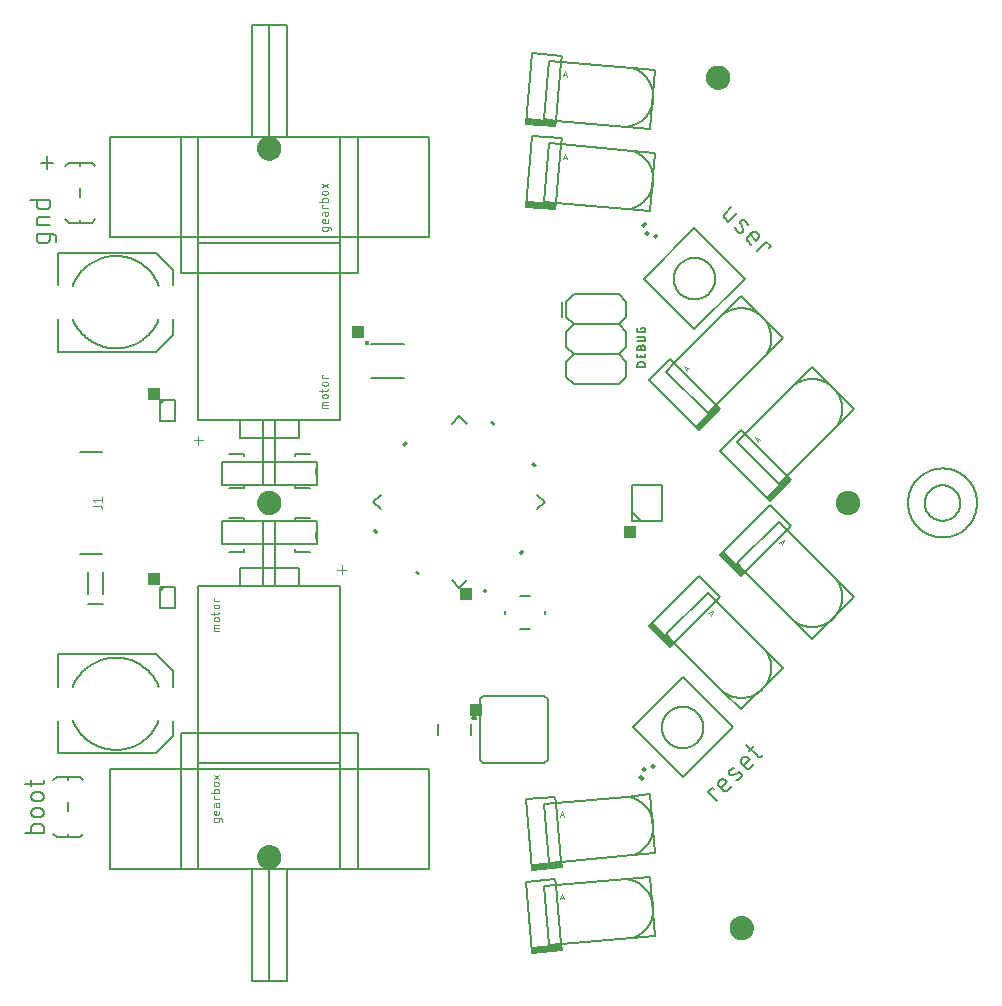
<source format=gbr>
G04 EAGLE Gerber RS-274X export*
G75*
%MOMM*%
%FSLAX34Y34*%
%LPD*%
%INSilkscreen Top*%
%IPPOS*%
%AMOC8*
5,1,8,0,0,1.08239X$1,22.5*%
G01*
%ADD10R,1.000000X1.000000*%
%ADD11C,0.152400*%
%ADD12C,0.101600*%
%ADD13C,1.000000*%
%ADD14C,0.127000*%
%ADD15C,0.076200*%
%ADD16C,0.050800*%
%ADD17R,2.500000X0.500000*%
%ADD18C,0.203200*%
%ADD19C,0.400000*%
%ADD20R,0.325000X0.425000*%
%ADD21R,0.350000X0.350000*%

G36*
X379293Y465408D02*
X379293Y465408D01*
X379295Y465408D01*
X379378Y465445D01*
X381174Y467241D01*
X381175Y467243D01*
X381177Y467243D01*
X381194Y467288D01*
X381211Y467332D01*
X381210Y467334D01*
X381211Y467336D01*
X381174Y467419D01*
X378480Y470113D01*
X378478Y470114D01*
X378477Y470116D01*
X378433Y470132D01*
X378389Y470150D01*
X378387Y470149D01*
X378385Y470150D01*
X378302Y470113D01*
X376506Y468317D01*
X376505Y468315D01*
X376503Y468314D01*
X376486Y468270D01*
X376469Y468226D01*
X376470Y468224D01*
X376469Y468222D01*
X376506Y468139D01*
X379200Y465445D01*
X379202Y465444D01*
X379203Y465442D01*
X379247Y465425D01*
X379291Y465408D01*
X379293Y465408D01*
G37*
G36*
X280611Y373797D02*
X280611Y373797D01*
X280613Y373796D01*
X280696Y373833D01*
X282492Y375629D01*
X282493Y375631D01*
X282495Y375632D01*
X282511Y375677D01*
X282529Y375721D01*
X282528Y375723D01*
X282529Y375725D01*
X282492Y375808D01*
X279798Y378502D01*
X279796Y378503D01*
X279795Y378505D01*
X279750Y378521D01*
X279707Y378539D01*
X279705Y378538D01*
X279703Y378539D01*
X279619Y378502D01*
X277823Y376706D01*
X277822Y376704D01*
X277820Y376703D01*
X277804Y376658D01*
X277786Y376615D01*
X277787Y376613D01*
X277786Y376610D01*
X277823Y376527D01*
X280517Y373833D01*
X280519Y373832D01*
X280520Y373830D01*
X280565Y373814D01*
X280609Y373796D01*
X280611Y373797D01*
G37*
G36*
X304461Y447731D02*
X304461Y447731D01*
X304463Y447730D01*
X304547Y447767D01*
X307241Y450461D01*
X307241Y450463D01*
X307243Y450464D01*
X307260Y450508D01*
X307278Y450552D01*
X307277Y450554D01*
X307277Y450556D01*
X307241Y450639D01*
X305445Y452436D01*
X305443Y452436D01*
X305442Y452438D01*
X305397Y452455D01*
X305353Y452472D01*
X305351Y452472D01*
X305349Y452472D01*
X305266Y452436D01*
X302572Y449741D01*
X302571Y449739D01*
X302569Y449739D01*
X302553Y449694D01*
X302535Y449650D01*
X302536Y449648D01*
X302535Y449646D01*
X302572Y449563D01*
X304368Y447767D01*
X304370Y447766D01*
X304371Y447764D01*
X304416Y447748D01*
X304459Y447730D01*
X304461Y447731D01*
G37*
G36*
X414648Y430053D02*
X414648Y430053D01*
X414650Y430052D01*
X414734Y430089D01*
X416530Y431885D01*
X416530Y431887D01*
X416532Y431888D01*
X416549Y431933D01*
X416567Y431977D01*
X416566Y431979D01*
X416566Y431981D01*
X416530Y432064D01*
X413836Y434758D01*
X413834Y434759D01*
X413833Y434761D01*
X413788Y434777D01*
X413744Y434795D01*
X413742Y434794D01*
X413740Y434795D01*
X413657Y434758D01*
X411861Y432962D01*
X411860Y432960D01*
X411858Y432959D01*
X411842Y432914D01*
X411824Y432871D01*
X411825Y432869D01*
X411824Y432866D01*
X411861Y432783D01*
X414555Y430089D01*
X414557Y430088D01*
X414558Y430086D01*
X414603Y430070D01*
X414646Y430052D01*
X414648Y430053D01*
G37*
G36*
X403144Y356119D02*
X403144Y356119D01*
X403146Y356119D01*
X403229Y356156D01*
X405923Y358850D01*
X405924Y358852D01*
X405926Y358853D01*
X405942Y358897D01*
X405960Y358941D01*
X405959Y358943D01*
X405960Y358945D01*
X405923Y359028D01*
X404127Y360824D01*
X404125Y360825D01*
X404124Y360827D01*
X404080Y360843D01*
X404036Y360861D01*
X404034Y360860D01*
X404032Y360861D01*
X403948Y360824D01*
X401254Y358130D01*
X401254Y358128D01*
X401252Y358127D01*
X401235Y358083D01*
X401217Y358039D01*
X401218Y358037D01*
X401218Y358035D01*
X401254Y357952D01*
X403050Y356156D01*
X403052Y356155D01*
X403053Y356153D01*
X403098Y356136D01*
X403142Y356119D01*
X403144Y356119D01*
G37*
G36*
X315966Y338442D02*
X315966Y338442D01*
X315968Y338441D01*
X316051Y338478D01*
X317847Y340274D01*
X317848Y340276D01*
X317850Y340277D01*
X317866Y340321D01*
X317884Y340365D01*
X317883Y340367D01*
X317884Y340369D01*
X317847Y340452D01*
X315153Y343147D01*
X315151Y343147D01*
X315150Y343149D01*
X315106Y343166D01*
X315062Y343183D01*
X315060Y343183D01*
X315058Y343183D01*
X314975Y343147D01*
X313179Y341350D01*
X313178Y341348D01*
X313176Y341348D01*
X313159Y341303D01*
X313142Y341259D01*
X313143Y341257D01*
X313142Y341255D01*
X313179Y341172D01*
X315873Y338478D01*
X315875Y338477D01*
X315876Y338475D01*
X315920Y338459D01*
X315964Y338441D01*
X315966Y338442D01*
G37*
D10*
X92808Y492432D03*
X92808Y335480D03*
X356712Y322808D03*
D11*
X7215Y687940D02*
X-3622Y687940D01*
X1797Y693358D02*
X1797Y682521D01*
X4078Y627587D02*
X4078Y623071D01*
X4076Y622970D01*
X4070Y622869D01*
X4061Y622768D01*
X4048Y622667D01*
X4031Y622567D01*
X4010Y622468D01*
X3986Y622370D01*
X3958Y622273D01*
X3926Y622176D01*
X3891Y622081D01*
X3852Y621988D01*
X3810Y621896D01*
X3764Y621805D01*
X3715Y621717D01*
X3663Y621630D01*
X3607Y621545D01*
X3549Y621462D01*
X3487Y621382D01*
X3422Y621304D01*
X3355Y621228D01*
X3285Y621155D01*
X3212Y621085D01*
X3136Y621018D01*
X3058Y620953D01*
X2978Y620891D01*
X2895Y620833D01*
X2810Y620777D01*
X2723Y620725D01*
X2635Y620676D01*
X2544Y620630D01*
X2452Y620588D01*
X2359Y620549D01*
X2264Y620514D01*
X2167Y620482D01*
X2070Y620454D01*
X1972Y620430D01*
X1873Y620409D01*
X1773Y620392D01*
X1672Y620379D01*
X1571Y620370D01*
X1470Y620364D01*
X1369Y620362D01*
X-4050Y620362D01*
X-4151Y620364D01*
X-4252Y620370D01*
X-4353Y620379D01*
X-4454Y620392D01*
X-4554Y620409D01*
X-4653Y620430D01*
X-4751Y620454D01*
X-4848Y620482D01*
X-4945Y620514D01*
X-5040Y620549D01*
X-5133Y620588D01*
X-5225Y620630D01*
X-5316Y620676D01*
X-5404Y620725D01*
X-5491Y620777D01*
X-5576Y620833D01*
X-5659Y620891D01*
X-5739Y620953D01*
X-5817Y621018D01*
X-5893Y621085D01*
X-5966Y621155D01*
X-6036Y621228D01*
X-6103Y621304D01*
X-6168Y621382D01*
X-6230Y621462D01*
X-6288Y621545D01*
X-6344Y621630D01*
X-6396Y621717D01*
X-6445Y621805D01*
X-6491Y621896D01*
X-6533Y621988D01*
X-6572Y622081D01*
X-6607Y622176D01*
X-6639Y622273D01*
X-6667Y622370D01*
X-6691Y622468D01*
X-6712Y622567D01*
X-6729Y622667D01*
X-6742Y622768D01*
X-6751Y622869D01*
X-6757Y622970D01*
X-6759Y623071D01*
X-6759Y627587D01*
X6787Y627587D01*
X6888Y627585D01*
X6989Y627579D01*
X7090Y627570D01*
X7191Y627557D01*
X7291Y627540D01*
X7390Y627519D01*
X7488Y627495D01*
X7585Y627467D01*
X7682Y627435D01*
X7777Y627400D01*
X7870Y627361D01*
X7962Y627319D01*
X8053Y627273D01*
X8141Y627224D01*
X8228Y627172D01*
X8313Y627116D01*
X8396Y627058D01*
X8476Y626996D01*
X8554Y626931D01*
X8630Y626864D01*
X8703Y626794D01*
X8773Y626721D01*
X8840Y626645D01*
X8905Y626567D01*
X8967Y626487D01*
X9025Y626404D01*
X9081Y626319D01*
X9133Y626233D01*
X9182Y626144D01*
X9228Y626053D01*
X9270Y625961D01*
X9309Y625868D01*
X9344Y625773D01*
X9376Y625676D01*
X9404Y625579D01*
X9428Y625481D01*
X9449Y625382D01*
X9466Y625282D01*
X9479Y625181D01*
X9488Y625080D01*
X9494Y624979D01*
X9496Y624878D01*
X9497Y624878D02*
X9497Y621265D01*
X4078Y635024D02*
X-6759Y635024D01*
X-6759Y639540D01*
X-6757Y639641D01*
X-6751Y639742D01*
X-6742Y639843D01*
X-6729Y639944D01*
X-6712Y640044D01*
X-6691Y640143D01*
X-6667Y640241D01*
X-6639Y640338D01*
X-6607Y640435D01*
X-6572Y640530D01*
X-6533Y640623D01*
X-6491Y640715D01*
X-6445Y640806D01*
X-6396Y640895D01*
X-6344Y640981D01*
X-6288Y641066D01*
X-6230Y641149D01*
X-6168Y641229D01*
X-6103Y641307D01*
X-6036Y641383D01*
X-5966Y641456D01*
X-5893Y641526D01*
X-5817Y641593D01*
X-5739Y641658D01*
X-5659Y641720D01*
X-5576Y641778D01*
X-5491Y641834D01*
X-5404Y641886D01*
X-5316Y641935D01*
X-5225Y641981D01*
X-5133Y642023D01*
X-5040Y642062D01*
X-4945Y642097D01*
X-4848Y642129D01*
X-4751Y642157D01*
X-4653Y642181D01*
X-4554Y642202D01*
X-4454Y642219D01*
X-4353Y642232D01*
X-4252Y642241D01*
X-4151Y642247D01*
X-4050Y642249D01*
X4078Y642249D01*
X4078Y656244D02*
X-12178Y656244D01*
X4078Y656244D02*
X4078Y651729D01*
X4076Y651628D01*
X4070Y651527D01*
X4061Y651426D01*
X4048Y651325D01*
X4031Y651225D01*
X4010Y651126D01*
X3986Y651028D01*
X3958Y650931D01*
X3926Y650834D01*
X3891Y650739D01*
X3852Y650646D01*
X3810Y650554D01*
X3764Y650463D01*
X3715Y650375D01*
X3663Y650288D01*
X3607Y650203D01*
X3549Y650120D01*
X3487Y650040D01*
X3422Y649962D01*
X3355Y649886D01*
X3285Y649813D01*
X3212Y649743D01*
X3136Y649676D01*
X3058Y649611D01*
X2978Y649549D01*
X2895Y649491D01*
X2810Y649435D01*
X2723Y649383D01*
X2635Y649334D01*
X2544Y649288D01*
X2452Y649246D01*
X2359Y649207D01*
X2264Y649172D01*
X2167Y649140D01*
X2070Y649112D01*
X1972Y649088D01*
X1873Y649067D01*
X1773Y649050D01*
X1672Y649037D01*
X1571Y649028D01*
X1470Y649022D01*
X1369Y649020D01*
X1369Y649019D02*
X-4050Y649019D01*
X-4050Y649020D02*
X-4151Y649022D01*
X-4252Y649028D01*
X-4353Y649037D01*
X-4454Y649050D01*
X-4554Y649067D01*
X-4653Y649088D01*
X-4751Y649112D01*
X-4848Y649140D01*
X-4945Y649172D01*
X-5040Y649207D01*
X-5133Y649246D01*
X-5225Y649288D01*
X-5316Y649334D01*
X-5404Y649383D01*
X-5491Y649435D01*
X-5576Y649491D01*
X-5659Y649549D01*
X-5739Y649611D01*
X-5817Y649676D01*
X-5893Y649743D01*
X-5966Y649813D01*
X-6036Y649886D01*
X-6103Y649962D01*
X-6168Y650040D01*
X-6230Y650120D01*
X-6288Y650203D01*
X-6344Y650288D01*
X-6396Y650375D01*
X-6445Y650463D01*
X-6491Y650554D01*
X-6533Y650646D01*
X-6572Y650739D01*
X-6607Y650834D01*
X-6639Y650931D01*
X-6667Y651028D01*
X-6691Y651126D01*
X-6712Y651225D01*
X-6729Y651325D01*
X-6742Y651426D01*
X-6751Y651527D01*
X-6757Y651628D01*
X-6759Y651729D01*
X-6759Y656244D01*
X561289Y155173D02*
X568952Y147510D01*
X561289Y155173D02*
X565120Y159004D01*
X566398Y157727D01*
X578176Y156734D02*
X581369Y159927D01*
X578177Y156734D02*
X578102Y156662D01*
X578024Y156593D01*
X577944Y156527D01*
X577862Y156464D01*
X577777Y156405D01*
X577690Y156348D01*
X577600Y156295D01*
X577509Y156246D01*
X577416Y156200D01*
X577322Y156157D01*
X577225Y156118D01*
X577128Y156083D01*
X577029Y156052D01*
X576929Y156025D01*
X576828Y156001D01*
X576726Y155981D01*
X576623Y155965D01*
X576520Y155953D01*
X576417Y155945D01*
X576313Y155941D01*
X576209Y155941D01*
X576105Y155945D01*
X576002Y155953D01*
X575899Y155965D01*
X575796Y155981D01*
X575694Y156001D01*
X575593Y156025D01*
X575493Y156052D01*
X575394Y156083D01*
X575297Y156118D01*
X575200Y156157D01*
X575106Y156200D01*
X575013Y156246D01*
X574922Y156295D01*
X574832Y156348D01*
X574745Y156405D01*
X574660Y156464D01*
X574578Y156527D01*
X574498Y156593D01*
X574420Y156662D01*
X574345Y156734D01*
X571152Y159927D01*
X571069Y160013D01*
X570989Y160101D01*
X570912Y160192D01*
X570837Y160286D01*
X570766Y160382D01*
X570699Y160480D01*
X570634Y160581D01*
X570573Y160684D01*
X570515Y160788D01*
X570461Y160895D01*
X570410Y161003D01*
X570363Y161113D01*
X570320Y161224D01*
X570280Y161336D01*
X570244Y161450D01*
X570212Y161565D01*
X570184Y161681D01*
X570159Y161798D01*
X570138Y161916D01*
X570122Y162034D01*
X570109Y162153D01*
X570100Y162272D01*
X570095Y162391D01*
X570094Y162511D01*
X570097Y162630D01*
X570104Y162750D01*
X570115Y162868D01*
X570130Y162987D01*
X570148Y163105D01*
X570171Y163222D01*
X570197Y163339D01*
X570228Y163454D01*
X570262Y163569D01*
X570300Y163682D01*
X570341Y163794D01*
X570386Y163905D01*
X570435Y164014D01*
X570488Y164121D01*
X570544Y164226D01*
X570603Y164330D01*
X570666Y164432D01*
X570732Y164531D01*
X570801Y164628D01*
X570874Y164723D01*
X570950Y164815D01*
X571028Y164905D01*
X571110Y164992D01*
X571195Y165077D01*
X571282Y165159D01*
X571372Y165237D01*
X571464Y165313D01*
X571559Y165386D01*
X571656Y165455D01*
X571756Y165521D01*
X571857Y165584D01*
X571961Y165643D01*
X572066Y165699D01*
X572174Y165752D01*
X572282Y165801D01*
X572393Y165846D01*
X572505Y165887D01*
X572618Y165925D01*
X572733Y165959D01*
X572848Y165990D01*
X572965Y166016D01*
X573082Y166039D01*
X573200Y166057D01*
X573319Y166072D01*
X573438Y166083D01*
X573557Y166090D01*
X573676Y166093D01*
X573796Y166092D01*
X573915Y166087D01*
X574034Y166078D01*
X574153Y166065D01*
X574271Y166049D01*
X574389Y166028D01*
X574506Y166003D01*
X574622Y165975D01*
X574737Y165943D01*
X574851Y165907D01*
X574963Y165867D01*
X575074Y165824D01*
X575184Y165777D01*
X575292Y165726D01*
X575399Y165672D01*
X575503Y165614D01*
X575606Y165553D01*
X575707Y165488D01*
X575805Y165421D01*
X575901Y165350D01*
X575995Y165275D01*
X576086Y165198D01*
X576174Y165118D01*
X576260Y165035D01*
X576261Y165036D02*
X577538Y163759D01*
X572429Y158650D01*
X582327Y169825D02*
X586798Y171741D01*
X582328Y169825D02*
X582239Y169790D01*
X582149Y169757D01*
X582058Y169729D01*
X581965Y169704D01*
X581872Y169683D01*
X581778Y169666D01*
X581683Y169653D01*
X581588Y169643D01*
X581493Y169638D01*
X581397Y169636D01*
X581302Y169638D01*
X581206Y169644D01*
X581111Y169654D01*
X581017Y169668D01*
X580923Y169686D01*
X580830Y169708D01*
X580738Y169733D01*
X580647Y169762D01*
X580557Y169795D01*
X580468Y169831D01*
X580382Y169871D01*
X580297Y169915D01*
X580213Y169962D01*
X580132Y170012D01*
X580053Y170066D01*
X579976Y170123D01*
X579901Y170182D01*
X579829Y170245D01*
X579760Y170311D01*
X579693Y170379D01*
X579630Y170451D01*
X579569Y170524D01*
X579511Y170600D01*
X579456Y170679D01*
X579405Y170759D01*
X579357Y170842D01*
X579312Y170927D01*
X579271Y171013D01*
X579234Y171101D01*
X579200Y171190D01*
X579169Y171281D01*
X579143Y171373D01*
X579120Y171465D01*
X579101Y171559D01*
X579086Y171653D01*
X579074Y171748D01*
X579067Y171844D01*
X579063Y171939D01*
X579064Y172035D01*
X579068Y172130D01*
X579076Y172225D01*
X579088Y172320D01*
X579104Y172414D01*
X579124Y172508D01*
X579147Y172601D01*
X579175Y172692D01*
X579206Y172783D01*
X579240Y172872D01*
X579279Y172959D01*
X579320Y173045D01*
X579366Y173129D01*
X579414Y173212D01*
X579466Y173292D01*
X579521Y173370D01*
X579580Y173446D01*
X579641Y173519D01*
X579706Y173590D01*
X579773Y173658D01*
X579773Y173657D02*
X579952Y173827D01*
X580135Y173992D01*
X580322Y174153D01*
X580513Y174309D01*
X580707Y174461D01*
X580905Y174608D01*
X581106Y174750D01*
X581311Y174888D01*
X581519Y175020D01*
X581730Y175148D01*
X581945Y175270D01*
X582162Y175387D01*
X582381Y175499D01*
X582604Y175605D01*
X582829Y175706D01*
X583056Y175802D01*
X583286Y175892D01*
X586797Y171742D02*
X586886Y171777D01*
X586976Y171810D01*
X587067Y171838D01*
X587160Y171863D01*
X587253Y171884D01*
X587347Y171901D01*
X587442Y171914D01*
X587537Y171924D01*
X587632Y171929D01*
X587728Y171931D01*
X587823Y171929D01*
X587919Y171923D01*
X588014Y171913D01*
X588108Y171899D01*
X588202Y171881D01*
X588295Y171859D01*
X588387Y171834D01*
X588478Y171805D01*
X588568Y171772D01*
X588657Y171736D01*
X588743Y171696D01*
X588828Y171652D01*
X588912Y171605D01*
X588993Y171555D01*
X589072Y171501D01*
X589149Y171444D01*
X589224Y171385D01*
X589296Y171322D01*
X589365Y171256D01*
X589432Y171188D01*
X589495Y171116D01*
X589556Y171043D01*
X589614Y170967D01*
X589669Y170888D01*
X589720Y170808D01*
X589768Y170725D01*
X589813Y170640D01*
X589854Y170554D01*
X589891Y170466D01*
X589925Y170377D01*
X589956Y170286D01*
X589982Y170194D01*
X590005Y170102D01*
X590024Y170008D01*
X590039Y169914D01*
X590051Y169819D01*
X590058Y169723D01*
X590062Y169628D01*
X590061Y169532D01*
X590057Y169437D01*
X590049Y169342D01*
X590037Y169247D01*
X590021Y169153D01*
X590001Y169059D01*
X589978Y168966D01*
X589950Y168875D01*
X589919Y168784D01*
X589885Y168695D01*
X589847Y168608D01*
X589805Y168522D01*
X589759Y168438D01*
X589711Y168355D01*
X589659Y168275D01*
X589604Y168197D01*
X589545Y168121D01*
X589484Y168048D01*
X589419Y167977D01*
X589352Y167909D01*
X589352Y167910D02*
X589089Y167661D01*
X588820Y167418D01*
X588546Y167181D01*
X588266Y166951D01*
X587981Y166728D01*
X587691Y166511D01*
X587396Y166301D01*
X587095Y166099D01*
X586790Y165903D01*
X586481Y165715D01*
X586167Y165534D01*
X585849Y165361D01*
X585527Y165195D01*
X585201Y165037D01*
X597335Y175892D02*
X600528Y179085D01*
X597335Y175892D02*
X597260Y175820D01*
X597182Y175751D01*
X597102Y175685D01*
X597020Y175622D01*
X596935Y175563D01*
X596848Y175506D01*
X596758Y175453D01*
X596667Y175404D01*
X596574Y175358D01*
X596480Y175315D01*
X596383Y175276D01*
X596286Y175241D01*
X596187Y175210D01*
X596087Y175183D01*
X595986Y175159D01*
X595884Y175139D01*
X595781Y175123D01*
X595678Y175111D01*
X595575Y175103D01*
X595471Y175099D01*
X595367Y175099D01*
X595263Y175103D01*
X595160Y175111D01*
X595057Y175123D01*
X594954Y175139D01*
X594852Y175159D01*
X594751Y175183D01*
X594651Y175210D01*
X594552Y175241D01*
X594455Y175276D01*
X594358Y175315D01*
X594264Y175358D01*
X594171Y175404D01*
X594080Y175453D01*
X593990Y175506D01*
X593903Y175563D01*
X593818Y175622D01*
X593736Y175685D01*
X593656Y175751D01*
X593578Y175820D01*
X593503Y175892D01*
X590310Y179085D01*
X590311Y179086D02*
X590228Y179172D01*
X590148Y179260D01*
X590071Y179351D01*
X589996Y179445D01*
X589925Y179541D01*
X589858Y179639D01*
X589793Y179740D01*
X589732Y179843D01*
X589674Y179947D01*
X589620Y180054D01*
X589569Y180162D01*
X589522Y180272D01*
X589479Y180383D01*
X589439Y180495D01*
X589403Y180609D01*
X589371Y180724D01*
X589343Y180840D01*
X589318Y180957D01*
X589297Y181075D01*
X589281Y181193D01*
X589268Y181312D01*
X589259Y181431D01*
X589254Y181550D01*
X589253Y181670D01*
X589256Y181789D01*
X589263Y181909D01*
X589274Y182027D01*
X589289Y182146D01*
X589307Y182264D01*
X589330Y182381D01*
X589356Y182498D01*
X589387Y182613D01*
X589421Y182728D01*
X589459Y182841D01*
X589500Y182953D01*
X589545Y183064D01*
X589594Y183173D01*
X589647Y183280D01*
X589703Y183385D01*
X589762Y183489D01*
X589825Y183591D01*
X589891Y183690D01*
X589960Y183787D01*
X590033Y183882D01*
X590109Y183974D01*
X590187Y184064D01*
X590269Y184151D01*
X590354Y184236D01*
X590441Y184318D01*
X590531Y184396D01*
X590623Y184472D01*
X590718Y184545D01*
X590815Y184614D01*
X590915Y184680D01*
X591016Y184743D01*
X591120Y184802D01*
X591225Y184858D01*
X591333Y184911D01*
X591441Y184960D01*
X591552Y185005D01*
X591664Y185046D01*
X591777Y185084D01*
X591892Y185118D01*
X592007Y185149D01*
X592124Y185175D01*
X592241Y185198D01*
X592359Y185216D01*
X592478Y185231D01*
X592597Y185242D01*
X592716Y185249D01*
X592835Y185252D01*
X592955Y185251D01*
X593074Y185246D01*
X593193Y185237D01*
X593312Y185224D01*
X593430Y185208D01*
X593548Y185187D01*
X593665Y185162D01*
X593781Y185134D01*
X593896Y185102D01*
X594010Y185066D01*
X594122Y185026D01*
X594233Y184983D01*
X594343Y184936D01*
X594451Y184885D01*
X594558Y184831D01*
X594662Y184773D01*
X594765Y184712D01*
X594866Y184647D01*
X594964Y184580D01*
X595060Y184509D01*
X595154Y184434D01*
X595245Y184357D01*
X595333Y184277D01*
X595419Y184194D01*
X596696Y182917D01*
X591587Y177808D01*
X596418Y190302D02*
X600249Y194133D01*
X593863Y195410D02*
X603442Y185831D01*
X603515Y185761D01*
X603591Y185694D01*
X603669Y185629D01*
X603749Y185567D01*
X603832Y185509D01*
X603917Y185453D01*
X604004Y185401D01*
X604092Y185352D01*
X604183Y185306D01*
X604275Y185264D01*
X604368Y185225D01*
X604463Y185190D01*
X604560Y185158D01*
X604657Y185130D01*
X604755Y185106D01*
X604854Y185085D01*
X604954Y185068D01*
X605055Y185055D01*
X605156Y185046D01*
X605257Y185040D01*
X605358Y185038D01*
X605459Y185040D01*
X605560Y185046D01*
X605661Y185055D01*
X605762Y185068D01*
X605862Y185085D01*
X605961Y185106D01*
X606059Y185130D01*
X606157Y185158D01*
X606253Y185190D01*
X606348Y185225D01*
X606441Y185264D01*
X606533Y185306D01*
X606624Y185352D01*
X606713Y185401D01*
X606799Y185453D01*
X606884Y185509D01*
X606967Y185567D01*
X607047Y185629D01*
X607125Y185694D01*
X607201Y185761D01*
X607274Y185831D01*
X607912Y186470D01*
X575561Y644916D02*
X581309Y650663D01*
X575561Y644916D02*
X575489Y644841D01*
X575420Y644763D01*
X575354Y644683D01*
X575291Y644601D01*
X575232Y644516D01*
X575175Y644429D01*
X575122Y644339D01*
X575073Y644248D01*
X575027Y644155D01*
X574984Y644061D01*
X574945Y643964D01*
X574910Y643867D01*
X574879Y643768D01*
X574852Y643668D01*
X574828Y643567D01*
X574808Y643465D01*
X574792Y643362D01*
X574780Y643259D01*
X574772Y643156D01*
X574768Y643052D01*
X574768Y642948D01*
X574772Y642844D01*
X574780Y642741D01*
X574792Y642638D01*
X574808Y642535D01*
X574828Y642433D01*
X574852Y642332D01*
X574879Y642232D01*
X574910Y642133D01*
X574945Y642036D01*
X574984Y641939D01*
X575027Y641845D01*
X575073Y641752D01*
X575122Y641661D01*
X575175Y641571D01*
X575232Y641484D01*
X575291Y641399D01*
X575354Y641317D01*
X575420Y641237D01*
X575489Y641159D01*
X575561Y641084D01*
X578754Y637891D01*
X586418Y645554D01*
X589021Y636565D02*
X590937Y632094D01*
X589021Y636564D02*
X588986Y636653D01*
X588953Y636743D01*
X588925Y636834D01*
X588900Y636927D01*
X588879Y637020D01*
X588862Y637114D01*
X588849Y637209D01*
X588839Y637304D01*
X588834Y637399D01*
X588832Y637495D01*
X588834Y637590D01*
X588840Y637686D01*
X588850Y637781D01*
X588864Y637875D01*
X588882Y637969D01*
X588904Y638062D01*
X588929Y638154D01*
X588958Y638245D01*
X588991Y638335D01*
X589027Y638424D01*
X589067Y638510D01*
X589111Y638595D01*
X589158Y638679D01*
X589208Y638760D01*
X589262Y638839D01*
X589319Y638916D01*
X589378Y638991D01*
X589441Y639063D01*
X589507Y639132D01*
X589575Y639199D01*
X589647Y639262D01*
X589720Y639323D01*
X589796Y639381D01*
X589875Y639436D01*
X589955Y639487D01*
X590038Y639535D01*
X590123Y639580D01*
X590209Y639621D01*
X590297Y639658D01*
X590386Y639692D01*
X590477Y639723D01*
X590569Y639749D01*
X590661Y639772D01*
X590755Y639791D01*
X590849Y639806D01*
X590944Y639818D01*
X591040Y639825D01*
X591135Y639829D01*
X591231Y639828D01*
X591326Y639824D01*
X591421Y639816D01*
X591516Y639804D01*
X591610Y639788D01*
X591704Y639768D01*
X591797Y639745D01*
X591888Y639717D01*
X591979Y639686D01*
X592068Y639652D01*
X592155Y639613D01*
X592241Y639572D01*
X592325Y639526D01*
X592408Y639478D01*
X592488Y639426D01*
X592566Y639371D01*
X592642Y639312D01*
X592715Y639251D01*
X592786Y639186D01*
X592854Y639119D01*
X592853Y639119D02*
X593023Y638940D01*
X593188Y638757D01*
X593349Y638570D01*
X593505Y638379D01*
X593657Y638185D01*
X593804Y637987D01*
X593946Y637786D01*
X594084Y637581D01*
X594216Y637373D01*
X594344Y637162D01*
X594466Y636947D01*
X594583Y636730D01*
X594695Y636511D01*
X594801Y636288D01*
X594902Y636063D01*
X594998Y635836D01*
X595088Y635606D01*
X590938Y632095D02*
X590973Y632006D01*
X591006Y631916D01*
X591034Y631825D01*
X591059Y631732D01*
X591080Y631639D01*
X591097Y631545D01*
X591110Y631450D01*
X591120Y631355D01*
X591125Y631260D01*
X591127Y631164D01*
X591125Y631069D01*
X591119Y630973D01*
X591109Y630878D01*
X591095Y630784D01*
X591077Y630690D01*
X591055Y630597D01*
X591030Y630505D01*
X591001Y630414D01*
X590968Y630324D01*
X590932Y630235D01*
X590892Y630149D01*
X590848Y630064D01*
X590801Y629980D01*
X590751Y629899D01*
X590697Y629820D01*
X590640Y629743D01*
X590581Y629668D01*
X590518Y629596D01*
X590452Y629527D01*
X590384Y629460D01*
X590312Y629397D01*
X590239Y629336D01*
X590163Y629278D01*
X590084Y629223D01*
X590004Y629172D01*
X589921Y629124D01*
X589836Y629079D01*
X589750Y629038D01*
X589662Y629001D01*
X589573Y628967D01*
X589482Y628936D01*
X589390Y628910D01*
X589298Y628887D01*
X589204Y628868D01*
X589110Y628853D01*
X589015Y628841D01*
X588919Y628834D01*
X588824Y628830D01*
X588728Y628831D01*
X588633Y628835D01*
X588538Y628843D01*
X588443Y628855D01*
X588349Y628871D01*
X588255Y628891D01*
X588162Y628914D01*
X588071Y628942D01*
X587980Y628973D01*
X587891Y629007D01*
X587804Y629045D01*
X587718Y629087D01*
X587634Y629133D01*
X587551Y629181D01*
X587471Y629233D01*
X587393Y629288D01*
X587317Y629347D01*
X587244Y629408D01*
X587173Y629473D01*
X587105Y629540D01*
X586856Y629803D01*
X586613Y630072D01*
X586376Y630346D01*
X586146Y630626D01*
X585923Y630911D01*
X585706Y631201D01*
X585496Y631496D01*
X585294Y631797D01*
X585098Y632102D01*
X584910Y632411D01*
X584729Y632725D01*
X584556Y633043D01*
X584390Y633365D01*
X584232Y633691D01*
X595088Y621557D02*
X598281Y618364D01*
X595088Y621557D02*
X595018Y621630D01*
X594951Y621706D01*
X594886Y621784D01*
X594824Y621864D01*
X594766Y621947D01*
X594710Y622032D01*
X594658Y622119D01*
X594609Y622207D01*
X594563Y622298D01*
X594521Y622390D01*
X594482Y622483D01*
X594447Y622578D01*
X594415Y622675D01*
X594387Y622772D01*
X594363Y622870D01*
X594342Y622969D01*
X594325Y623069D01*
X594312Y623170D01*
X594303Y623271D01*
X594297Y623372D01*
X594295Y623473D01*
X594297Y623574D01*
X594303Y623675D01*
X594312Y623776D01*
X594325Y623877D01*
X594342Y623977D01*
X594363Y624076D01*
X594387Y624174D01*
X594415Y624272D01*
X594447Y624368D01*
X594482Y624463D01*
X594521Y624556D01*
X594563Y624648D01*
X594609Y624739D01*
X594658Y624828D01*
X594710Y624914D01*
X594766Y624999D01*
X594824Y625082D01*
X594886Y625162D01*
X594951Y625240D01*
X595018Y625316D01*
X595088Y625389D01*
X598281Y628582D01*
X598282Y628581D02*
X598368Y628664D01*
X598456Y628744D01*
X598547Y628821D01*
X598641Y628896D01*
X598737Y628967D01*
X598835Y629034D01*
X598936Y629099D01*
X599039Y629160D01*
X599143Y629218D01*
X599250Y629272D01*
X599358Y629323D01*
X599468Y629370D01*
X599579Y629413D01*
X599691Y629453D01*
X599805Y629489D01*
X599920Y629521D01*
X600036Y629549D01*
X600153Y629574D01*
X600271Y629595D01*
X600389Y629611D01*
X600508Y629624D01*
X600627Y629633D01*
X600746Y629638D01*
X600866Y629639D01*
X600985Y629636D01*
X601105Y629629D01*
X601223Y629618D01*
X601342Y629603D01*
X601460Y629585D01*
X601577Y629562D01*
X601694Y629536D01*
X601809Y629505D01*
X601924Y629471D01*
X602037Y629433D01*
X602149Y629392D01*
X602260Y629347D01*
X602369Y629298D01*
X602476Y629245D01*
X602581Y629189D01*
X602685Y629130D01*
X602787Y629067D01*
X602886Y629001D01*
X602983Y628932D01*
X603078Y628859D01*
X603170Y628783D01*
X603260Y628705D01*
X603347Y628623D01*
X603432Y628538D01*
X603514Y628451D01*
X603592Y628361D01*
X603668Y628269D01*
X603741Y628174D01*
X603810Y628077D01*
X603876Y627978D01*
X603939Y627876D01*
X603998Y627772D01*
X604054Y627667D01*
X604107Y627560D01*
X604156Y627451D01*
X604201Y627340D01*
X604242Y627228D01*
X604280Y627115D01*
X604314Y627000D01*
X604345Y626885D01*
X604371Y626768D01*
X604394Y626651D01*
X604412Y626533D01*
X604427Y626414D01*
X604438Y626296D01*
X604445Y626176D01*
X604448Y626057D01*
X604447Y625937D01*
X604442Y625818D01*
X604433Y625699D01*
X604420Y625580D01*
X604404Y625462D01*
X604383Y625344D01*
X604358Y625227D01*
X604330Y625111D01*
X604298Y624996D01*
X604262Y624882D01*
X604222Y624770D01*
X604179Y624659D01*
X604132Y624549D01*
X604081Y624441D01*
X604027Y624334D01*
X603969Y624230D01*
X603908Y624127D01*
X603843Y624026D01*
X603776Y623928D01*
X603705Y623832D01*
X603630Y623738D01*
X603553Y623647D01*
X603473Y623559D01*
X603390Y623473D01*
X602113Y622196D01*
X597004Y627305D01*
X610843Y621128D02*
X603180Y613465D01*
X610843Y621128D02*
X614675Y617297D01*
X613398Y616020D01*
X-762Y120762D02*
X-17018Y120762D01*
X-762Y120762D02*
X-762Y125278D01*
X-764Y125382D01*
X-770Y125485D01*
X-780Y125589D01*
X-794Y125692D01*
X-812Y125794D01*
X-833Y125895D01*
X-859Y125996D01*
X-888Y126095D01*
X-921Y126194D01*
X-958Y126291D01*
X-999Y126386D01*
X-1043Y126480D01*
X-1091Y126572D01*
X-1142Y126662D01*
X-1197Y126751D01*
X-1255Y126837D01*
X-1317Y126920D01*
X-1381Y127002D01*
X-1449Y127080D01*
X-1519Y127156D01*
X-1592Y127230D01*
X-1669Y127300D01*
X-1747Y127368D01*
X-1829Y127432D01*
X-1912Y127494D01*
X-1998Y127552D01*
X-2087Y127607D01*
X-2177Y127658D01*
X-2269Y127706D01*
X-2363Y127750D01*
X-2458Y127791D01*
X-2555Y127828D01*
X-2654Y127861D01*
X-2753Y127890D01*
X-2854Y127916D01*
X-2955Y127937D01*
X-3057Y127955D01*
X-3160Y127969D01*
X-3264Y127979D01*
X-3367Y127985D01*
X-3471Y127987D01*
X-8890Y127987D01*
X-8991Y127985D01*
X-9092Y127979D01*
X-9193Y127970D01*
X-9294Y127957D01*
X-9394Y127940D01*
X-9493Y127919D01*
X-9591Y127895D01*
X-9688Y127867D01*
X-9785Y127835D01*
X-9880Y127800D01*
X-9973Y127761D01*
X-10065Y127719D01*
X-10156Y127673D01*
X-10244Y127624D01*
X-10331Y127572D01*
X-10416Y127516D01*
X-10499Y127458D01*
X-10579Y127396D01*
X-10657Y127331D01*
X-10733Y127264D01*
X-10806Y127194D01*
X-10876Y127121D01*
X-10943Y127045D01*
X-11008Y126967D01*
X-11070Y126887D01*
X-11128Y126804D01*
X-11184Y126719D01*
X-11236Y126633D01*
X-11285Y126544D01*
X-11331Y126453D01*
X-11373Y126361D01*
X-11412Y126268D01*
X-11447Y126173D01*
X-11479Y126076D01*
X-11507Y125979D01*
X-11531Y125881D01*
X-11552Y125782D01*
X-11569Y125682D01*
X-11582Y125581D01*
X-11591Y125480D01*
X-11597Y125379D01*
X-11599Y125278D01*
X-11599Y120762D01*
X-7987Y134236D02*
X-4374Y134236D01*
X-7987Y134236D02*
X-8106Y134238D01*
X-8226Y134244D01*
X-8345Y134254D01*
X-8463Y134268D01*
X-8582Y134285D01*
X-8699Y134307D01*
X-8816Y134332D01*
X-8931Y134362D01*
X-9046Y134395D01*
X-9160Y134432D01*
X-9272Y134472D01*
X-9383Y134517D01*
X-9492Y134565D01*
X-9600Y134616D01*
X-9706Y134671D01*
X-9810Y134730D01*
X-9912Y134792D01*
X-10012Y134857D01*
X-10110Y134926D01*
X-10206Y134998D01*
X-10299Y135073D01*
X-10389Y135150D01*
X-10477Y135231D01*
X-10562Y135315D01*
X-10644Y135402D01*
X-10724Y135491D01*
X-10800Y135583D01*
X-10874Y135677D01*
X-10944Y135774D01*
X-11011Y135872D01*
X-11075Y135973D01*
X-11135Y136077D01*
X-11192Y136182D01*
X-11245Y136289D01*
X-11295Y136397D01*
X-11341Y136507D01*
X-11383Y136619D01*
X-11422Y136732D01*
X-11457Y136846D01*
X-11488Y136961D01*
X-11516Y137078D01*
X-11539Y137195D01*
X-11559Y137312D01*
X-11575Y137431D01*
X-11587Y137550D01*
X-11595Y137669D01*
X-11599Y137788D01*
X-11599Y137908D01*
X-11595Y138027D01*
X-11587Y138146D01*
X-11575Y138265D01*
X-11559Y138384D01*
X-11539Y138501D01*
X-11516Y138618D01*
X-11488Y138735D01*
X-11457Y138850D01*
X-11422Y138964D01*
X-11383Y139077D01*
X-11341Y139189D01*
X-11295Y139299D01*
X-11245Y139407D01*
X-11192Y139514D01*
X-11135Y139619D01*
X-11075Y139723D01*
X-11011Y139824D01*
X-10944Y139922D01*
X-10874Y140019D01*
X-10800Y140113D01*
X-10724Y140205D01*
X-10644Y140294D01*
X-10562Y140381D01*
X-10477Y140465D01*
X-10389Y140546D01*
X-10299Y140623D01*
X-10206Y140698D01*
X-10110Y140770D01*
X-10012Y140839D01*
X-9912Y140904D01*
X-9810Y140966D01*
X-9706Y141025D01*
X-9600Y141080D01*
X-9492Y141131D01*
X-9383Y141179D01*
X-9272Y141224D01*
X-9160Y141264D01*
X-9046Y141301D01*
X-8931Y141334D01*
X-8816Y141364D01*
X-8699Y141389D01*
X-8582Y141411D01*
X-8463Y141428D01*
X-8345Y141442D01*
X-8226Y141452D01*
X-8106Y141458D01*
X-7987Y141460D01*
X-7987Y141461D02*
X-4374Y141461D01*
X-4374Y141460D02*
X-4255Y141458D01*
X-4135Y141452D01*
X-4016Y141442D01*
X-3898Y141428D01*
X-3779Y141411D01*
X-3662Y141389D01*
X-3545Y141364D01*
X-3430Y141334D01*
X-3315Y141301D01*
X-3201Y141264D01*
X-3089Y141224D01*
X-2978Y141179D01*
X-2869Y141131D01*
X-2761Y141080D01*
X-2655Y141025D01*
X-2551Y140966D01*
X-2449Y140904D01*
X-2349Y140839D01*
X-2251Y140770D01*
X-2155Y140698D01*
X-2062Y140623D01*
X-1972Y140546D01*
X-1884Y140465D01*
X-1799Y140381D01*
X-1717Y140294D01*
X-1637Y140205D01*
X-1561Y140113D01*
X-1487Y140019D01*
X-1417Y139922D01*
X-1350Y139824D01*
X-1286Y139723D01*
X-1226Y139619D01*
X-1169Y139514D01*
X-1116Y139407D01*
X-1066Y139299D01*
X-1020Y139189D01*
X-978Y139077D01*
X-939Y138964D01*
X-904Y138850D01*
X-873Y138735D01*
X-845Y138618D01*
X-822Y138501D01*
X-802Y138384D01*
X-786Y138265D01*
X-774Y138146D01*
X-766Y138027D01*
X-762Y137908D01*
X-762Y137788D01*
X-766Y137669D01*
X-774Y137550D01*
X-786Y137431D01*
X-802Y137312D01*
X-822Y137195D01*
X-845Y137078D01*
X-873Y136961D01*
X-904Y136846D01*
X-939Y136732D01*
X-978Y136619D01*
X-1020Y136507D01*
X-1066Y136397D01*
X-1116Y136289D01*
X-1169Y136182D01*
X-1226Y136077D01*
X-1286Y135973D01*
X-1350Y135872D01*
X-1417Y135774D01*
X-1487Y135677D01*
X-1561Y135583D01*
X-1637Y135491D01*
X-1717Y135402D01*
X-1799Y135315D01*
X-1884Y135231D01*
X-1972Y135150D01*
X-2062Y135073D01*
X-2155Y134998D01*
X-2251Y134926D01*
X-2349Y134857D01*
X-2449Y134792D01*
X-2551Y134730D01*
X-2655Y134671D01*
X-2761Y134616D01*
X-2869Y134565D01*
X-2978Y134517D01*
X-3089Y134472D01*
X-3201Y134432D01*
X-3315Y134395D01*
X-3430Y134362D01*
X-3545Y134332D01*
X-3662Y134307D01*
X-3779Y134285D01*
X-3898Y134268D01*
X-4016Y134254D01*
X-4135Y134244D01*
X-4255Y134238D01*
X-4374Y134236D01*
X-4374Y147783D02*
X-7987Y147783D01*
X-8106Y147785D01*
X-8226Y147791D01*
X-8345Y147801D01*
X-8463Y147815D01*
X-8582Y147832D01*
X-8699Y147854D01*
X-8816Y147879D01*
X-8931Y147909D01*
X-9046Y147942D01*
X-9160Y147979D01*
X-9272Y148019D01*
X-9383Y148064D01*
X-9492Y148112D01*
X-9600Y148163D01*
X-9706Y148218D01*
X-9810Y148277D01*
X-9912Y148339D01*
X-10012Y148404D01*
X-10110Y148473D01*
X-10206Y148545D01*
X-10299Y148620D01*
X-10389Y148697D01*
X-10477Y148778D01*
X-10562Y148862D01*
X-10644Y148949D01*
X-10724Y149038D01*
X-10800Y149130D01*
X-10874Y149224D01*
X-10944Y149321D01*
X-11011Y149419D01*
X-11075Y149520D01*
X-11135Y149624D01*
X-11192Y149729D01*
X-11245Y149836D01*
X-11295Y149944D01*
X-11341Y150054D01*
X-11383Y150166D01*
X-11422Y150279D01*
X-11457Y150393D01*
X-11488Y150508D01*
X-11516Y150625D01*
X-11539Y150742D01*
X-11559Y150859D01*
X-11575Y150978D01*
X-11587Y151097D01*
X-11595Y151216D01*
X-11599Y151335D01*
X-11599Y151455D01*
X-11595Y151574D01*
X-11587Y151693D01*
X-11575Y151812D01*
X-11559Y151931D01*
X-11539Y152048D01*
X-11516Y152165D01*
X-11488Y152282D01*
X-11457Y152397D01*
X-11422Y152511D01*
X-11383Y152624D01*
X-11341Y152736D01*
X-11295Y152846D01*
X-11245Y152954D01*
X-11192Y153061D01*
X-11135Y153166D01*
X-11075Y153270D01*
X-11011Y153371D01*
X-10944Y153469D01*
X-10874Y153566D01*
X-10800Y153660D01*
X-10724Y153752D01*
X-10644Y153841D01*
X-10562Y153928D01*
X-10477Y154012D01*
X-10389Y154093D01*
X-10299Y154170D01*
X-10206Y154245D01*
X-10110Y154317D01*
X-10012Y154386D01*
X-9912Y154451D01*
X-9810Y154513D01*
X-9706Y154572D01*
X-9600Y154627D01*
X-9492Y154678D01*
X-9383Y154726D01*
X-9272Y154771D01*
X-9160Y154811D01*
X-9046Y154848D01*
X-8931Y154881D01*
X-8816Y154911D01*
X-8699Y154936D01*
X-8582Y154958D01*
X-8463Y154975D01*
X-8345Y154989D01*
X-8226Y154999D01*
X-8106Y155005D01*
X-7987Y155007D01*
X-7987Y155008D02*
X-4374Y155008D01*
X-4374Y155007D02*
X-4255Y155005D01*
X-4135Y154999D01*
X-4016Y154989D01*
X-3898Y154975D01*
X-3779Y154958D01*
X-3662Y154936D01*
X-3545Y154911D01*
X-3430Y154881D01*
X-3315Y154848D01*
X-3201Y154811D01*
X-3089Y154771D01*
X-2978Y154726D01*
X-2869Y154678D01*
X-2761Y154627D01*
X-2655Y154572D01*
X-2551Y154513D01*
X-2449Y154451D01*
X-2349Y154386D01*
X-2251Y154317D01*
X-2155Y154245D01*
X-2062Y154170D01*
X-1972Y154093D01*
X-1884Y154012D01*
X-1799Y153928D01*
X-1717Y153841D01*
X-1637Y153752D01*
X-1561Y153660D01*
X-1487Y153566D01*
X-1417Y153469D01*
X-1350Y153371D01*
X-1286Y153270D01*
X-1226Y153166D01*
X-1169Y153061D01*
X-1116Y152954D01*
X-1066Y152846D01*
X-1020Y152736D01*
X-978Y152624D01*
X-939Y152511D01*
X-904Y152397D01*
X-873Y152282D01*
X-845Y152165D01*
X-822Y152048D01*
X-802Y151931D01*
X-786Y151812D01*
X-774Y151693D01*
X-766Y151574D01*
X-762Y151455D01*
X-762Y151335D01*
X-766Y151216D01*
X-774Y151097D01*
X-786Y150978D01*
X-802Y150859D01*
X-822Y150742D01*
X-845Y150625D01*
X-873Y150508D01*
X-904Y150393D01*
X-939Y150279D01*
X-978Y150166D01*
X-1020Y150054D01*
X-1066Y149944D01*
X-1116Y149836D01*
X-1169Y149729D01*
X-1226Y149624D01*
X-1286Y149520D01*
X-1350Y149419D01*
X-1417Y149321D01*
X-1487Y149224D01*
X-1561Y149130D01*
X-1637Y149038D01*
X-1717Y148949D01*
X-1799Y148862D01*
X-1884Y148778D01*
X-1972Y148697D01*
X-2062Y148620D01*
X-2155Y148545D01*
X-2251Y148473D01*
X-2349Y148404D01*
X-2449Y148339D01*
X-2551Y148277D01*
X-2655Y148218D01*
X-2761Y148163D01*
X-2869Y148112D01*
X-2978Y148064D01*
X-3089Y148019D01*
X-3201Y147979D01*
X-3315Y147942D01*
X-3430Y147909D01*
X-3545Y147879D01*
X-3662Y147854D01*
X-3779Y147832D01*
X-3898Y147815D01*
X-4016Y147801D01*
X-4135Y147791D01*
X-4255Y147785D01*
X-4374Y147783D01*
X-11599Y160033D02*
X-11599Y165451D01*
X-17018Y161839D02*
X-3471Y161839D01*
X-3370Y161841D01*
X-3269Y161847D01*
X-3168Y161856D01*
X-3067Y161869D01*
X-2967Y161886D01*
X-2868Y161907D01*
X-2770Y161931D01*
X-2673Y161959D01*
X-2576Y161991D01*
X-2481Y162026D01*
X-2388Y162065D01*
X-2296Y162107D01*
X-2205Y162153D01*
X-2117Y162202D01*
X-2030Y162254D01*
X-1945Y162310D01*
X-1862Y162368D01*
X-1782Y162430D01*
X-1704Y162495D01*
X-1628Y162562D01*
X-1555Y162632D01*
X-1485Y162705D01*
X-1418Y162781D01*
X-1353Y162859D01*
X-1291Y162939D01*
X-1233Y163022D01*
X-1177Y163107D01*
X-1125Y163193D01*
X-1076Y163282D01*
X-1030Y163373D01*
X-988Y163465D01*
X-949Y163558D01*
X-914Y163653D01*
X-882Y163750D01*
X-854Y163847D01*
X-830Y163945D01*
X-809Y164044D01*
X-792Y164144D01*
X-779Y164245D01*
X-770Y164346D01*
X-764Y164447D01*
X-762Y164548D01*
X-762Y165451D01*
D10*
X365000Y225000D03*
X495000Y375000D03*
X265000Y545000D03*
D12*
X133813Y453108D02*
X126024Y453108D01*
X129919Y457002D02*
X129919Y449213D01*
X247396Y343380D02*
X255185Y343380D01*
X251291Y347274D02*
X251291Y339485D01*
D13*
X185000Y400000D02*
X185002Y400141D01*
X185008Y400282D01*
X185018Y400422D01*
X185032Y400562D01*
X185050Y400702D01*
X185071Y400841D01*
X185097Y400980D01*
X185126Y401118D01*
X185160Y401254D01*
X185197Y401390D01*
X185238Y401525D01*
X185283Y401659D01*
X185332Y401791D01*
X185384Y401922D01*
X185440Y402051D01*
X185500Y402178D01*
X185563Y402304D01*
X185629Y402428D01*
X185700Y402551D01*
X185773Y402671D01*
X185850Y402789D01*
X185930Y402905D01*
X186014Y403018D01*
X186100Y403129D01*
X186190Y403238D01*
X186283Y403344D01*
X186378Y403447D01*
X186477Y403548D01*
X186578Y403646D01*
X186682Y403741D01*
X186789Y403833D01*
X186898Y403922D01*
X187010Y404007D01*
X187124Y404090D01*
X187240Y404170D01*
X187359Y404246D01*
X187480Y404318D01*
X187602Y404388D01*
X187727Y404453D01*
X187853Y404516D01*
X187981Y404574D01*
X188111Y404629D01*
X188242Y404681D01*
X188375Y404728D01*
X188509Y404772D01*
X188644Y404813D01*
X188780Y404849D01*
X188917Y404881D01*
X189055Y404910D01*
X189193Y404935D01*
X189333Y404955D01*
X189473Y404972D01*
X189613Y404985D01*
X189754Y404994D01*
X189894Y404999D01*
X190035Y405000D01*
X190176Y404997D01*
X190317Y404990D01*
X190457Y404979D01*
X190597Y404964D01*
X190737Y404945D01*
X190876Y404923D01*
X191014Y404896D01*
X191152Y404866D01*
X191288Y404831D01*
X191424Y404793D01*
X191558Y404751D01*
X191692Y404705D01*
X191824Y404656D01*
X191954Y404602D01*
X192083Y404545D01*
X192210Y404485D01*
X192336Y404421D01*
X192459Y404353D01*
X192581Y404282D01*
X192701Y404208D01*
X192818Y404130D01*
X192933Y404049D01*
X193046Y403965D01*
X193157Y403878D01*
X193265Y403787D01*
X193370Y403694D01*
X193473Y403597D01*
X193573Y403498D01*
X193670Y403396D01*
X193764Y403291D01*
X193855Y403184D01*
X193943Y403074D01*
X194028Y402962D01*
X194110Y402847D01*
X194189Y402730D01*
X194264Y402611D01*
X194336Y402490D01*
X194404Y402367D01*
X194469Y402242D01*
X194531Y402115D01*
X194588Y401986D01*
X194643Y401856D01*
X194693Y401725D01*
X194740Y401592D01*
X194783Y401458D01*
X194822Y401322D01*
X194857Y401186D01*
X194889Y401049D01*
X194916Y400911D01*
X194940Y400772D01*
X194960Y400632D01*
X194976Y400492D01*
X194988Y400352D01*
X194996Y400211D01*
X195000Y400070D01*
X195000Y399930D01*
X194996Y399789D01*
X194988Y399648D01*
X194976Y399508D01*
X194960Y399368D01*
X194940Y399228D01*
X194916Y399089D01*
X194889Y398951D01*
X194857Y398814D01*
X194822Y398678D01*
X194783Y398542D01*
X194740Y398408D01*
X194693Y398275D01*
X194643Y398144D01*
X194588Y398014D01*
X194531Y397885D01*
X194469Y397758D01*
X194404Y397633D01*
X194336Y397510D01*
X194264Y397389D01*
X194189Y397270D01*
X194110Y397153D01*
X194028Y397038D01*
X193943Y396926D01*
X193855Y396816D01*
X193764Y396709D01*
X193670Y396604D01*
X193573Y396502D01*
X193473Y396403D01*
X193370Y396306D01*
X193265Y396213D01*
X193157Y396122D01*
X193046Y396035D01*
X192933Y395951D01*
X192818Y395870D01*
X192701Y395792D01*
X192581Y395718D01*
X192459Y395647D01*
X192336Y395579D01*
X192210Y395515D01*
X192083Y395455D01*
X191954Y395398D01*
X191824Y395344D01*
X191692Y395295D01*
X191558Y395249D01*
X191424Y395207D01*
X191288Y395169D01*
X191152Y395134D01*
X191014Y395104D01*
X190876Y395077D01*
X190737Y395055D01*
X190597Y395036D01*
X190457Y395021D01*
X190317Y395010D01*
X190176Y395003D01*
X190035Y395000D01*
X189894Y395001D01*
X189754Y395006D01*
X189613Y395015D01*
X189473Y395028D01*
X189333Y395045D01*
X189193Y395065D01*
X189055Y395090D01*
X188917Y395119D01*
X188780Y395151D01*
X188644Y395187D01*
X188509Y395228D01*
X188375Y395272D01*
X188242Y395319D01*
X188111Y395371D01*
X187981Y395426D01*
X187853Y395484D01*
X187727Y395547D01*
X187602Y395612D01*
X187480Y395682D01*
X187359Y395754D01*
X187240Y395830D01*
X187124Y395910D01*
X187010Y395993D01*
X186898Y396078D01*
X186789Y396167D01*
X186682Y396259D01*
X186578Y396354D01*
X186477Y396452D01*
X186378Y396553D01*
X186283Y396656D01*
X186190Y396762D01*
X186100Y396871D01*
X186014Y396982D01*
X185930Y397095D01*
X185850Y397211D01*
X185773Y397329D01*
X185700Y397449D01*
X185629Y397572D01*
X185563Y397696D01*
X185500Y397822D01*
X185440Y397949D01*
X185384Y398078D01*
X185332Y398209D01*
X185283Y398341D01*
X185238Y398475D01*
X185197Y398610D01*
X185160Y398746D01*
X185126Y398882D01*
X185097Y399020D01*
X185071Y399159D01*
X185050Y399298D01*
X185032Y399438D01*
X185018Y399578D01*
X185008Y399718D01*
X185002Y399859D01*
X185000Y400000D01*
X185000Y100000D02*
X185002Y100141D01*
X185008Y100282D01*
X185018Y100422D01*
X185032Y100562D01*
X185050Y100702D01*
X185071Y100841D01*
X185097Y100980D01*
X185126Y101118D01*
X185160Y101254D01*
X185197Y101390D01*
X185238Y101525D01*
X185283Y101659D01*
X185332Y101791D01*
X185384Y101922D01*
X185440Y102051D01*
X185500Y102178D01*
X185563Y102304D01*
X185629Y102428D01*
X185700Y102551D01*
X185773Y102671D01*
X185850Y102789D01*
X185930Y102905D01*
X186014Y103018D01*
X186100Y103129D01*
X186190Y103238D01*
X186283Y103344D01*
X186378Y103447D01*
X186477Y103548D01*
X186578Y103646D01*
X186682Y103741D01*
X186789Y103833D01*
X186898Y103922D01*
X187010Y104007D01*
X187124Y104090D01*
X187240Y104170D01*
X187359Y104246D01*
X187480Y104318D01*
X187602Y104388D01*
X187727Y104453D01*
X187853Y104516D01*
X187981Y104574D01*
X188111Y104629D01*
X188242Y104681D01*
X188375Y104728D01*
X188509Y104772D01*
X188644Y104813D01*
X188780Y104849D01*
X188917Y104881D01*
X189055Y104910D01*
X189193Y104935D01*
X189333Y104955D01*
X189473Y104972D01*
X189613Y104985D01*
X189754Y104994D01*
X189894Y104999D01*
X190035Y105000D01*
X190176Y104997D01*
X190317Y104990D01*
X190457Y104979D01*
X190597Y104964D01*
X190737Y104945D01*
X190876Y104923D01*
X191014Y104896D01*
X191152Y104866D01*
X191288Y104831D01*
X191424Y104793D01*
X191558Y104751D01*
X191692Y104705D01*
X191824Y104656D01*
X191954Y104602D01*
X192083Y104545D01*
X192210Y104485D01*
X192336Y104421D01*
X192459Y104353D01*
X192581Y104282D01*
X192701Y104208D01*
X192818Y104130D01*
X192933Y104049D01*
X193046Y103965D01*
X193157Y103878D01*
X193265Y103787D01*
X193370Y103694D01*
X193473Y103597D01*
X193573Y103498D01*
X193670Y103396D01*
X193764Y103291D01*
X193855Y103184D01*
X193943Y103074D01*
X194028Y102962D01*
X194110Y102847D01*
X194189Y102730D01*
X194264Y102611D01*
X194336Y102490D01*
X194404Y102367D01*
X194469Y102242D01*
X194531Y102115D01*
X194588Y101986D01*
X194643Y101856D01*
X194693Y101725D01*
X194740Y101592D01*
X194783Y101458D01*
X194822Y101322D01*
X194857Y101186D01*
X194889Y101049D01*
X194916Y100911D01*
X194940Y100772D01*
X194960Y100632D01*
X194976Y100492D01*
X194988Y100352D01*
X194996Y100211D01*
X195000Y100070D01*
X195000Y99930D01*
X194996Y99789D01*
X194988Y99648D01*
X194976Y99508D01*
X194960Y99368D01*
X194940Y99228D01*
X194916Y99089D01*
X194889Y98951D01*
X194857Y98814D01*
X194822Y98678D01*
X194783Y98542D01*
X194740Y98408D01*
X194693Y98275D01*
X194643Y98144D01*
X194588Y98014D01*
X194531Y97885D01*
X194469Y97758D01*
X194404Y97633D01*
X194336Y97510D01*
X194264Y97389D01*
X194189Y97270D01*
X194110Y97153D01*
X194028Y97038D01*
X193943Y96926D01*
X193855Y96816D01*
X193764Y96709D01*
X193670Y96604D01*
X193573Y96502D01*
X193473Y96403D01*
X193370Y96306D01*
X193265Y96213D01*
X193157Y96122D01*
X193046Y96035D01*
X192933Y95951D01*
X192818Y95870D01*
X192701Y95792D01*
X192581Y95718D01*
X192459Y95647D01*
X192336Y95579D01*
X192210Y95515D01*
X192083Y95455D01*
X191954Y95398D01*
X191824Y95344D01*
X191692Y95295D01*
X191558Y95249D01*
X191424Y95207D01*
X191288Y95169D01*
X191152Y95134D01*
X191014Y95104D01*
X190876Y95077D01*
X190737Y95055D01*
X190597Y95036D01*
X190457Y95021D01*
X190317Y95010D01*
X190176Y95003D01*
X190035Y95000D01*
X189894Y95001D01*
X189754Y95006D01*
X189613Y95015D01*
X189473Y95028D01*
X189333Y95045D01*
X189193Y95065D01*
X189055Y95090D01*
X188917Y95119D01*
X188780Y95151D01*
X188644Y95187D01*
X188509Y95228D01*
X188375Y95272D01*
X188242Y95319D01*
X188111Y95371D01*
X187981Y95426D01*
X187853Y95484D01*
X187727Y95547D01*
X187602Y95612D01*
X187480Y95682D01*
X187359Y95754D01*
X187240Y95830D01*
X187124Y95910D01*
X187010Y95993D01*
X186898Y96078D01*
X186789Y96167D01*
X186682Y96259D01*
X186578Y96354D01*
X186477Y96452D01*
X186378Y96553D01*
X186283Y96656D01*
X186190Y96762D01*
X186100Y96871D01*
X186014Y96982D01*
X185930Y97095D01*
X185850Y97211D01*
X185773Y97329D01*
X185700Y97449D01*
X185629Y97572D01*
X185563Y97696D01*
X185500Y97822D01*
X185440Y97949D01*
X185384Y98078D01*
X185332Y98209D01*
X185283Y98341D01*
X185238Y98475D01*
X185197Y98610D01*
X185160Y98746D01*
X185126Y98882D01*
X185097Y99020D01*
X185071Y99159D01*
X185050Y99298D01*
X185032Y99438D01*
X185018Y99578D01*
X185008Y99718D01*
X185002Y99859D01*
X185000Y100000D01*
X185000Y700000D02*
X185002Y700141D01*
X185008Y700282D01*
X185018Y700422D01*
X185032Y700562D01*
X185050Y700702D01*
X185071Y700841D01*
X185097Y700980D01*
X185126Y701118D01*
X185160Y701254D01*
X185197Y701390D01*
X185238Y701525D01*
X185283Y701659D01*
X185332Y701791D01*
X185384Y701922D01*
X185440Y702051D01*
X185500Y702178D01*
X185563Y702304D01*
X185629Y702428D01*
X185700Y702551D01*
X185773Y702671D01*
X185850Y702789D01*
X185930Y702905D01*
X186014Y703018D01*
X186100Y703129D01*
X186190Y703238D01*
X186283Y703344D01*
X186378Y703447D01*
X186477Y703548D01*
X186578Y703646D01*
X186682Y703741D01*
X186789Y703833D01*
X186898Y703922D01*
X187010Y704007D01*
X187124Y704090D01*
X187240Y704170D01*
X187359Y704246D01*
X187480Y704318D01*
X187602Y704388D01*
X187727Y704453D01*
X187853Y704516D01*
X187981Y704574D01*
X188111Y704629D01*
X188242Y704681D01*
X188375Y704728D01*
X188509Y704772D01*
X188644Y704813D01*
X188780Y704849D01*
X188917Y704881D01*
X189055Y704910D01*
X189193Y704935D01*
X189333Y704955D01*
X189473Y704972D01*
X189613Y704985D01*
X189754Y704994D01*
X189894Y704999D01*
X190035Y705000D01*
X190176Y704997D01*
X190317Y704990D01*
X190457Y704979D01*
X190597Y704964D01*
X190737Y704945D01*
X190876Y704923D01*
X191014Y704896D01*
X191152Y704866D01*
X191288Y704831D01*
X191424Y704793D01*
X191558Y704751D01*
X191692Y704705D01*
X191824Y704656D01*
X191954Y704602D01*
X192083Y704545D01*
X192210Y704485D01*
X192336Y704421D01*
X192459Y704353D01*
X192581Y704282D01*
X192701Y704208D01*
X192818Y704130D01*
X192933Y704049D01*
X193046Y703965D01*
X193157Y703878D01*
X193265Y703787D01*
X193370Y703694D01*
X193473Y703597D01*
X193573Y703498D01*
X193670Y703396D01*
X193764Y703291D01*
X193855Y703184D01*
X193943Y703074D01*
X194028Y702962D01*
X194110Y702847D01*
X194189Y702730D01*
X194264Y702611D01*
X194336Y702490D01*
X194404Y702367D01*
X194469Y702242D01*
X194531Y702115D01*
X194588Y701986D01*
X194643Y701856D01*
X194693Y701725D01*
X194740Y701592D01*
X194783Y701458D01*
X194822Y701322D01*
X194857Y701186D01*
X194889Y701049D01*
X194916Y700911D01*
X194940Y700772D01*
X194960Y700632D01*
X194976Y700492D01*
X194988Y700352D01*
X194996Y700211D01*
X195000Y700070D01*
X195000Y699930D01*
X194996Y699789D01*
X194988Y699648D01*
X194976Y699508D01*
X194960Y699368D01*
X194940Y699228D01*
X194916Y699089D01*
X194889Y698951D01*
X194857Y698814D01*
X194822Y698678D01*
X194783Y698542D01*
X194740Y698408D01*
X194693Y698275D01*
X194643Y698144D01*
X194588Y698014D01*
X194531Y697885D01*
X194469Y697758D01*
X194404Y697633D01*
X194336Y697510D01*
X194264Y697389D01*
X194189Y697270D01*
X194110Y697153D01*
X194028Y697038D01*
X193943Y696926D01*
X193855Y696816D01*
X193764Y696709D01*
X193670Y696604D01*
X193573Y696502D01*
X193473Y696403D01*
X193370Y696306D01*
X193265Y696213D01*
X193157Y696122D01*
X193046Y696035D01*
X192933Y695951D01*
X192818Y695870D01*
X192701Y695792D01*
X192581Y695718D01*
X192459Y695647D01*
X192336Y695579D01*
X192210Y695515D01*
X192083Y695455D01*
X191954Y695398D01*
X191824Y695344D01*
X191692Y695295D01*
X191558Y695249D01*
X191424Y695207D01*
X191288Y695169D01*
X191152Y695134D01*
X191014Y695104D01*
X190876Y695077D01*
X190737Y695055D01*
X190597Y695036D01*
X190457Y695021D01*
X190317Y695010D01*
X190176Y695003D01*
X190035Y695000D01*
X189894Y695001D01*
X189754Y695006D01*
X189613Y695015D01*
X189473Y695028D01*
X189333Y695045D01*
X189193Y695065D01*
X189055Y695090D01*
X188917Y695119D01*
X188780Y695151D01*
X188644Y695187D01*
X188509Y695228D01*
X188375Y695272D01*
X188242Y695319D01*
X188111Y695371D01*
X187981Y695426D01*
X187853Y695484D01*
X187727Y695547D01*
X187602Y695612D01*
X187480Y695682D01*
X187359Y695754D01*
X187240Y695830D01*
X187124Y695910D01*
X187010Y695993D01*
X186898Y696078D01*
X186789Y696167D01*
X186682Y696259D01*
X186578Y696354D01*
X186477Y696452D01*
X186378Y696553D01*
X186283Y696656D01*
X186190Y696762D01*
X186100Y696871D01*
X186014Y696982D01*
X185930Y697095D01*
X185850Y697211D01*
X185773Y697329D01*
X185700Y697449D01*
X185629Y697572D01*
X185563Y697696D01*
X185500Y697822D01*
X185440Y697949D01*
X185384Y698078D01*
X185332Y698209D01*
X185283Y698341D01*
X185238Y698475D01*
X185197Y698610D01*
X185160Y698746D01*
X185126Y698882D01*
X185097Y699020D01*
X185071Y699159D01*
X185050Y699298D01*
X185032Y699438D01*
X185018Y699578D01*
X185008Y699718D01*
X185002Y699859D01*
X185000Y700000D01*
X675000Y400000D02*
X675002Y400141D01*
X675008Y400282D01*
X675018Y400422D01*
X675032Y400562D01*
X675050Y400702D01*
X675071Y400841D01*
X675097Y400980D01*
X675126Y401118D01*
X675160Y401254D01*
X675197Y401390D01*
X675238Y401525D01*
X675283Y401659D01*
X675332Y401791D01*
X675384Y401922D01*
X675440Y402051D01*
X675500Y402178D01*
X675563Y402304D01*
X675629Y402428D01*
X675700Y402551D01*
X675773Y402671D01*
X675850Y402789D01*
X675930Y402905D01*
X676014Y403018D01*
X676100Y403129D01*
X676190Y403238D01*
X676283Y403344D01*
X676378Y403447D01*
X676477Y403548D01*
X676578Y403646D01*
X676682Y403741D01*
X676789Y403833D01*
X676898Y403922D01*
X677010Y404007D01*
X677124Y404090D01*
X677240Y404170D01*
X677359Y404246D01*
X677480Y404318D01*
X677602Y404388D01*
X677727Y404453D01*
X677853Y404516D01*
X677981Y404574D01*
X678111Y404629D01*
X678242Y404681D01*
X678375Y404728D01*
X678509Y404772D01*
X678644Y404813D01*
X678780Y404849D01*
X678917Y404881D01*
X679055Y404910D01*
X679193Y404935D01*
X679333Y404955D01*
X679473Y404972D01*
X679613Y404985D01*
X679754Y404994D01*
X679894Y404999D01*
X680035Y405000D01*
X680176Y404997D01*
X680317Y404990D01*
X680457Y404979D01*
X680597Y404964D01*
X680737Y404945D01*
X680876Y404923D01*
X681014Y404896D01*
X681152Y404866D01*
X681288Y404831D01*
X681424Y404793D01*
X681558Y404751D01*
X681692Y404705D01*
X681824Y404656D01*
X681954Y404602D01*
X682083Y404545D01*
X682210Y404485D01*
X682336Y404421D01*
X682459Y404353D01*
X682581Y404282D01*
X682701Y404208D01*
X682818Y404130D01*
X682933Y404049D01*
X683046Y403965D01*
X683157Y403878D01*
X683265Y403787D01*
X683370Y403694D01*
X683473Y403597D01*
X683573Y403498D01*
X683670Y403396D01*
X683764Y403291D01*
X683855Y403184D01*
X683943Y403074D01*
X684028Y402962D01*
X684110Y402847D01*
X684189Y402730D01*
X684264Y402611D01*
X684336Y402490D01*
X684404Y402367D01*
X684469Y402242D01*
X684531Y402115D01*
X684588Y401986D01*
X684643Y401856D01*
X684693Y401725D01*
X684740Y401592D01*
X684783Y401458D01*
X684822Y401322D01*
X684857Y401186D01*
X684889Y401049D01*
X684916Y400911D01*
X684940Y400772D01*
X684960Y400632D01*
X684976Y400492D01*
X684988Y400352D01*
X684996Y400211D01*
X685000Y400070D01*
X685000Y399930D01*
X684996Y399789D01*
X684988Y399648D01*
X684976Y399508D01*
X684960Y399368D01*
X684940Y399228D01*
X684916Y399089D01*
X684889Y398951D01*
X684857Y398814D01*
X684822Y398678D01*
X684783Y398542D01*
X684740Y398408D01*
X684693Y398275D01*
X684643Y398144D01*
X684588Y398014D01*
X684531Y397885D01*
X684469Y397758D01*
X684404Y397633D01*
X684336Y397510D01*
X684264Y397389D01*
X684189Y397270D01*
X684110Y397153D01*
X684028Y397038D01*
X683943Y396926D01*
X683855Y396816D01*
X683764Y396709D01*
X683670Y396604D01*
X683573Y396502D01*
X683473Y396403D01*
X683370Y396306D01*
X683265Y396213D01*
X683157Y396122D01*
X683046Y396035D01*
X682933Y395951D01*
X682818Y395870D01*
X682701Y395792D01*
X682581Y395718D01*
X682459Y395647D01*
X682336Y395579D01*
X682210Y395515D01*
X682083Y395455D01*
X681954Y395398D01*
X681824Y395344D01*
X681692Y395295D01*
X681558Y395249D01*
X681424Y395207D01*
X681288Y395169D01*
X681152Y395134D01*
X681014Y395104D01*
X680876Y395077D01*
X680737Y395055D01*
X680597Y395036D01*
X680457Y395021D01*
X680317Y395010D01*
X680176Y395003D01*
X680035Y395000D01*
X679894Y395001D01*
X679754Y395006D01*
X679613Y395015D01*
X679473Y395028D01*
X679333Y395045D01*
X679193Y395065D01*
X679055Y395090D01*
X678917Y395119D01*
X678780Y395151D01*
X678644Y395187D01*
X678509Y395228D01*
X678375Y395272D01*
X678242Y395319D01*
X678111Y395371D01*
X677981Y395426D01*
X677853Y395484D01*
X677727Y395547D01*
X677602Y395612D01*
X677480Y395682D01*
X677359Y395754D01*
X677240Y395830D01*
X677124Y395910D01*
X677010Y395993D01*
X676898Y396078D01*
X676789Y396167D01*
X676682Y396259D01*
X676578Y396354D01*
X676477Y396452D01*
X676378Y396553D01*
X676283Y396656D01*
X676190Y396762D01*
X676100Y396871D01*
X676014Y396982D01*
X675930Y397095D01*
X675850Y397211D01*
X675773Y397329D01*
X675700Y397449D01*
X675629Y397572D01*
X675563Y397696D01*
X675500Y397822D01*
X675440Y397949D01*
X675384Y398078D01*
X675332Y398209D01*
X675283Y398341D01*
X675238Y398475D01*
X675197Y398610D01*
X675160Y398746D01*
X675126Y398882D01*
X675097Y399020D01*
X675071Y399159D01*
X675050Y399298D01*
X675032Y399438D01*
X675018Y399578D01*
X675008Y399718D01*
X675002Y399859D01*
X675000Y400000D01*
X565000Y760000D02*
X565002Y760141D01*
X565008Y760282D01*
X565018Y760422D01*
X565032Y760562D01*
X565050Y760702D01*
X565071Y760841D01*
X565097Y760980D01*
X565126Y761118D01*
X565160Y761254D01*
X565197Y761390D01*
X565238Y761525D01*
X565283Y761659D01*
X565332Y761791D01*
X565384Y761922D01*
X565440Y762051D01*
X565500Y762178D01*
X565563Y762304D01*
X565629Y762428D01*
X565700Y762551D01*
X565773Y762671D01*
X565850Y762789D01*
X565930Y762905D01*
X566014Y763018D01*
X566100Y763129D01*
X566190Y763238D01*
X566283Y763344D01*
X566378Y763447D01*
X566477Y763548D01*
X566578Y763646D01*
X566682Y763741D01*
X566789Y763833D01*
X566898Y763922D01*
X567010Y764007D01*
X567124Y764090D01*
X567240Y764170D01*
X567359Y764246D01*
X567480Y764318D01*
X567602Y764388D01*
X567727Y764453D01*
X567853Y764516D01*
X567981Y764574D01*
X568111Y764629D01*
X568242Y764681D01*
X568375Y764728D01*
X568509Y764772D01*
X568644Y764813D01*
X568780Y764849D01*
X568917Y764881D01*
X569055Y764910D01*
X569193Y764935D01*
X569333Y764955D01*
X569473Y764972D01*
X569613Y764985D01*
X569754Y764994D01*
X569894Y764999D01*
X570035Y765000D01*
X570176Y764997D01*
X570317Y764990D01*
X570457Y764979D01*
X570597Y764964D01*
X570737Y764945D01*
X570876Y764923D01*
X571014Y764896D01*
X571152Y764866D01*
X571288Y764831D01*
X571424Y764793D01*
X571558Y764751D01*
X571692Y764705D01*
X571824Y764656D01*
X571954Y764602D01*
X572083Y764545D01*
X572210Y764485D01*
X572336Y764421D01*
X572459Y764353D01*
X572581Y764282D01*
X572701Y764208D01*
X572818Y764130D01*
X572933Y764049D01*
X573046Y763965D01*
X573157Y763878D01*
X573265Y763787D01*
X573370Y763694D01*
X573473Y763597D01*
X573573Y763498D01*
X573670Y763396D01*
X573764Y763291D01*
X573855Y763184D01*
X573943Y763074D01*
X574028Y762962D01*
X574110Y762847D01*
X574189Y762730D01*
X574264Y762611D01*
X574336Y762490D01*
X574404Y762367D01*
X574469Y762242D01*
X574531Y762115D01*
X574588Y761986D01*
X574643Y761856D01*
X574693Y761725D01*
X574740Y761592D01*
X574783Y761458D01*
X574822Y761322D01*
X574857Y761186D01*
X574889Y761049D01*
X574916Y760911D01*
X574940Y760772D01*
X574960Y760632D01*
X574976Y760492D01*
X574988Y760352D01*
X574996Y760211D01*
X575000Y760070D01*
X575000Y759930D01*
X574996Y759789D01*
X574988Y759648D01*
X574976Y759508D01*
X574960Y759368D01*
X574940Y759228D01*
X574916Y759089D01*
X574889Y758951D01*
X574857Y758814D01*
X574822Y758678D01*
X574783Y758542D01*
X574740Y758408D01*
X574693Y758275D01*
X574643Y758144D01*
X574588Y758014D01*
X574531Y757885D01*
X574469Y757758D01*
X574404Y757633D01*
X574336Y757510D01*
X574264Y757389D01*
X574189Y757270D01*
X574110Y757153D01*
X574028Y757038D01*
X573943Y756926D01*
X573855Y756816D01*
X573764Y756709D01*
X573670Y756604D01*
X573573Y756502D01*
X573473Y756403D01*
X573370Y756306D01*
X573265Y756213D01*
X573157Y756122D01*
X573046Y756035D01*
X572933Y755951D01*
X572818Y755870D01*
X572701Y755792D01*
X572581Y755718D01*
X572459Y755647D01*
X572336Y755579D01*
X572210Y755515D01*
X572083Y755455D01*
X571954Y755398D01*
X571824Y755344D01*
X571692Y755295D01*
X571558Y755249D01*
X571424Y755207D01*
X571288Y755169D01*
X571152Y755134D01*
X571014Y755104D01*
X570876Y755077D01*
X570737Y755055D01*
X570597Y755036D01*
X570457Y755021D01*
X570317Y755010D01*
X570176Y755003D01*
X570035Y755000D01*
X569894Y755001D01*
X569754Y755006D01*
X569613Y755015D01*
X569473Y755028D01*
X569333Y755045D01*
X569193Y755065D01*
X569055Y755090D01*
X568917Y755119D01*
X568780Y755151D01*
X568644Y755187D01*
X568509Y755228D01*
X568375Y755272D01*
X568242Y755319D01*
X568111Y755371D01*
X567981Y755426D01*
X567853Y755484D01*
X567727Y755547D01*
X567602Y755612D01*
X567480Y755682D01*
X567359Y755754D01*
X567240Y755830D01*
X567124Y755910D01*
X567010Y755993D01*
X566898Y756078D01*
X566789Y756167D01*
X566682Y756259D01*
X566578Y756354D01*
X566477Y756452D01*
X566378Y756553D01*
X566283Y756656D01*
X566190Y756762D01*
X566100Y756871D01*
X566014Y756982D01*
X565930Y757095D01*
X565850Y757211D01*
X565773Y757329D01*
X565700Y757449D01*
X565629Y757572D01*
X565563Y757696D01*
X565500Y757822D01*
X565440Y757949D01*
X565384Y758078D01*
X565332Y758209D01*
X565283Y758341D01*
X565238Y758475D01*
X565197Y758610D01*
X565160Y758746D01*
X565126Y758882D01*
X565097Y759020D01*
X565071Y759159D01*
X565050Y759298D01*
X565032Y759438D01*
X565018Y759578D01*
X565008Y759718D01*
X565002Y759859D01*
X565000Y760000D01*
X585000Y40000D02*
X585002Y40141D01*
X585008Y40282D01*
X585018Y40422D01*
X585032Y40562D01*
X585050Y40702D01*
X585071Y40841D01*
X585097Y40980D01*
X585126Y41118D01*
X585160Y41254D01*
X585197Y41390D01*
X585238Y41525D01*
X585283Y41659D01*
X585332Y41791D01*
X585384Y41922D01*
X585440Y42051D01*
X585500Y42178D01*
X585563Y42304D01*
X585629Y42428D01*
X585700Y42551D01*
X585773Y42671D01*
X585850Y42789D01*
X585930Y42905D01*
X586014Y43018D01*
X586100Y43129D01*
X586190Y43238D01*
X586283Y43344D01*
X586378Y43447D01*
X586477Y43548D01*
X586578Y43646D01*
X586682Y43741D01*
X586789Y43833D01*
X586898Y43922D01*
X587010Y44007D01*
X587124Y44090D01*
X587240Y44170D01*
X587359Y44246D01*
X587480Y44318D01*
X587602Y44388D01*
X587727Y44453D01*
X587853Y44516D01*
X587981Y44574D01*
X588111Y44629D01*
X588242Y44681D01*
X588375Y44728D01*
X588509Y44772D01*
X588644Y44813D01*
X588780Y44849D01*
X588917Y44881D01*
X589055Y44910D01*
X589193Y44935D01*
X589333Y44955D01*
X589473Y44972D01*
X589613Y44985D01*
X589754Y44994D01*
X589894Y44999D01*
X590035Y45000D01*
X590176Y44997D01*
X590317Y44990D01*
X590457Y44979D01*
X590597Y44964D01*
X590737Y44945D01*
X590876Y44923D01*
X591014Y44896D01*
X591152Y44866D01*
X591288Y44831D01*
X591424Y44793D01*
X591558Y44751D01*
X591692Y44705D01*
X591824Y44656D01*
X591954Y44602D01*
X592083Y44545D01*
X592210Y44485D01*
X592336Y44421D01*
X592459Y44353D01*
X592581Y44282D01*
X592701Y44208D01*
X592818Y44130D01*
X592933Y44049D01*
X593046Y43965D01*
X593157Y43878D01*
X593265Y43787D01*
X593370Y43694D01*
X593473Y43597D01*
X593573Y43498D01*
X593670Y43396D01*
X593764Y43291D01*
X593855Y43184D01*
X593943Y43074D01*
X594028Y42962D01*
X594110Y42847D01*
X594189Y42730D01*
X594264Y42611D01*
X594336Y42490D01*
X594404Y42367D01*
X594469Y42242D01*
X594531Y42115D01*
X594588Y41986D01*
X594643Y41856D01*
X594693Y41725D01*
X594740Y41592D01*
X594783Y41458D01*
X594822Y41322D01*
X594857Y41186D01*
X594889Y41049D01*
X594916Y40911D01*
X594940Y40772D01*
X594960Y40632D01*
X594976Y40492D01*
X594988Y40352D01*
X594996Y40211D01*
X595000Y40070D01*
X595000Y39930D01*
X594996Y39789D01*
X594988Y39648D01*
X594976Y39508D01*
X594960Y39368D01*
X594940Y39228D01*
X594916Y39089D01*
X594889Y38951D01*
X594857Y38814D01*
X594822Y38678D01*
X594783Y38542D01*
X594740Y38408D01*
X594693Y38275D01*
X594643Y38144D01*
X594588Y38014D01*
X594531Y37885D01*
X594469Y37758D01*
X594404Y37633D01*
X594336Y37510D01*
X594264Y37389D01*
X594189Y37270D01*
X594110Y37153D01*
X594028Y37038D01*
X593943Y36926D01*
X593855Y36816D01*
X593764Y36709D01*
X593670Y36604D01*
X593573Y36502D01*
X593473Y36403D01*
X593370Y36306D01*
X593265Y36213D01*
X593157Y36122D01*
X593046Y36035D01*
X592933Y35951D01*
X592818Y35870D01*
X592701Y35792D01*
X592581Y35718D01*
X592459Y35647D01*
X592336Y35579D01*
X592210Y35515D01*
X592083Y35455D01*
X591954Y35398D01*
X591824Y35344D01*
X591692Y35295D01*
X591558Y35249D01*
X591424Y35207D01*
X591288Y35169D01*
X591152Y35134D01*
X591014Y35104D01*
X590876Y35077D01*
X590737Y35055D01*
X590597Y35036D01*
X590457Y35021D01*
X590317Y35010D01*
X590176Y35003D01*
X590035Y35000D01*
X589894Y35001D01*
X589754Y35006D01*
X589613Y35015D01*
X589473Y35028D01*
X589333Y35045D01*
X589193Y35065D01*
X589055Y35090D01*
X588917Y35119D01*
X588780Y35151D01*
X588644Y35187D01*
X588509Y35228D01*
X588375Y35272D01*
X588242Y35319D01*
X588111Y35371D01*
X587981Y35426D01*
X587853Y35484D01*
X587727Y35547D01*
X587602Y35612D01*
X587480Y35682D01*
X587359Y35754D01*
X587240Y35830D01*
X587124Y35910D01*
X587010Y35993D01*
X586898Y36078D01*
X586789Y36167D01*
X586682Y36259D01*
X586578Y36354D01*
X586477Y36452D01*
X586378Y36553D01*
X586283Y36656D01*
X586190Y36762D01*
X586100Y36871D01*
X586014Y36982D01*
X585930Y37095D01*
X585850Y37211D01*
X585773Y37329D01*
X585700Y37449D01*
X585629Y37572D01*
X585563Y37696D01*
X585500Y37822D01*
X585440Y37949D01*
X585384Y38078D01*
X585332Y38209D01*
X585283Y38341D01*
X585238Y38475D01*
X585197Y38610D01*
X585160Y38746D01*
X585126Y38882D01*
X585097Y39020D01*
X585071Y39159D01*
X585050Y39298D01*
X585032Y39438D01*
X585018Y39578D01*
X585008Y39718D01*
X585002Y39859D01*
X585000Y40000D01*
D14*
X130000Y470000D02*
X130000Y620000D01*
X130000Y710000D01*
X175000Y710000D01*
X190000Y710000D01*
X205000Y710000D01*
X250000Y710000D01*
X250000Y620000D01*
X250000Y470000D01*
X215000Y470000D01*
X195000Y470000D01*
X185000Y470000D01*
X165000Y470000D01*
X130000Y470000D01*
X190000Y710000D02*
X190000Y805000D01*
X175000Y805000D01*
X175000Y710000D01*
X190000Y710000D01*
X205000Y710000D02*
X205000Y805000D01*
X195000Y805000D01*
X190000Y805000D01*
X185000Y470000D02*
X185000Y415000D01*
X195000Y415000D01*
X195000Y470000D01*
X165000Y470000D02*
X165000Y455000D01*
X215000Y455000D01*
X215000Y470000D01*
X250000Y620000D02*
X130000Y620000D01*
X130000Y710000D02*
X115000Y710000D01*
X115000Y595000D01*
X265000Y595000D01*
X265000Y625000D01*
X265000Y710000D01*
X260000Y710000D01*
X250000Y710000D01*
X115000Y710000D02*
X55000Y710000D01*
X55000Y625000D01*
X280000Y625000D01*
X325000Y625000D01*
X325000Y710000D01*
X265000Y710000D01*
X150000Y435000D02*
X150000Y415000D01*
X150000Y435000D02*
X230000Y435000D01*
X230000Y415000D01*
X150000Y415000D01*
D15*
X234794Y480381D02*
X239619Y480381D01*
X234794Y480381D02*
X234794Y484000D01*
X234796Y484068D01*
X234802Y484135D01*
X234811Y484202D01*
X234824Y484268D01*
X234841Y484334D01*
X234862Y484398D01*
X234886Y484462D01*
X234913Y484523D01*
X234944Y484583D01*
X234979Y484642D01*
X235016Y484698D01*
X235057Y484752D01*
X235101Y484804D01*
X235147Y484853D01*
X235196Y484899D01*
X235248Y484943D01*
X235302Y484984D01*
X235358Y485021D01*
X235417Y485056D01*
X235477Y485087D01*
X235538Y485114D01*
X235602Y485138D01*
X235666Y485159D01*
X235732Y485176D01*
X235798Y485189D01*
X235865Y485198D01*
X235932Y485204D01*
X236000Y485206D01*
X239619Y485206D01*
X239619Y482794D02*
X234794Y482794D01*
X236402Y488625D02*
X238011Y488625D01*
X236402Y488626D02*
X236323Y488628D01*
X236244Y488634D01*
X236166Y488643D01*
X236088Y488657D01*
X236011Y488674D01*
X235935Y488695D01*
X235860Y488720D01*
X235787Y488748D01*
X235714Y488780D01*
X235644Y488816D01*
X235575Y488855D01*
X235509Y488897D01*
X235444Y488942D01*
X235382Y488991D01*
X235322Y489043D01*
X235265Y489097D01*
X235211Y489154D01*
X235159Y489214D01*
X235110Y489276D01*
X235065Y489341D01*
X235023Y489407D01*
X234984Y489476D01*
X234948Y489546D01*
X234916Y489619D01*
X234888Y489692D01*
X234863Y489767D01*
X234842Y489843D01*
X234825Y489920D01*
X234811Y489998D01*
X234802Y490076D01*
X234796Y490155D01*
X234794Y490234D01*
X234796Y490313D01*
X234802Y490392D01*
X234811Y490470D01*
X234825Y490548D01*
X234842Y490625D01*
X234863Y490701D01*
X234888Y490776D01*
X234916Y490849D01*
X234948Y490922D01*
X234984Y490992D01*
X235023Y491061D01*
X235065Y491127D01*
X235110Y491192D01*
X235159Y491254D01*
X235211Y491314D01*
X235265Y491371D01*
X235322Y491425D01*
X235382Y491477D01*
X235444Y491526D01*
X235509Y491571D01*
X235575Y491613D01*
X235644Y491652D01*
X235714Y491688D01*
X235787Y491720D01*
X235860Y491748D01*
X235935Y491773D01*
X236011Y491794D01*
X236088Y491811D01*
X236166Y491825D01*
X236244Y491834D01*
X236323Y491840D01*
X236402Y491842D01*
X238011Y491842D01*
X238090Y491840D01*
X238169Y491834D01*
X238247Y491825D01*
X238325Y491811D01*
X238402Y491794D01*
X238478Y491773D01*
X238553Y491748D01*
X238626Y491720D01*
X238699Y491688D01*
X238769Y491652D01*
X238838Y491613D01*
X238904Y491571D01*
X238969Y491526D01*
X239031Y491477D01*
X239091Y491425D01*
X239148Y491371D01*
X239202Y491314D01*
X239254Y491254D01*
X239303Y491192D01*
X239348Y491127D01*
X239390Y491061D01*
X239429Y490992D01*
X239465Y490922D01*
X239497Y490849D01*
X239525Y490776D01*
X239550Y490701D01*
X239571Y490625D01*
X239588Y490548D01*
X239602Y490470D01*
X239611Y490392D01*
X239617Y490313D01*
X239619Y490234D01*
X239617Y490155D01*
X239611Y490076D01*
X239602Y489998D01*
X239588Y489920D01*
X239571Y489843D01*
X239550Y489767D01*
X239525Y489692D01*
X239497Y489619D01*
X239465Y489546D01*
X239429Y489476D01*
X239390Y489407D01*
X239348Y489341D01*
X239303Y489276D01*
X239254Y489214D01*
X239202Y489154D01*
X239148Y489097D01*
X239091Y489043D01*
X239031Y488991D01*
X238969Y488942D01*
X238904Y488897D01*
X238838Y488855D01*
X238769Y488816D01*
X238699Y488780D01*
X238626Y488748D01*
X238553Y488720D01*
X238478Y488695D01*
X238402Y488674D01*
X238325Y488657D01*
X238247Y488643D01*
X238169Y488634D01*
X238090Y488628D01*
X238011Y488626D01*
X234794Y494244D02*
X234794Y496656D01*
X232381Y495048D02*
X238413Y495048D01*
X238481Y495050D01*
X238548Y495056D01*
X238615Y495065D01*
X238681Y495078D01*
X238747Y495095D01*
X238811Y495116D01*
X238875Y495140D01*
X238936Y495167D01*
X238996Y495198D01*
X239055Y495233D01*
X239111Y495270D01*
X239165Y495311D01*
X239217Y495355D01*
X239266Y495401D01*
X239312Y495450D01*
X239356Y495502D01*
X239397Y495556D01*
X239434Y495612D01*
X239469Y495671D01*
X239500Y495731D01*
X239527Y495792D01*
X239551Y495856D01*
X239572Y495920D01*
X239589Y495986D01*
X239602Y496052D01*
X239611Y496119D01*
X239617Y496186D01*
X239619Y496254D01*
X239619Y496656D01*
X238011Y499425D02*
X236402Y499425D01*
X236402Y499426D02*
X236323Y499428D01*
X236244Y499434D01*
X236166Y499443D01*
X236088Y499457D01*
X236011Y499474D01*
X235935Y499495D01*
X235860Y499520D01*
X235787Y499548D01*
X235714Y499580D01*
X235644Y499616D01*
X235575Y499655D01*
X235509Y499697D01*
X235444Y499742D01*
X235382Y499791D01*
X235322Y499843D01*
X235265Y499897D01*
X235211Y499954D01*
X235159Y500014D01*
X235110Y500076D01*
X235065Y500141D01*
X235023Y500207D01*
X234984Y500276D01*
X234948Y500346D01*
X234916Y500419D01*
X234888Y500492D01*
X234863Y500567D01*
X234842Y500643D01*
X234825Y500720D01*
X234811Y500798D01*
X234802Y500876D01*
X234796Y500955D01*
X234794Y501034D01*
X234796Y501113D01*
X234802Y501192D01*
X234811Y501270D01*
X234825Y501348D01*
X234842Y501425D01*
X234863Y501501D01*
X234888Y501576D01*
X234916Y501649D01*
X234948Y501722D01*
X234984Y501792D01*
X235023Y501861D01*
X235065Y501927D01*
X235110Y501992D01*
X235159Y502054D01*
X235211Y502114D01*
X235265Y502171D01*
X235322Y502225D01*
X235382Y502277D01*
X235444Y502326D01*
X235509Y502371D01*
X235575Y502413D01*
X235644Y502452D01*
X235714Y502488D01*
X235787Y502520D01*
X235860Y502548D01*
X235935Y502573D01*
X236011Y502594D01*
X236088Y502611D01*
X236166Y502625D01*
X236244Y502634D01*
X236323Y502640D01*
X236402Y502642D01*
X238011Y502642D01*
X238090Y502640D01*
X238169Y502634D01*
X238247Y502625D01*
X238325Y502611D01*
X238402Y502594D01*
X238478Y502573D01*
X238553Y502548D01*
X238626Y502520D01*
X238699Y502488D01*
X238769Y502452D01*
X238838Y502413D01*
X238904Y502371D01*
X238969Y502326D01*
X239031Y502277D01*
X239091Y502225D01*
X239148Y502171D01*
X239202Y502114D01*
X239254Y502054D01*
X239303Y501992D01*
X239348Y501927D01*
X239390Y501861D01*
X239429Y501792D01*
X239465Y501722D01*
X239497Y501649D01*
X239525Y501576D01*
X239550Y501501D01*
X239571Y501425D01*
X239588Y501348D01*
X239602Y501270D01*
X239611Y501192D01*
X239617Y501113D01*
X239619Y501034D01*
X239617Y500955D01*
X239611Y500876D01*
X239602Y500798D01*
X239588Y500720D01*
X239571Y500643D01*
X239550Y500567D01*
X239525Y500492D01*
X239497Y500419D01*
X239465Y500346D01*
X239429Y500276D01*
X239390Y500207D01*
X239348Y500141D01*
X239303Y500076D01*
X239254Y500014D01*
X239202Y499954D01*
X239148Y499897D01*
X239091Y499843D01*
X239031Y499791D01*
X238969Y499742D01*
X238904Y499697D01*
X238838Y499655D01*
X238769Y499616D01*
X238699Y499580D01*
X238626Y499548D01*
X238553Y499520D01*
X238478Y499495D01*
X238402Y499474D01*
X238325Y499457D01*
X238247Y499443D01*
X238169Y499434D01*
X238090Y499428D01*
X238011Y499426D01*
X239619Y505951D02*
X234794Y505951D01*
X234794Y508364D01*
X235598Y508364D01*
X239619Y631587D02*
X239619Y633598D01*
X239619Y631587D02*
X239617Y631519D01*
X239611Y631452D01*
X239602Y631385D01*
X239589Y631319D01*
X239572Y631253D01*
X239551Y631189D01*
X239527Y631125D01*
X239500Y631064D01*
X239469Y631004D01*
X239434Y630945D01*
X239397Y630889D01*
X239356Y630835D01*
X239312Y630783D01*
X239266Y630734D01*
X239217Y630688D01*
X239165Y630644D01*
X239111Y630603D01*
X239055Y630566D01*
X238996Y630531D01*
X238936Y630500D01*
X238875Y630473D01*
X238811Y630449D01*
X238747Y630428D01*
X238681Y630411D01*
X238615Y630398D01*
X238548Y630389D01*
X238481Y630383D01*
X238413Y630381D01*
X236000Y630381D01*
X235932Y630383D01*
X235865Y630389D01*
X235798Y630398D01*
X235732Y630411D01*
X235666Y630428D01*
X235602Y630449D01*
X235538Y630473D01*
X235477Y630500D01*
X235417Y630531D01*
X235358Y630566D01*
X235302Y630603D01*
X235248Y630644D01*
X235196Y630688D01*
X235147Y630734D01*
X235101Y630783D01*
X235057Y630835D01*
X235016Y630889D01*
X234979Y630945D01*
X234944Y631004D01*
X234913Y631064D01*
X234886Y631125D01*
X234862Y631189D01*
X234841Y631253D01*
X234824Y631319D01*
X234811Y631385D01*
X234802Y631452D01*
X234796Y631519D01*
X234794Y631587D01*
X234794Y633598D01*
X240825Y633598D01*
X240893Y633596D01*
X240960Y633590D01*
X241027Y633581D01*
X241093Y633568D01*
X241159Y633551D01*
X241223Y633530D01*
X241287Y633506D01*
X241348Y633479D01*
X241408Y633448D01*
X241467Y633413D01*
X241523Y633376D01*
X241577Y633335D01*
X241629Y633291D01*
X241678Y633245D01*
X241724Y633196D01*
X241768Y633144D01*
X241809Y633090D01*
X241846Y633034D01*
X241881Y632975D01*
X241912Y632915D01*
X241939Y632854D01*
X241963Y632790D01*
X241984Y632726D01*
X242001Y632660D01*
X242014Y632594D01*
X242023Y632527D01*
X242029Y632460D01*
X242031Y632392D01*
X242032Y632392D02*
X242032Y630783D01*
X239619Y638108D02*
X239619Y640119D01*
X239619Y638108D02*
X239617Y638040D01*
X239611Y637973D01*
X239602Y637906D01*
X239589Y637840D01*
X239572Y637774D01*
X239551Y637710D01*
X239527Y637646D01*
X239500Y637585D01*
X239469Y637525D01*
X239434Y637466D01*
X239397Y637410D01*
X239356Y637356D01*
X239312Y637304D01*
X239266Y637255D01*
X239217Y637209D01*
X239165Y637165D01*
X239111Y637124D01*
X239055Y637087D01*
X238996Y637052D01*
X238936Y637021D01*
X238875Y636994D01*
X238811Y636970D01*
X238747Y636949D01*
X238681Y636932D01*
X238615Y636919D01*
X238548Y636910D01*
X238481Y636904D01*
X238413Y636902D01*
X236402Y636902D01*
X236323Y636904D01*
X236244Y636910D01*
X236166Y636919D01*
X236088Y636933D01*
X236011Y636950D01*
X235935Y636971D01*
X235860Y636996D01*
X235787Y637024D01*
X235714Y637056D01*
X235644Y637092D01*
X235575Y637131D01*
X235509Y637173D01*
X235444Y637218D01*
X235382Y637267D01*
X235322Y637319D01*
X235265Y637373D01*
X235211Y637430D01*
X235159Y637490D01*
X235110Y637552D01*
X235065Y637617D01*
X235023Y637683D01*
X234984Y637752D01*
X234948Y637822D01*
X234916Y637895D01*
X234888Y637968D01*
X234863Y638043D01*
X234842Y638119D01*
X234825Y638196D01*
X234811Y638274D01*
X234802Y638352D01*
X234796Y638431D01*
X234794Y638510D01*
X234796Y638589D01*
X234802Y638668D01*
X234811Y638746D01*
X234825Y638824D01*
X234842Y638901D01*
X234863Y638977D01*
X234888Y639052D01*
X234916Y639125D01*
X234948Y639198D01*
X234984Y639268D01*
X235023Y639337D01*
X235065Y639403D01*
X235110Y639468D01*
X235159Y639530D01*
X235211Y639590D01*
X235265Y639647D01*
X235322Y639701D01*
X235382Y639753D01*
X235444Y639802D01*
X235509Y639847D01*
X235575Y639889D01*
X235644Y639928D01*
X235714Y639964D01*
X235787Y639996D01*
X235860Y640024D01*
X235935Y640049D01*
X236011Y640070D01*
X236088Y640087D01*
X236166Y640101D01*
X236244Y640110D01*
X236323Y640116D01*
X236402Y640118D01*
X236402Y640119D02*
X237206Y640119D01*
X237206Y636902D01*
X236804Y644508D02*
X236804Y646318D01*
X236805Y644508D02*
X236807Y644434D01*
X236813Y644361D01*
X236822Y644288D01*
X236836Y644215D01*
X236853Y644144D01*
X236874Y644073D01*
X236898Y644004D01*
X236927Y643936D01*
X236958Y643869D01*
X236994Y643805D01*
X237032Y643742D01*
X237074Y643681D01*
X237119Y643623D01*
X237166Y643567D01*
X237217Y643513D01*
X237271Y643462D01*
X237327Y643415D01*
X237385Y643370D01*
X237446Y643328D01*
X237509Y643290D01*
X237573Y643254D01*
X237640Y643223D01*
X237708Y643194D01*
X237777Y643170D01*
X237848Y643149D01*
X237919Y643132D01*
X237992Y643118D01*
X238065Y643109D01*
X238138Y643103D01*
X238212Y643101D01*
X238286Y643103D01*
X238359Y643109D01*
X238432Y643118D01*
X238505Y643132D01*
X238576Y643149D01*
X238647Y643170D01*
X238716Y643194D01*
X238784Y643223D01*
X238851Y643254D01*
X238916Y643290D01*
X238978Y643328D01*
X239039Y643370D01*
X239097Y643415D01*
X239153Y643462D01*
X239207Y643513D01*
X239258Y643567D01*
X239305Y643623D01*
X239350Y643681D01*
X239392Y643742D01*
X239430Y643805D01*
X239466Y643869D01*
X239497Y643936D01*
X239526Y644004D01*
X239550Y644073D01*
X239571Y644144D01*
X239588Y644215D01*
X239602Y644288D01*
X239611Y644361D01*
X239617Y644434D01*
X239619Y644508D01*
X239619Y646318D01*
X236000Y646318D01*
X235932Y646316D01*
X235865Y646310D01*
X235798Y646301D01*
X235732Y646288D01*
X235666Y646271D01*
X235602Y646250D01*
X235538Y646226D01*
X235477Y646199D01*
X235417Y646168D01*
X235358Y646133D01*
X235302Y646096D01*
X235248Y646055D01*
X235196Y646011D01*
X235147Y645965D01*
X235101Y645916D01*
X235057Y645864D01*
X235016Y645810D01*
X234979Y645754D01*
X234944Y645695D01*
X234913Y645635D01*
X234886Y645574D01*
X234862Y645510D01*
X234841Y645446D01*
X234824Y645380D01*
X234811Y645314D01*
X234802Y645247D01*
X234796Y645180D01*
X234794Y645112D01*
X234794Y643503D01*
X234794Y649907D02*
X239619Y649907D01*
X234794Y649907D02*
X234794Y652320D01*
X235598Y652320D01*
X232381Y654942D02*
X239619Y654942D01*
X239619Y656953D01*
X239617Y657021D01*
X239611Y657088D01*
X239602Y657155D01*
X239589Y657221D01*
X239572Y657287D01*
X239551Y657351D01*
X239527Y657415D01*
X239500Y657476D01*
X239469Y657536D01*
X239434Y657595D01*
X239397Y657651D01*
X239356Y657705D01*
X239312Y657757D01*
X239266Y657806D01*
X239217Y657852D01*
X239165Y657896D01*
X239111Y657937D01*
X239055Y657974D01*
X238996Y658009D01*
X238936Y658040D01*
X238875Y658067D01*
X238811Y658091D01*
X238747Y658112D01*
X238681Y658129D01*
X238615Y658142D01*
X238548Y658151D01*
X238481Y658157D01*
X238413Y658159D01*
X236000Y658159D01*
X235932Y658157D01*
X235865Y658151D01*
X235798Y658142D01*
X235732Y658129D01*
X235666Y658112D01*
X235602Y658091D01*
X235538Y658067D01*
X235477Y658040D01*
X235417Y658009D01*
X235358Y657974D01*
X235302Y657937D01*
X235248Y657896D01*
X235196Y657852D01*
X235147Y657806D01*
X235101Y657757D01*
X235057Y657705D01*
X235016Y657651D01*
X234979Y657595D01*
X234944Y657536D01*
X234913Y657476D01*
X234886Y657415D01*
X234862Y657351D01*
X234841Y657287D01*
X234824Y657221D01*
X234811Y657155D01*
X234802Y657088D01*
X234796Y657021D01*
X234794Y656953D01*
X234794Y654942D01*
X236402Y661142D02*
X238011Y661142D01*
X236402Y661142D02*
X236323Y661144D01*
X236244Y661150D01*
X236166Y661159D01*
X236088Y661173D01*
X236011Y661190D01*
X235935Y661211D01*
X235860Y661236D01*
X235787Y661264D01*
X235714Y661296D01*
X235644Y661332D01*
X235575Y661371D01*
X235509Y661413D01*
X235444Y661458D01*
X235382Y661507D01*
X235322Y661559D01*
X235265Y661613D01*
X235211Y661670D01*
X235159Y661730D01*
X235110Y661792D01*
X235065Y661857D01*
X235023Y661923D01*
X234984Y661992D01*
X234948Y662062D01*
X234916Y662135D01*
X234888Y662208D01*
X234863Y662283D01*
X234842Y662359D01*
X234825Y662436D01*
X234811Y662514D01*
X234802Y662592D01*
X234796Y662671D01*
X234794Y662750D01*
X234796Y662829D01*
X234802Y662908D01*
X234811Y662986D01*
X234825Y663064D01*
X234842Y663141D01*
X234863Y663217D01*
X234888Y663292D01*
X234916Y663365D01*
X234948Y663438D01*
X234984Y663508D01*
X235023Y663577D01*
X235065Y663643D01*
X235110Y663708D01*
X235159Y663770D01*
X235211Y663830D01*
X235265Y663887D01*
X235322Y663941D01*
X235382Y663993D01*
X235444Y664042D01*
X235509Y664087D01*
X235575Y664129D01*
X235644Y664168D01*
X235714Y664204D01*
X235787Y664236D01*
X235860Y664264D01*
X235935Y664289D01*
X236011Y664310D01*
X236088Y664327D01*
X236166Y664341D01*
X236244Y664350D01*
X236323Y664356D01*
X236402Y664358D01*
X238011Y664358D01*
X238090Y664356D01*
X238169Y664350D01*
X238247Y664341D01*
X238325Y664327D01*
X238402Y664310D01*
X238478Y664289D01*
X238553Y664264D01*
X238626Y664236D01*
X238699Y664204D01*
X238769Y664168D01*
X238838Y664129D01*
X238904Y664087D01*
X238969Y664042D01*
X239031Y663993D01*
X239091Y663941D01*
X239148Y663887D01*
X239202Y663830D01*
X239254Y663770D01*
X239303Y663708D01*
X239348Y663643D01*
X239390Y663577D01*
X239429Y663508D01*
X239465Y663438D01*
X239497Y663365D01*
X239525Y663292D01*
X239550Y663217D01*
X239571Y663141D01*
X239588Y663064D01*
X239602Y662986D01*
X239611Y662908D01*
X239617Y662829D01*
X239619Y662750D01*
X239617Y662671D01*
X239611Y662592D01*
X239602Y662514D01*
X239588Y662436D01*
X239571Y662359D01*
X239550Y662283D01*
X239525Y662208D01*
X239497Y662135D01*
X239465Y662062D01*
X239429Y661992D01*
X239390Y661923D01*
X239348Y661857D01*
X239303Y661792D01*
X239254Y661730D01*
X239202Y661670D01*
X239148Y661613D01*
X239091Y661559D01*
X239031Y661507D01*
X238969Y661458D01*
X238904Y661413D01*
X238838Y661371D01*
X238769Y661332D01*
X238699Y661296D01*
X238626Y661264D01*
X238553Y661236D01*
X238478Y661211D01*
X238402Y661190D01*
X238325Y661173D01*
X238247Y661159D01*
X238169Y661150D01*
X238090Y661144D01*
X238011Y661142D01*
X239619Y667142D02*
X234794Y670358D01*
X234794Y667142D02*
X239619Y670358D01*
D14*
X250000Y330000D02*
X250000Y180000D01*
X250000Y90000D01*
X205000Y90000D01*
X190000Y90000D01*
X175000Y90000D01*
X130000Y90000D01*
X130000Y180000D01*
X130000Y330000D01*
X165000Y330000D01*
X185000Y330000D01*
X195000Y330000D01*
X215000Y330000D01*
X250000Y330000D01*
X190000Y90000D02*
X190000Y-5000D01*
X205000Y-5000D01*
X205000Y90000D01*
X190000Y90000D01*
X175000Y90000D02*
X175000Y-5000D01*
X185000Y-5000D01*
X190000Y-5000D01*
X195000Y330000D02*
X195000Y385000D01*
X185000Y385000D01*
X185000Y330000D01*
X215000Y330000D02*
X215000Y345000D01*
X165000Y345000D01*
X165000Y330000D01*
X130000Y180000D02*
X250000Y180000D01*
X250000Y90000D02*
X265000Y90000D01*
X265000Y205000D01*
X115000Y205000D01*
X115000Y175000D01*
X115000Y90000D01*
X120000Y90000D01*
X130000Y90000D01*
X265000Y90000D02*
X325000Y90000D01*
X325000Y175000D01*
X100000Y175000D01*
X55000Y175000D01*
X55000Y90000D01*
X115000Y90000D01*
X230000Y365000D02*
X230000Y385000D01*
X230000Y365000D02*
X150000Y365000D01*
X150000Y385000D01*
X230000Y385000D01*
D15*
X147619Y291636D02*
X142794Y291636D01*
X142794Y295255D01*
X142796Y295323D01*
X142802Y295390D01*
X142811Y295457D01*
X142824Y295523D01*
X142841Y295589D01*
X142862Y295653D01*
X142886Y295717D01*
X142913Y295778D01*
X142944Y295838D01*
X142979Y295897D01*
X143016Y295953D01*
X143057Y296007D01*
X143101Y296059D01*
X143147Y296108D01*
X143196Y296154D01*
X143248Y296198D01*
X143302Y296239D01*
X143358Y296276D01*
X143417Y296311D01*
X143477Y296342D01*
X143538Y296369D01*
X143602Y296393D01*
X143666Y296414D01*
X143732Y296431D01*
X143798Y296444D01*
X143865Y296453D01*
X143932Y296459D01*
X144000Y296461D01*
X144000Y296462D02*
X147619Y296462D01*
X147619Y294049D02*
X142794Y294049D01*
X144402Y299881D02*
X146011Y299881D01*
X144402Y299881D02*
X144323Y299883D01*
X144244Y299889D01*
X144166Y299898D01*
X144088Y299912D01*
X144011Y299929D01*
X143935Y299950D01*
X143860Y299975D01*
X143787Y300003D01*
X143714Y300035D01*
X143644Y300071D01*
X143575Y300110D01*
X143509Y300152D01*
X143444Y300197D01*
X143382Y300246D01*
X143322Y300298D01*
X143265Y300352D01*
X143211Y300409D01*
X143159Y300469D01*
X143110Y300531D01*
X143065Y300596D01*
X143023Y300662D01*
X142984Y300731D01*
X142948Y300801D01*
X142916Y300874D01*
X142888Y300947D01*
X142863Y301022D01*
X142842Y301098D01*
X142825Y301175D01*
X142811Y301253D01*
X142802Y301331D01*
X142796Y301410D01*
X142794Y301489D01*
X142796Y301568D01*
X142802Y301647D01*
X142811Y301725D01*
X142825Y301803D01*
X142842Y301880D01*
X142863Y301956D01*
X142888Y302031D01*
X142916Y302104D01*
X142948Y302177D01*
X142984Y302247D01*
X143023Y302316D01*
X143065Y302382D01*
X143110Y302447D01*
X143159Y302509D01*
X143211Y302569D01*
X143265Y302626D01*
X143322Y302680D01*
X143382Y302732D01*
X143444Y302781D01*
X143509Y302826D01*
X143575Y302868D01*
X143644Y302907D01*
X143714Y302943D01*
X143787Y302975D01*
X143860Y303003D01*
X143935Y303028D01*
X144011Y303049D01*
X144088Y303066D01*
X144166Y303080D01*
X144244Y303089D01*
X144323Y303095D01*
X144402Y303097D01*
X146011Y303097D01*
X146090Y303095D01*
X146169Y303089D01*
X146247Y303080D01*
X146325Y303066D01*
X146402Y303049D01*
X146478Y303028D01*
X146553Y303003D01*
X146626Y302975D01*
X146699Y302943D01*
X146769Y302907D01*
X146838Y302868D01*
X146904Y302826D01*
X146969Y302781D01*
X147031Y302732D01*
X147091Y302680D01*
X147148Y302626D01*
X147202Y302569D01*
X147254Y302509D01*
X147303Y302447D01*
X147348Y302382D01*
X147390Y302316D01*
X147429Y302247D01*
X147465Y302177D01*
X147497Y302104D01*
X147525Y302031D01*
X147550Y301956D01*
X147571Y301880D01*
X147588Y301803D01*
X147602Y301725D01*
X147611Y301647D01*
X147617Y301568D01*
X147619Y301489D01*
X147617Y301410D01*
X147611Y301331D01*
X147602Y301253D01*
X147588Y301175D01*
X147571Y301098D01*
X147550Y301022D01*
X147525Y300947D01*
X147497Y300874D01*
X147465Y300801D01*
X147429Y300731D01*
X147390Y300662D01*
X147348Y300596D01*
X147303Y300531D01*
X147254Y300469D01*
X147202Y300409D01*
X147148Y300352D01*
X147091Y300298D01*
X147031Y300246D01*
X146969Y300197D01*
X146904Y300152D01*
X146838Y300110D01*
X146769Y300071D01*
X146699Y300035D01*
X146626Y300003D01*
X146553Y299975D01*
X146478Y299950D01*
X146402Y299929D01*
X146325Y299912D01*
X146247Y299898D01*
X146169Y299889D01*
X146090Y299883D01*
X146011Y299881D01*
X142794Y305499D02*
X142794Y307912D01*
X140381Y306303D02*
X146413Y306303D01*
X146481Y306305D01*
X146548Y306311D01*
X146615Y306320D01*
X146681Y306333D01*
X146747Y306350D01*
X146811Y306371D01*
X146875Y306395D01*
X146936Y306422D01*
X146996Y306453D01*
X147055Y306488D01*
X147111Y306525D01*
X147165Y306566D01*
X147217Y306610D01*
X147266Y306656D01*
X147312Y306705D01*
X147356Y306757D01*
X147397Y306811D01*
X147434Y306867D01*
X147469Y306926D01*
X147500Y306986D01*
X147527Y307047D01*
X147551Y307111D01*
X147572Y307175D01*
X147589Y307241D01*
X147602Y307307D01*
X147611Y307374D01*
X147617Y307441D01*
X147619Y307509D01*
X147619Y307912D01*
X146011Y310681D02*
X144402Y310681D01*
X144323Y310683D01*
X144244Y310689D01*
X144166Y310698D01*
X144088Y310712D01*
X144011Y310729D01*
X143935Y310750D01*
X143860Y310775D01*
X143787Y310803D01*
X143714Y310835D01*
X143644Y310871D01*
X143575Y310910D01*
X143509Y310952D01*
X143444Y310997D01*
X143382Y311046D01*
X143322Y311098D01*
X143265Y311152D01*
X143211Y311209D01*
X143159Y311269D01*
X143110Y311331D01*
X143065Y311396D01*
X143023Y311462D01*
X142984Y311531D01*
X142948Y311601D01*
X142916Y311674D01*
X142888Y311747D01*
X142863Y311822D01*
X142842Y311898D01*
X142825Y311975D01*
X142811Y312053D01*
X142802Y312131D01*
X142796Y312210D01*
X142794Y312289D01*
X142796Y312368D01*
X142802Y312447D01*
X142811Y312525D01*
X142825Y312603D01*
X142842Y312680D01*
X142863Y312756D01*
X142888Y312831D01*
X142916Y312904D01*
X142948Y312977D01*
X142984Y313047D01*
X143023Y313116D01*
X143065Y313182D01*
X143110Y313247D01*
X143159Y313309D01*
X143211Y313369D01*
X143265Y313426D01*
X143322Y313480D01*
X143382Y313532D01*
X143444Y313581D01*
X143509Y313626D01*
X143575Y313668D01*
X143644Y313707D01*
X143714Y313743D01*
X143787Y313775D01*
X143860Y313803D01*
X143935Y313828D01*
X144011Y313849D01*
X144088Y313866D01*
X144166Y313880D01*
X144244Y313889D01*
X144323Y313895D01*
X144402Y313897D01*
X146011Y313897D01*
X146090Y313895D01*
X146169Y313889D01*
X146247Y313880D01*
X146325Y313866D01*
X146402Y313849D01*
X146478Y313828D01*
X146553Y313803D01*
X146626Y313775D01*
X146699Y313743D01*
X146769Y313707D01*
X146838Y313668D01*
X146904Y313626D01*
X146969Y313581D01*
X147031Y313532D01*
X147091Y313480D01*
X147148Y313426D01*
X147202Y313369D01*
X147254Y313309D01*
X147303Y313247D01*
X147348Y313182D01*
X147390Y313116D01*
X147429Y313047D01*
X147465Y312977D01*
X147497Y312904D01*
X147525Y312831D01*
X147550Y312756D01*
X147571Y312680D01*
X147588Y312603D01*
X147602Y312525D01*
X147611Y312447D01*
X147617Y312368D01*
X147619Y312289D01*
X147617Y312210D01*
X147611Y312131D01*
X147602Y312053D01*
X147588Y311975D01*
X147571Y311898D01*
X147550Y311822D01*
X147525Y311747D01*
X147497Y311674D01*
X147465Y311601D01*
X147429Y311531D01*
X147390Y311462D01*
X147348Y311396D01*
X147303Y311331D01*
X147254Y311269D01*
X147202Y311209D01*
X147148Y311152D01*
X147091Y311098D01*
X147031Y311046D01*
X146969Y310997D01*
X146904Y310952D01*
X146838Y310910D01*
X146769Y310871D01*
X146699Y310835D01*
X146626Y310803D01*
X146553Y310775D01*
X146478Y310750D01*
X146402Y310729D01*
X146325Y310712D01*
X146247Y310698D01*
X146169Y310689D01*
X146090Y310683D01*
X146011Y310681D01*
X147619Y317206D02*
X142794Y317206D01*
X142794Y319619D01*
X143598Y319619D01*
X147619Y132858D02*
X147619Y130848D01*
X147617Y130780D01*
X147611Y130713D01*
X147602Y130646D01*
X147589Y130580D01*
X147572Y130514D01*
X147551Y130450D01*
X147527Y130386D01*
X147500Y130325D01*
X147469Y130265D01*
X147434Y130206D01*
X147397Y130150D01*
X147356Y130096D01*
X147312Y130044D01*
X147266Y129995D01*
X147217Y129949D01*
X147165Y129905D01*
X147111Y129864D01*
X147055Y129827D01*
X146996Y129792D01*
X146936Y129761D01*
X146875Y129734D01*
X146811Y129710D01*
X146747Y129689D01*
X146681Y129672D01*
X146615Y129659D01*
X146548Y129650D01*
X146481Y129644D01*
X146413Y129642D01*
X144000Y129642D01*
X143932Y129644D01*
X143865Y129650D01*
X143798Y129659D01*
X143732Y129672D01*
X143666Y129689D01*
X143602Y129710D01*
X143538Y129734D01*
X143477Y129761D01*
X143417Y129792D01*
X143358Y129827D01*
X143302Y129864D01*
X143248Y129905D01*
X143196Y129949D01*
X143147Y129995D01*
X143101Y130044D01*
X143057Y130096D01*
X143016Y130150D01*
X142979Y130206D01*
X142944Y130265D01*
X142913Y130325D01*
X142886Y130386D01*
X142862Y130450D01*
X142841Y130514D01*
X142824Y130580D01*
X142811Y130646D01*
X142802Y130713D01*
X142796Y130780D01*
X142794Y130848D01*
X142794Y132858D01*
X148825Y132858D01*
X148893Y132856D01*
X148960Y132850D01*
X149027Y132841D01*
X149093Y132828D01*
X149159Y132811D01*
X149223Y132790D01*
X149287Y132766D01*
X149348Y132739D01*
X149408Y132708D01*
X149467Y132673D01*
X149523Y132636D01*
X149577Y132595D01*
X149629Y132551D01*
X149678Y132505D01*
X149724Y132456D01*
X149768Y132404D01*
X149809Y132350D01*
X149846Y132294D01*
X149881Y132235D01*
X149912Y132175D01*
X149939Y132114D01*
X149963Y132050D01*
X149984Y131986D01*
X150001Y131920D01*
X150014Y131854D01*
X150023Y131787D01*
X150029Y131720D01*
X150031Y131652D01*
X150032Y131652D02*
X150032Y130044D01*
X147619Y137369D02*
X147619Y139379D01*
X147619Y137369D02*
X147617Y137301D01*
X147611Y137234D01*
X147602Y137167D01*
X147589Y137101D01*
X147572Y137035D01*
X147551Y136971D01*
X147527Y136907D01*
X147500Y136846D01*
X147469Y136786D01*
X147434Y136727D01*
X147397Y136671D01*
X147356Y136617D01*
X147312Y136565D01*
X147266Y136516D01*
X147217Y136470D01*
X147165Y136426D01*
X147111Y136385D01*
X147055Y136348D01*
X146996Y136313D01*
X146936Y136282D01*
X146875Y136255D01*
X146811Y136231D01*
X146747Y136210D01*
X146681Y136193D01*
X146615Y136180D01*
X146548Y136171D01*
X146481Y136165D01*
X146413Y136163D01*
X146413Y136162D02*
X144402Y136162D01*
X144402Y136163D02*
X144323Y136165D01*
X144244Y136171D01*
X144166Y136180D01*
X144088Y136194D01*
X144011Y136211D01*
X143935Y136232D01*
X143860Y136257D01*
X143787Y136285D01*
X143714Y136317D01*
X143644Y136353D01*
X143575Y136392D01*
X143509Y136434D01*
X143444Y136479D01*
X143382Y136528D01*
X143322Y136580D01*
X143265Y136634D01*
X143211Y136691D01*
X143159Y136751D01*
X143110Y136813D01*
X143065Y136878D01*
X143023Y136944D01*
X142984Y137013D01*
X142948Y137083D01*
X142916Y137156D01*
X142888Y137229D01*
X142863Y137304D01*
X142842Y137380D01*
X142825Y137457D01*
X142811Y137535D01*
X142802Y137613D01*
X142796Y137692D01*
X142794Y137771D01*
X142796Y137850D01*
X142802Y137929D01*
X142811Y138007D01*
X142825Y138085D01*
X142842Y138162D01*
X142863Y138238D01*
X142888Y138313D01*
X142916Y138386D01*
X142948Y138459D01*
X142984Y138529D01*
X143023Y138598D01*
X143065Y138664D01*
X143110Y138729D01*
X143159Y138791D01*
X143211Y138851D01*
X143265Y138908D01*
X143322Y138962D01*
X143382Y139014D01*
X143444Y139063D01*
X143509Y139108D01*
X143575Y139150D01*
X143644Y139189D01*
X143714Y139225D01*
X143787Y139257D01*
X143860Y139285D01*
X143935Y139310D01*
X144011Y139331D01*
X144088Y139348D01*
X144166Y139362D01*
X144244Y139371D01*
X144323Y139377D01*
X144402Y139379D01*
X145206Y139379D01*
X145206Y136162D01*
X144804Y143769D02*
X144804Y145578D01*
X144805Y143769D02*
X144807Y143695D01*
X144813Y143622D01*
X144822Y143549D01*
X144836Y143476D01*
X144853Y143405D01*
X144874Y143334D01*
X144898Y143265D01*
X144927Y143197D01*
X144958Y143130D01*
X144994Y143066D01*
X145032Y143003D01*
X145074Y142942D01*
X145119Y142884D01*
X145166Y142828D01*
X145217Y142774D01*
X145271Y142723D01*
X145327Y142676D01*
X145385Y142631D01*
X145446Y142589D01*
X145509Y142551D01*
X145573Y142515D01*
X145640Y142484D01*
X145708Y142455D01*
X145777Y142431D01*
X145848Y142410D01*
X145919Y142393D01*
X145992Y142379D01*
X146065Y142370D01*
X146138Y142364D01*
X146212Y142362D01*
X146286Y142364D01*
X146359Y142370D01*
X146432Y142379D01*
X146505Y142393D01*
X146576Y142410D01*
X146647Y142431D01*
X146716Y142455D01*
X146784Y142484D01*
X146851Y142515D01*
X146916Y142551D01*
X146978Y142589D01*
X147039Y142631D01*
X147097Y142676D01*
X147153Y142723D01*
X147207Y142774D01*
X147258Y142828D01*
X147305Y142884D01*
X147350Y142942D01*
X147392Y143003D01*
X147430Y143066D01*
X147466Y143130D01*
X147497Y143197D01*
X147526Y143265D01*
X147550Y143334D01*
X147571Y143405D01*
X147588Y143476D01*
X147602Y143549D01*
X147611Y143622D01*
X147617Y143695D01*
X147619Y143769D01*
X147619Y145578D01*
X144000Y145578D01*
X143932Y145576D01*
X143865Y145570D01*
X143798Y145561D01*
X143732Y145548D01*
X143666Y145531D01*
X143602Y145510D01*
X143538Y145486D01*
X143477Y145459D01*
X143417Y145428D01*
X143358Y145393D01*
X143302Y145356D01*
X143248Y145315D01*
X143196Y145271D01*
X143147Y145225D01*
X143101Y145176D01*
X143057Y145124D01*
X143016Y145070D01*
X142979Y145014D01*
X142944Y144955D01*
X142913Y144895D01*
X142886Y144834D01*
X142862Y144770D01*
X142841Y144706D01*
X142824Y144640D01*
X142811Y144574D01*
X142802Y144507D01*
X142796Y144440D01*
X142794Y144372D01*
X142794Y142764D01*
X142794Y149168D02*
X147619Y149168D01*
X142794Y149168D02*
X142794Y151581D01*
X143598Y151581D01*
X140381Y154203D02*
X147619Y154203D01*
X147619Y156213D01*
X147617Y156281D01*
X147611Y156348D01*
X147602Y156415D01*
X147589Y156481D01*
X147572Y156547D01*
X147551Y156611D01*
X147527Y156675D01*
X147500Y156736D01*
X147469Y156796D01*
X147434Y156855D01*
X147397Y156911D01*
X147356Y156965D01*
X147312Y157017D01*
X147266Y157066D01*
X147217Y157112D01*
X147165Y157156D01*
X147111Y157197D01*
X147055Y157234D01*
X146996Y157269D01*
X146936Y157300D01*
X146875Y157327D01*
X146811Y157351D01*
X146747Y157372D01*
X146681Y157389D01*
X146615Y157402D01*
X146548Y157411D01*
X146481Y157417D01*
X146413Y157419D01*
X146413Y157420D02*
X144000Y157420D01*
X144000Y157419D02*
X143932Y157417D01*
X143865Y157411D01*
X143798Y157402D01*
X143732Y157389D01*
X143666Y157372D01*
X143602Y157351D01*
X143538Y157327D01*
X143477Y157300D01*
X143417Y157269D01*
X143358Y157234D01*
X143302Y157197D01*
X143248Y157156D01*
X143196Y157112D01*
X143147Y157066D01*
X143101Y157017D01*
X143057Y156965D01*
X143016Y156911D01*
X142979Y156855D01*
X142944Y156796D01*
X142913Y156736D01*
X142886Y156675D01*
X142862Y156611D01*
X142841Y156547D01*
X142824Y156481D01*
X142811Y156415D01*
X142802Y156348D01*
X142796Y156281D01*
X142794Y156213D01*
X142794Y154203D01*
X144402Y160402D02*
X146011Y160402D01*
X144402Y160403D02*
X144323Y160405D01*
X144244Y160411D01*
X144166Y160420D01*
X144088Y160434D01*
X144011Y160451D01*
X143935Y160472D01*
X143860Y160497D01*
X143787Y160525D01*
X143714Y160557D01*
X143644Y160593D01*
X143575Y160632D01*
X143509Y160674D01*
X143444Y160719D01*
X143382Y160768D01*
X143322Y160820D01*
X143265Y160874D01*
X143211Y160931D01*
X143159Y160991D01*
X143110Y161053D01*
X143065Y161118D01*
X143023Y161184D01*
X142984Y161253D01*
X142948Y161323D01*
X142916Y161396D01*
X142888Y161469D01*
X142863Y161544D01*
X142842Y161620D01*
X142825Y161697D01*
X142811Y161775D01*
X142802Y161853D01*
X142796Y161932D01*
X142794Y162011D01*
X142796Y162090D01*
X142802Y162169D01*
X142811Y162247D01*
X142825Y162325D01*
X142842Y162402D01*
X142863Y162478D01*
X142888Y162553D01*
X142916Y162626D01*
X142948Y162699D01*
X142984Y162769D01*
X143023Y162838D01*
X143065Y162904D01*
X143110Y162969D01*
X143159Y163031D01*
X143211Y163091D01*
X143265Y163148D01*
X143322Y163202D01*
X143382Y163254D01*
X143444Y163303D01*
X143509Y163348D01*
X143575Y163390D01*
X143644Y163429D01*
X143714Y163465D01*
X143787Y163497D01*
X143860Y163525D01*
X143935Y163550D01*
X144011Y163571D01*
X144088Y163588D01*
X144166Y163602D01*
X144244Y163611D01*
X144323Y163617D01*
X144402Y163619D01*
X146011Y163619D01*
X146090Y163617D01*
X146169Y163611D01*
X146247Y163602D01*
X146325Y163588D01*
X146402Y163571D01*
X146478Y163550D01*
X146553Y163525D01*
X146626Y163497D01*
X146699Y163465D01*
X146769Y163429D01*
X146838Y163390D01*
X146904Y163348D01*
X146969Y163303D01*
X147031Y163254D01*
X147091Y163202D01*
X147148Y163148D01*
X147202Y163091D01*
X147254Y163031D01*
X147303Y162969D01*
X147348Y162904D01*
X147390Y162838D01*
X147429Y162769D01*
X147465Y162699D01*
X147497Y162626D01*
X147525Y162553D01*
X147550Y162478D01*
X147571Y162402D01*
X147588Y162325D01*
X147602Y162247D01*
X147611Y162169D01*
X147617Y162090D01*
X147619Y162011D01*
X147617Y161932D01*
X147611Y161853D01*
X147602Y161775D01*
X147588Y161697D01*
X147571Y161620D01*
X147550Y161544D01*
X147525Y161469D01*
X147497Y161396D01*
X147465Y161323D01*
X147429Y161253D01*
X147390Y161184D01*
X147348Y161118D01*
X147303Y161053D01*
X147254Y160991D01*
X147202Y160931D01*
X147148Y160874D01*
X147091Y160820D01*
X147031Y160768D01*
X146969Y160719D01*
X146904Y160674D01*
X146838Y160632D01*
X146769Y160593D01*
X146699Y160557D01*
X146626Y160525D01*
X146553Y160497D01*
X146478Y160472D01*
X146402Y160451D01*
X146325Y160434D01*
X146247Y160420D01*
X146169Y160411D01*
X146090Y160405D01*
X146011Y160403D01*
X147619Y166402D02*
X142794Y169619D01*
X142794Y166402D02*
X147619Y169619D01*
D14*
X497500Y385000D02*
X497500Y392500D01*
X497500Y415000D01*
X522500Y415000D01*
X522500Y385000D01*
X505000Y385000D01*
X497500Y385000D01*
X505000Y385000D02*
X497500Y392500D01*
D11*
X224380Y412728D02*
X211752Y412728D01*
X211752Y414566D01*
X211752Y441176D02*
X224380Y441176D01*
X211752Y441176D02*
X211752Y439338D01*
X229960Y429676D02*
X229960Y424338D01*
X168248Y441176D02*
X155620Y441176D01*
X168248Y441176D02*
X168248Y439338D01*
X168248Y412728D02*
X155620Y412728D01*
X168248Y412728D02*
X168248Y414566D01*
X150040Y424228D02*
X150040Y429566D01*
X211752Y358824D02*
X224380Y358824D01*
X211752Y358824D02*
X211752Y360662D01*
X211752Y387272D02*
X224380Y387272D01*
X211752Y387272D02*
X211752Y385434D01*
X229960Y375772D02*
X229960Y370434D01*
X168248Y387272D02*
X155620Y387272D01*
X168248Y387272D02*
X168248Y385434D01*
X168248Y358824D02*
X155620Y358824D01*
X168248Y358824D02*
X168248Y360662D01*
X150040Y370324D02*
X150040Y375662D01*
D14*
X427160Y704469D02*
X437122Y703598D01*
X496893Y698368D01*
X516817Y696625D01*
X512460Y646815D01*
X492536Y648558D01*
X432764Y653788D01*
X422802Y654659D01*
X427160Y704469D01*
X437122Y703598D02*
X437558Y708579D01*
X412653Y710757D01*
X407423Y650986D01*
X432328Y648807D01*
X432764Y653788D01*
X437122Y703598D01*
X496894Y698368D02*
X497492Y698185D01*
X498085Y697988D01*
X498673Y697775D01*
X499256Y697549D01*
X499833Y697308D01*
X500404Y697054D01*
X500969Y696785D01*
X501527Y696503D01*
X502077Y696207D01*
X502621Y695897D01*
X503156Y695575D01*
X503684Y695239D01*
X504203Y694891D01*
X504713Y694529D01*
X505215Y694156D01*
X505707Y693770D01*
X506189Y693373D01*
X506662Y692963D01*
X507124Y692542D01*
X507576Y692110D01*
X508017Y691667D01*
X508448Y691214D01*
X508867Y690749D01*
X509274Y690275D01*
X509670Y689791D01*
X510054Y689297D01*
X510425Y688795D01*
X510784Y688283D01*
X511130Y687762D01*
X511464Y687233D01*
X511784Y686696D01*
X512092Y686152D01*
X512385Y685600D01*
X512666Y685041D01*
X512932Y684475D01*
X513184Y683903D01*
X513422Y683325D01*
X513647Y682741D01*
X513856Y682152D01*
X514051Y681558D01*
X514232Y680960D01*
X514398Y680357D01*
X514549Y679750D01*
X514685Y679140D01*
X514806Y678526D01*
X514911Y677910D01*
X515002Y677291D01*
X515078Y676671D01*
X515138Y676048D01*
X515183Y675425D01*
X515213Y674800D01*
X515228Y674175D01*
X515227Y673550D01*
X515210Y672925D01*
X515179Y672300D01*
X515132Y671677D01*
X515070Y671055D01*
X514992Y670434D01*
X514900Y669816D01*
X514792Y669200D01*
X514669Y668587D01*
X514532Y667977D01*
X514379Y667371D01*
X514212Y666768D01*
X514029Y666170D01*
X513832Y665577D01*
X513621Y664988D01*
X513395Y664405D01*
X513156Y663828D01*
X512902Y663257D01*
X512634Y662692D01*
X512352Y662133D01*
X512057Y661582D01*
X511748Y661039D01*
X511426Y660503D01*
X511091Y659975D01*
X510743Y659455D01*
X510382Y658944D01*
X510009Y658443D01*
X509624Y657950D01*
X509227Y657467D01*
X508818Y656994D01*
X508398Y656531D01*
X507967Y656079D01*
X507524Y655637D01*
X507071Y655206D01*
X506607Y654787D01*
X506134Y654378D01*
X505650Y653982D01*
X505157Y653598D01*
X504654Y653226D01*
X504143Y652866D01*
X503623Y652519D01*
X503094Y652185D01*
X502558Y651864D01*
X502014Y651556D01*
X501462Y651262D01*
X500903Y650981D01*
X500338Y650714D01*
X499766Y650461D01*
X499188Y650222D01*
X498605Y649997D01*
X498016Y649787D01*
X497422Y649591D01*
X496824Y649410D01*
X496221Y649243D01*
X495615Y649091D01*
X495005Y648955D01*
X494391Y648833D01*
X493775Y648726D01*
X493157Y648635D01*
X492536Y648558D01*
D16*
X438798Y691158D02*
X440681Y695502D01*
X441781Y690897D01*
X441506Y692048D02*
X439269Y692244D01*
D17*
G36*
X432328Y648808D02*
X407424Y650986D01*
X407860Y655966D01*
X432764Y653788D01*
X432328Y648808D01*
G37*
D14*
X437122Y773598D02*
X427160Y774469D01*
X437122Y773598D02*
X496893Y768368D01*
X516817Y766625D01*
X512460Y716815D01*
X492536Y718558D01*
X432764Y723788D01*
X422802Y724659D01*
X427160Y774469D01*
X437122Y773598D02*
X437558Y778579D01*
X412653Y780757D01*
X407423Y720986D01*
X432328Y718807D01*
X432764Y723788D01*
X437122Y773598D01*
X496894Y768368D02*
X497492Y768185D01*
X498085Y767988D01*
X498673Y767775D01*
X499256Y767549D01*
X499833Y767308D01*
X500404Y767054D01*
X500969Y766785D01*
X501527Y766503D01*
X502077Y766207D01*
X502621Y765897D01*
X503156Y765575D01*
X503684Y765239D01*
X504203Y764891D01*
X504713Y764529D01*
X505215Y764156D01*
X505707Y763770D01*
X506189Y763373D01*
X506662Y762963D01*
X507124Y762542D01*
X507576Y762110D01*
X508017Y761667D01*
X508448Y761214D01*
X508867Y760749D01*
X509274Y760275D01*
X509670Y759791D01*
X510054Y759297D01*
X510425Y758795D01*
X510784Y758283D01*
X511130Y757762D01*
X511464Y757233D01*
X511784Y756696D01*
X512092Y756152D01*
X512385Y755600D01*
X512666Y755041D01*
X512932Y754475D01*
X513184Y753903D01*
X513422Y753325D01*
X513647Y752741D01*
X513856Y752152D01*
X514051Y751558D01*
X514232Y750960D01*
X514398Y750357D01*
X514549Y749750D01*
X514685Y749140D01*
X514806Y748526D01*
X514911Y747910D01*
X515002Y747291D01*
X515078Y746671D01*
X515138Y746048D01*
X515183Y745425D01*
X515213Y744800D01*
X515228Y744175D01*
X515227Y743550D01*
X515210Y742925D01*
X515179Y742300D01*
X515132Y741677D01*
X515070Y741055D01*
X514992Y740434D01*
X514900Y739816D01*
X514792Y739200D01*
X514669Y738587D01*
X514532Y737977D01*
X514379Y737371D01*
X514212Y736768D01*
X514029Y736170D01*
X513832Y735577D01*
X513621Y734988D01*
X513395Y734405D01*
X513156Y733828D01*
X512902Y733257D01*
X512634Y732692D01*
X512352Y732133D01*
X512057Y731582D01*
X511748Y731039D01*
X511426Y730503D01*
X511091Y729975D01*
X510743Y729455D01*
X510382Y728944D01*
X510009Y728443D01*
X509624Y727950D01*
X509227Y727467D01*
X508818Y726994D01*
X508398Y726531D01*
X507967Y726079D01*
X507524Y725637D01*
X507071Y725206D01*
X506607Y724787D01*
X506134Y724378D01*
X505650Y723982D01*
X505157Y723598D01*
X504654Y723226D01*
X504143Y722866D01*
X503623Y722519D01*
X503094Y722185D01*
X502558Y721864D01*
X502014Y721556D01*
X501462Y721262D01*
X500903Y720981D01*
X500338Y720714D01*
X499766Y720461D01*
X499188Y720222D01*
X498605Y719997D01*
X498016Y719787D01*
X497422Y719591D01*
X496824Y719410D01*
X496221Y719243D01*
X495615Y719091D01*
X495005Y718955D01*
X494391Y718833D01*
X493775Y718726D01*
X493157Y718635D01*
X492536Y718558D01*
D16*
X438798Y761158D02*
X440681Y765502D01*
X441781Y760897D01*
X441506Y762048D02*
X439269Y762244D01*
D17*
G36*
X432328Y718808D02*
X407424Y720986D01*
X407860Y725966D01*
X432764Y723788D01*
X432328Y718808D01*
G37*
D14*
X432764Y146212D02*
X422802Y145341D01*
X432764Y146212D02*
X492536Y151442D01*
X512460Y153185D01*
X516817Y103375D01*
X496893Y101632D01*
X437122Y96402D01*
X427160Y95531D01*
X422802Y145341D01*
X432764Y146212D02*
X432328Y151193D01*
X407423Y149014D01*
X412653Y89243D01*
X437558Y91421D01*
X437122Y96402D01*
X432764Y146212D01*
X492536Y151442D02*
X493157Y151365D01*
X493775Y151274D01*
X494391Y151167D01*
X495005Y151045D01*
X495615Y150909D01*
X496221Y150757D01*
X496824Y150590D01*
X497422Y150409D01*
X498016Y150213D01*
X498605Y150003D01*
X499188Y149778D01*
X499766Y149539D01*
X500338Y149286D01*
X500903Y149019D01*
X501462Y148738D01*
X502014Y148444D01*
X502558Y148136D01*
X503094Y147815D01*
X503623Y147481D01*
X504143Y147134D01*
X504654Y146774D01*
X505157Y146402D01*
X505650Y146018D01*
X506134Y145622D01*
X506607Y145213D01*
X507071Y144794D01*
X507524Y144363D01*
X507967Y143921D01*
X508398Y143469D01*
X508818Y143006D01*
X509227Y142533D01*
X509624Y142050D01*
X510009Y141557D01*
X510382Y141056D01*
X510743Y140545D01*
X511091Y140025D01*
X511426Y139497D01*
X511748Y138961D01*
X512057Y138418D01*
X512352Y137867D01*
X512634Y137308D01*
X512902Y136743D01*
X513156Y136172D01*
X513395Y135595D01*
X513621Y135012D01*
X513832Y134423D01*
X514029Y133830D01*
X514212Y133232D01*
X514379Y132629D01*
X514532Y132023D01*
X514669Y131413D01*
X514792Y130800D01*
X514900Y130184D01*
X514992Y129566D01*
X515070Y128945D01*
X515132Y128323D01*
X515179Y127700D01*
X515210Y127075D01*
X515227Y126450D01*
X515228Y125825D01*
X515213Y125200D01*
X515183Y124575D01*
X515138Y123952D01*
X515078Y123329D01*
X515002Y122709D01*
X514911Y122090D01*
X514806Y121474D01*
X514685Y120860D01*
X514549Y120250D01*
X514398Y119643D01*
X514232Y119040D01*
X514051Y118442D01*
X513856Y117848D01*
X513647Y117259D01*
X513422Y116675D01*
X513184Y116097D01*
X512932Y115525D01*
X512666Y114959D01*
X512385Y114400D01*
X512092Y113848D01*
X511784Y113304D01*
X511464Y112767D01*
X511130Y112238D01*
X510784Y111717D01*
X510425Y111205D01*
X510054Y110703D01*
X509670Y110209D01*
X509274Y109725D01*
X508867Y109251D01*
X508448Y108786D01*
X508017Y108333D01*
X507576Y107890D01*
X507124Y107458D01*
X506662Y107037D01*
X506189Y106627D01*
X505707Y106230D01*
X505215Y105844D01*
X504713Y105471D01*
X504203Y105109D01*
X503684Y104761D01*
X503156Y104425D01*
X502621Y104103D01*
X502077Y103793D01*
X501527Y103497D01*
X500969Y103215D01*
X500404Y102946D01*
X499833Y102692D01*
X499256Y102451D01*
X498673Y102225D01*
X498085Y102012D01*
X497492Y101815D01*
X496894Y101632D01*
D16*
X436575Y134253D02*
X437675Y138858D01*
X439558Y134514D01*
X439087Y135600D02*
X436850Y135404D01*
D17*
G36*
X437557Y91422D02*
X412653Y89244D01*
X412217Y94224D01*
X437121Y96402D01*
X437557Y91422D01*
G37*
D14*
X432764Y76212D02*
X422802Y75341D01*
X432764Y76212D02*
X492536Y81442D01*
X512460Y83185D01*
X516817Y33375D01*
X496893Y31632D01*
X437122Y26402D01*
X427160Y25531D01*
X422802Y75341D01*
X432764Y76212D02*
X432328Y81193D01*
X407423Y79014D01*
X412653Y19243D01*
X437558Y21421D01*
X437122Y26402D01*
X432764Y76212D01*
X492536Y81442D02*
X493157Y81365D01*
X493775Y81274D01*
X494391Y81167D01*
X495005Y81045D01*
X495615Y80909D01*
X496221Y80757D01*
X496824Y80590D01*
X497422Y80409D01*
X498016Y80213D01*
X498605Y80003D01*
X499188Y79778D01*
X499766Y79539D01*
X500338Y79286D01*
X500903Y79019D01*
X501462Y78738D01*
X502014Y78444D01*
X502558Y78136D01*
X503094Y77815D01*
X503623Y77481D01*
X504143Y77134D01*
X504654Y76774D01*
X505157Y76402D01*
X505650Y76018D01*
X506134Y75622D01*
X506607Y75213D01*
X507071Y74794D01*
X507524Y74363D01*
X507967Y73921D01*
X508398Y73469D01*
X508818Y73006D01*
X509227Y72533D01*
X509624Y72050D01*
X510009Y71557D01*
X510382Y71056D01*
X510743Y70545D01*
X511091Y70025D01*
X511426Y69497D01*
X511748Y68961D01*
X512057Y68418D01*
X512352Y67867D01*
X512634Y67308D01*
X512902Y66743D01*
X513156Y66172D01*
X513395Y65595D01*
X513621Y65012D01*
X513832Y64423D01*
X514029Y63830D01*
X514212Y63232D01*
X514379Y62629D01*
X514532Y62023D01*
X514669Y61413D01*
X514792Y60800D01*
X514900Y60184D01*
X514992Y59566D01*
X515070Y58945D01*
X515132Y58323D01*
X515179Y57700D01*
X515210Y57075D01*
X515227Y56450D01*
X515228Y55825D01*
X515213Y55200D01*
X515183Y54575D01*
X515138Y53952D01*
X515078Y53329D01*
X515002Y52709D01*
X514911Y52090D01*
X514806Y51474D01*
X514685Y50860D01*
X514549Y50250D01*
X514398Y49643D01*
X514232Y49040D01*
X514051Y48442D01*
X513856Y47848D01*
X513647Y47259D01*
X513422Y46675D01*
X513184Y46097D01*
X512932Y45525D01*
X512666Y44959D01*
X512385Y44400D01*
X512092Y43848D01*
X511784Y43304D01*
X511464Y42767D01*
X511130Y42238D01*
X510784Y41717D01*
X510425Y41205D01*
X510054Y40703D01*
X509670Y40209D01*
X509274Y39725D01*
X508867Y39251D01*
X508448Y38786D01*
X508017Y38333D01*
X507576Y37890D01*
X507124Y37458D01*
X506662Y37037D01*
X506189Y36627D01*
X505707Y36230D01*
X505215Y35844D01*
X504713Y35471D01*
X504203Y35109D01*
X503684Y34761D01*
X503156Y34425D01*
X502621Y34103D01*
X502077Y33793D01*
X501527Y33497D01*
X500969Y33215D01*
X500404Y32946D01*
X499833Y32692D01*
X499256Y32451D01*
X498673Y32225D01*
X498085Y32012D01*
X497492Y31815D01*
X496894Y31632D01*
D16*
X436575Y64253D02*
X437675Y68858D01*
X439558Y64514D01*
X439087Y65600D02*
X436850Y65404D01*
D17*
G36*
X437557Y21422D02*
X412653Y19244D01*
X412217Y24224D01*
X437121Y26402D01*
X437557Y21422D01*
G37*
D14*
X525858Y511213D02*
X532929Y518284D01*
X575355Y560711D01*
X589497Y574853D01*
X624853Y539497D01*
X610711Y525355D01*
X568284Y482929D01*
X561213Y475858D01*
X525858Y511213D01*
X532929Y518284D02*
X529393Y521820D01*
X511716Y504142D01*
X554142Y461716D01*
X571820Y479393D01*
X568284Y482929D01*
X532929Y518284D01*
X575355Y560710D02*
X575879Y561051D01*
X576412Y561378D01*
X576953Y561692D01*
X577501Y561993D01*
X578056Y562281D01*
X578618Y562554D01*
X579187Y562814D01*
X579762Y563060D01*
X580342Y563292D01*
X580929Y563509D01*
X581520Y563712D01*
X582116Y563900D01*
X582717Y564074D01*
X583322Y564233D01*
X583930Y564377D01*
X584542Y564506D01*
X585157Y564620D01*
X585774Y564719D01*
X586394Y564802D01*
X587015Y564871D01*
X587638Y564924D01*
X588262Y564962D01*
X588887Y564985D01*
X589512Y564992D01*
X590137Y564984D01*
X590762Y564961D01*
X591386Y564922D01*
X592009Y564868D01*
X592631Y564799D01*
X593250Y564714D01*
X593867Y564615D01*
X594482Y564500D01*
X595094Y564370D01*
X595702Y564225D01*
X596306Y564066D01*
X596907Y563891D01*
X597503Y563702D01*
X598094Y563499D01*
X598680Y563281D01*
X599261Y563048D01*
X599835Y562802D01*
X600404Y562541D01*
X600965Y562267D01*
X601520Y561979D01*
X602068Y561677D01*
X602608Y561362D01*
X603140Y561034D01*
X603664Y560693D01*
X604180Y560339D01*
X604687Y559973D01*
X605184Y559594D01*
X605672Y559204D01*
X606151Y558801D01*
X606619Y558387D01*
X607077Y557961D01*
X607525Y557525D01*
X607961Y557077D01*
X608387Y556619D01*
X608801Y556151D01*
X609204Y555672D01*
X609594Y555184D01*
X609973Y554687D01*
X610339Y554180D01*
X610693Y553664D01*
X611034Y553140D01*
X611362Y552608D01*
X611677Y552068D01*
X611979Y551520D01*
X612267Y550965D01*
X612541Y550404D01*
X612802Y549835D01*
X613048Y549261D01*
X613281Y548680D01*
X613499Y548094D01*
X613702Y547503D01*
X613891Y546907D01*
X614066Y546306D01*
X614225Y545702D01*
X614370Y545094D01*
X614500Y544482D01*
X614615Y543867D01*
X614714Y543250D01*
X614799Y542631D01*
X614868Y542009D01*
X614922Y541386D01*
X614961Y540762D01*
X614984Y540137D01*
X614992Y539512D01*
X614985Y538887D01*
X614962Y538262D01*
X614924Y537638D01*
X614871Y537015D01*
X614802Y536394D01*
X614719Y535774D01*
X614620Y535157D01*
X614506Y534542D01*
X614377Y533930D01*
X614233Y533322D01*
X614074Y532717D01*
X613900Y532116D01*
X613712Y531520D01*
X613509Y530929D01*
X613292Y530342D01*
X613060Y529762D01*
X612814Y529187D01*
X612554Y528618D01*
X612281Y528056D01*
X611993Y527501D01*
X611692Y526953D01*
X611378Y526412D01*
X611051Y525879D01*
X610710Y525355D01*
D16*
X543536Y511572D02*
X541418Y515807D01*
X545653Y513690D01*
X544594Y514219D02*
X543006Y512631D01*
D17*
G36*
X571819Y479393D02*
X554142Y461716D01*
X550607Y465251D01*
X568284Y482928D01*
X571819Y479393D01*
G37*
D14*
X592929Y458284D02*
X585858Y451213D01*
X592929Y458284D02*
X635355Y500711D01*
X649497Y514853D01*
X684853Y479497D01*
X670711Y465355D01*
X628284Y422929D01*
X621213Y415858D01*
X585858Y451213D01*
X592929Y458284D02*
X589393Y461820D01*
X571716Y444142D01*
X614142Y401716D01*
X631820Y419393D01*
X628284Y422929D01*
X592929Y458284D01*
X635355Y500710D02*
X635879Y501051D01*
X636412Y501378D01*
X636953Y501692D01*
X637501Y501993D01*
X638056Y502281D01*
X638618Y502554D01*
X639187Y502814D01*
X639762Y503060D01*
X640342Y503292D01*
X640929Y503509D01*
X641520Y503712D01*
X642116Y503900D01*
X642717Y504074D01*
X643322Y504233D01*
X643930Y504377D01*
X644542Y504506D01*
X645157Y504620D01*
X645774Y504719D01*
X646394Y504802D01*
X647015Y504871D01*
X647638Y504924D01*
X648262Y504962D01*
X648887Y504985D01*
X649512Y504992D01*
X650137Y504984D01*
X650762Y504961D01*
X651386Y504922D01*
X652009Y504868D01*
X652631Y504799D01*
X653250Y504714D01*
X653867Y504615D01*
X654482Y504500D01*
X655094Y504370D01*
X655702Y504225D01*
X656306Y504066D01*
X656907Y503891D01*
X657503Y503702D01*
X658094Y503499D01*
X658680Y503281D01*
X659261Y503048D01*
X659835Y502802D01*
X660404Y502541D01*
X660965Y502267D01*
X661520Y501979D01*
X662068Y501677D01*
X662608Y501362D01*
X663140Y501034D01*
X663664Y500693D01*
X664180Y500339D01*
X664687Y499973D01*
X665184Y499594D01*
X665672Y499204D01*
X666151Y498801D01*
X666619Y498387D01*
X667077Y497961D01*
X667525Y497525D01*
X667961Y497077D01*
X668387Y496619D01*
X668801Y496151D01*
X669204Y495672D01*
X669594Y495184D01*
X669973Y494687D01*
X670339Y494180D01*
X670693Y493664D01*
X671034Y493140D01*
X671362Y492608D01*
X671677Y492068D01*
X671979Y491520D01*
X672267Y490965D01*
X672541Y490404D01*
X672802Y489835D01*
X673048Y489261D01*
X673281Y488680D01*
X673499Y488094D01*
X673702Y487503D01*
X673891Y486907D01*
X674066Y486306D01*
X674225Y485702D01*
X674370Y485094D01*
X674500Y484482D01*
X674615Y483867D01*
X674714Y483250D01*
X674799Y482631D01*
X674868Y482009D01*
X674922Y481386D01*
X674961Y480762D01*
X674984Y480137D01*
X674992Y479512D01*
X674985Y478887D01*
X674962Y478262D01*
X674924Y477638D01*
X674871Y477015D01*
X674802Y476394D01*
X674719Y475774D01*
X674620Y475157D01*
X674506Y474542D01*
X674377Y473930D01*
X674233Y473322D01*
X674074Y472717D01*
X673900Y472116D01*
X673712Y471520D01*
X673509Y470929D01*
X673292Y470342D01*
X673060Y469762D01*
X672814Y469187D01*
X672554Y468618D01*
X672281Y468056D01*
X671993Y467501D01*
X671692Y466953D01*
X671378Y466412D01*
X671051Y465879D01*
X670710Y465355D01*
D16*
X603536Y451572D02*
X601418Y455807D01*
X605653Y453690D01*
X604594Y454219D02*
X603006Y452631D01*
D17*
G36*
X631819Y419393D02*
X614142Y401716D01*
X610607Y405251D01*
X628284Y422928D01*
X631819Y419393D01*
G37*
D14*
X621213Y384142D02*
X628284Y377071D01*
X670711Y334645D01*
X684853Y320503D01*
X649497Y285147D01*
X635355Y299289D01*
X592929Y341716D01*
X585858Y348787D01*
X621213Y384142D01*
X628284Y377071D02*
X631820Y380607D01*
X614142Y398284D01*
X571716Y355858D01*
X589393Y338180D01*
X592929Y341716D01*
X628284Y377071D01*
X670710Y334645D02*
X671051Y334121D01*
X671378Y333588D01*
X671692Y333047D01*
X671993Y332499D01*
X672281Y331944D01*
X672554Y331382D01*
X672814Y330813D01*
X673060Y330238D01*
X673292Y329658D01*
X673509Y329071D01*
X673712Y328480D01*
X673900Y327884D01*
X674074Y327283D01*
X674233Y326678D01*
X674377Y326070D01*
X674506Y325458D01*
X674620Y324843D01*
X674719Y324226D01*
X674802Y323606D01*
X674871Y322985D01*
X674924Y322362D01*
X674962Y321738D01*
X674985Y321113D01*
X674992Y320488D01*
X674984Y319863D01*
X674961Y319238D01*
X674922Y318614D01*
X674868Y317991D01*
X674799Y317369D01*
X674714Y316750D01*
X674615Y316133D01*
X674500Y315518D01*
X674370Y314906D01*
X674225Y314298D01*
X674066Y313694D01*
X673891Y313093D01*
X673702Y312497D01*
X673499Y311906D01*
X673281Y311320D01*
X673048Y310739D01*
X672802Y310165D01*
X672541Y309596D01*
X672267Y309035D01*
X671979Y308480D01*
X671677Y307932D01*
X671362Y307392D01*
X671034Y306860D01*
X670693Y306336D01*
X670339Y305820D01*
X669973Y305313D01*
X669594Y304816D01*
X669204Y304328D01*
X668801Y303849D01*
X668387Y303381D01*
X667961Y302923D01*
X667525Y302475D01*
X667077Y302039D01*
X666619Y301613D01*
X666151Y301199D01*
X665672Y300796D01*
X665184Y300406D01*
X664687Y300027D01*
X664180Y299661D01*
X663664Y299307D01*
X663140Y298966D01*
X662608Y298638D01*
X662068Y298323D01*
X661520Y298021D01*
X660965Y297733D01*
X660404Y297459D01*
X659835Y297198D01*
X659261Y296952D01*
X658680Y296719D01*
X658094Y296501D01*
X657503Y296298D01*
X656907Y296109D01*
X656306Y295934D01*
X655702Y295775D01*
X655094Y295630D01*
X654482Y295500D01*
X653867Y295385D01*
X653250Y295286D01*
X652631Y295201D01*
X652009Y295132D01*
X651386Y295078D01*
X650762Y295039D01*
X650137Y295016D01*
X649512Y295008D01*
X648887Y295015D01*
X648262Y295038D01*
X647638Y295076D01*
X647015Y295129D01*
X646394Y295198D01*
X645774Y295281D01*
X645157Y295380D01*
X644542Y295494D01*
X643930Y295623D01*
X643322Y295767D01*
X642717Y295926D01*
X642116Y296100D01*
X641520Y296288D01*
X640929Y296491D01*
X640342Y296708D01*
X639762Y296940D01*
X639187Y297186D01*
X638618Y297446D01*
X638056Y297719D01*
X637501Y298007D01*
X636953Y298308D01*
X636412Y298622D01*
X635879Y298949D01*
X635355Y299290D01*
D16*
X621572Y366464D02*
X625807Y368582D01*
X623690Y364347D01*
X624219Y365406D02*
X622631Y366994D01*
D17*
G36*
X589393Y338181D02*
X571716Y355858D01*
X575251Y359393D01*
X592928Y341716D01*
X589393Y338181D01*
G37*
D14*
X568284Y317071D02*
X561213Y324142D01*
X568284Y317071D02*
X610711Y274645D01*
X624853Y260503D01*
X589497Y225147D01*
X575355Y239289D01*
X532929Y281716D01*
X525858Y288787D01*
X561213Y324142D01*
X568284Y317071D02*
X571820Y320607D01*
X554142Y338284D01*
X511716Y295858D01*
X529393Y278180D01*
X532929Y281716D01*
X568284Y317071D01*
X610710Y274645D02*
X611051Y274121D01*
X611378Y273588D01*
X611692Y273047D01*
X611993Y272499D01*
X612281Y271944D01*
X612554Y271382D01*
X612814Y270813D01*
X613060Y270238D01*
X613292Y269658D01*
X613509Y269071D01*
X613712Y268480D01*
X613900Y267884D01*
X614074Y267283D01*
X614233Y266678D01*
X614377Y266070D01*
X614506Y265458D01*
X614620Y264843D01*
X614719Y264226D01*
X614802Y263606D01*
X614871Y262985D01*
X614924Y262362D01*
X614962Y261738D01*
X614985Y261113D01*
X614992Y260488D01*
X614984Y259863D01*
X614961Y259238D01*
X614922Y258614D01*
X614868Y257991D01*
X614799Y257369D01*
X614714Y256750D01*
X614615Y256133D01*
X614500Y255518D01*
X614370Y254906D01*
X614225Y254298D01*
X614066Y253694D01*
X613891Y253093D01*
X613702Y252497D01*
X613499Y251906D01*
X613281Y251320D01*
X613048Y250739D01*
X612802Y250165D01*
X612541Y249596D01*
X612267Y249035D01*
X611979Y248480D01*
X611677Y247932D01*
X611362Y247392D01*
X611034Y246860D01*
X610693Y246336D01*
X610339Y245820D01*
X609973Y245313D01*
X609594Y244816D01*
X609204Y244328D01*
X608801Y243849D01*
X608387Y243381D01*
X607961Y242923D01*
X607525Y242475D01*
X607077Y242039D01*
X606619Y241613D01*
X606151Y241199D01*
X605672Y240796D01*
X605184Y240406D01*
X604687Y240027D01*
X604180Y239661D01*
X603664Y239307D01*
X603140Y238966D01*
X602608Y238638D01*
X602068Y238323D01*
X601520Y238021D01*
X600965Y237733D01*
X600404Y237459D01*
X599835Y237198D01*
X599261Y236952D01*
X598680Y236719D01*
X598094Y236501D01*
X597503Y236298D01*
X596907Y236109D01*
X596306Y235934D01*
X595702Y235775D01*
X595094Y235630D01*
X594482Y235500D01*
X593867Y235385D01*
X593250Y235286D01*
X592631Y235201D01*
X592009Y235132D01*
X591386Y235078D01*
X590762Y235039D01*
X590137Y235016D01*
X589512Y235008D01*
X588887Y235015D01*
X588262Y235038D01*
X587638Y235076D01*
X587015Y235129D01*
X586394Y235198D01*
X585774Y235281D01*
X585157Y235380D01*
X584542Y235494D01*
X583930Y235623D01*
X583322Y235767D01*
X582717Y235926D01*
X582116Y236100D01*
X581520Y236288D01*
X580929Y236491D01*
X580342Y236708D01*
X579762Y236940D01*
X579187Y237186D01*
X578618Y237446D01*
X578056Y237719D01*
X577501Y238007D01*
X576953Y238308D01*
X576412Y238622D01*
X575879Y238949D01*
X575355Y239290D01*
D16*
X561572Y306464D02*
X565807Y308582D01*
X563690Y304347D01*
X564219Y305406D02*
X562631Y306994D01*
D17*
G36*
X529393Y278181D02*
X511716Y295858D01*
X515251Y299393D01*
X532928Y281716D01*
X529393Y278181D01*
G37*
D18*
X48000Y443200D02*
X30000Y443200D01*
X30000Y356800D02*
X48000Y356800D01*
D16*
X46576Y397655D02*
X41044Y397655D01*
X46576Y397654D02*
X46654Y397652D01*
X46731Y397646D01*
X46808Y397637D01*
X46884Y397624D01*
X46960Y397607D01*
X47035Y397586D01*
X47108Y397562D01*
X47181Y397534D01*
X47252Y397502D01*
X47321Y397467D01*
X47388Y397429D01*
X47454Y397388D01*
X47517Y397343D01*
X47578Y397295D01*
X47637Y397245D01*
X47693Y397191D01*
X47747Y397135D01*
X47797Y397076D01*
X47845Y397015D01*
X47890Y396952D01*
X47931Y396886D01*
X47969Y396819D01*
X48004Y396750D01*
X48036Y396679D01*
X48064Y396606D01*
X48088Y396533D01*
X48109Y396458D01*
X48126Y396382D01*
X48139Y396306D01*
X48148Y396229D01*
X48154Y396152D01*
X48156Y396074D01*
X48156Y395284D01*
X42624Y400765D02*
X41044Y402740D01*
X48156Y402740D01*
X48156Y400765D02*
X48156Y404716D01*
D18*
X11500Y612000D02*
X94000Y612000D01*
X108500Y597500D02*
X108500Y584500D01*
X108500Y555500D02*
X108500Y542500D01*
X94000Y528000D02*
X11500Y528000D01*
X11500Y555500D01*
X11500Y584500D02*
X11500Y612000D01*
X94000Y612000D02*
X108500Y597500D01*
X108500Y542500D02*
X94000Y528000D01*
X96500Y584000D02*
X96149Y584884D01*
X95776Y585759D01*
X95382Y586625D01*
X94967Y587481D01*
X94531Y588327D01*
X94075Y589161D01*
X93599Y589985D01*
X93102Y590796D01*
X92587Y591596D01*
X92052Y592382D01*
X91497Y593155D01*
X90925Y593915D01*
X90334Y594660D01*
X89725Y595391D01*
X89098Y596107D01*
X88454Y596807D01*
X87793Y597492D01*
X87116Y598160D01*
X86423Y598811D01*
X85714Y599445D01*
X84990Y600062D01*
X84251Y600662D01*
X83498Y601243D01*
X82731Y601805D01*
X81950Y602349D01*
X81157Y602873D01*
X80351Y603378D01*
X79532Y603864D01*
X78703Y604329D01*
X77862Y604774D01*
X77011Y605198D01*
X76149Y605602D01*
X75278Y605984D01*
X74398Y606345D01*
X73509Y606685D01*
X72613Y607002D01*
X71709Y607298D01*
X70798Y607572D01*
X69880Y607824D01*
X68957Y608053D01*
X68028Y608260D01*
X67095Y608444D01*
X66158Y608605D01*
X65217Y608743D01*
X64272Y608859D01*
X63326Y608951D01*
X62377Y609021D01*
X61427Y609067D01*
X60476Y609090D01*
X59524Y609090D01*
X58573Y609067D01*
X57623Y609021D01*
X56674Y608951D01*
X55728Y608859D01*
X54783Y608743D01*
X53842Y608605D01*
X52905Y608444D01*
X51972Y608260D01*
X51043Y608053D01*
X50120Y607824D01*
X49202Y607572D01*
X48291Y607298D01*
X47387Y607002D01*
X46491Y606685D01*
X45602Y606345D01*
X44722Y605984D01*
X43851Y605602D01*
X42989Y605198D01*
X42138Y604774D01*
X41297Y604329D01*
X40468Y603864D01*
X39649Y603378D01*
X38843Y602873D01*
X38050Y602349D01*
X37269Y601805D01*
X36502Y601243D01*
X35749Y600662D01*
X35010Y600062D01*
X34286Y599445D01*
X33577Y598811D01*
X32884Y598160D01*
X32207Y597492D01*
X31546Y596807D01*
X30902Y596107D01*
X30275Y595391D01*
X29666Y594660D01*
X29075Y593915D01*
X28503Y593155D01*
X27948Y592382D01*
X27413Y591596D01*
X26898Y590796D01*
X26401Y589985D01*
X25925Y589161D01*
X25469Y588327D01*
X25033Y587481D01*
X24618Y586625D01*
X24224Y585759D01*
X23851Y584884D01*
X23500Y584000D01*
X23500Y556000D02*
X23851Y555116D01*
X24224Y554241D01*
X24618Y553375D01*
X25033Y552519D01*
X25469Y551673D01*
X25925Y550839D01*
X26401Y550015D01*
X26898Y549204D01*
X27413Y548404D01*
X27948Y547618D01*
X28503Y546845D01*
X29075Y546085D01*
X29666Y545340D01*
X30275Y544609D01*
X30902Y543893D01*
X31546Y543193D01*
X32207Y542508D01*
X32884Y541840D01*
X33577Y541189D01*
X34286Y540555D01*
X35010Y539938D01*
X35749Y539338D01*
X36502Y538757D01*
X37269Y538195D01*
X38050Y537651D01*
X38843Y537127D01*
X39649Y536622D01*
X40468Y536136D01*
X41297Y535671D01*
X42138Y535226D01*
X42989Y534802D01*
X43851Y534398D01*
X44722Y534016D01*
X45602Y533655D01*
X46491Y533315D01*
X47387Y532998D01*
X48291Y532702D01*
X49202Y532428D01*
X50120Y532176D01*
X51043Y531947D01*
X51972Y531740D01*
X52905Y531556D01*
X53842Y531395D01*
X54783Y531257D01*
X55728Y531141D01*
X56674Y531049D01*
X57623Y530979D01*
X58573Y530933D01*
X59524Y530910D01*
X60476Y530910D01*
X61427Y530933D01*
X62377Y530979D01*
X63326Y531049D01*
X64272Y531141D01*
X65217Y531257D01*
X66158Y531395D01*
X67095Y531556D01*
X68028Y531740D01*
X68957Y531947D01*
X69880Y532176D01*
X70798Y532428D01*
X71709Y532702D01*
X72613Y532998D01*
X73509Y533315D01*
X74398Y533655D01*
X75278Y534016D01*
X76149Y534398D01*
X77011Y534802D01*
X77862Y535226D01*
X78703Y535671D01*
X79532Y536136D01*
X80351Y536622D01*
X81157Y537127D01*
X81950Y537651D01*
X82731Y538195D01*
X83498Y538757D01*
X84251Y539338D01*
X84990Y539938D01*
X85714Y540555D01*
X86423Y541189D01*
X87116Y541840D01*
X87793Y542508D01*
X88454Y543193D01*
X89098Y543893D01*
X89725Y544609D01*
X90334Y545340D01*
X90925Y546085D01*
X91497Y546845D01*
X92052Y547618D01*
X92587Y548404D01*
X93102Y549204D01*
X93599Y550015D01*
X94075Y550839D01*
X94531Y551673D01*
X94967Y552519D01*
X95382Y553375D01*
X95776Y554241D01*
X96149Y555116D01*
X96500Y556000D01*
X94000Y272000D02*
X11500Y272000D01*
X108500Y257500D02*
X108500Y244500D01*
X108500Y215500D02*
X108500Y202500D01*
X94000Y188000D02*
X11500Y188000D01*
X11500Y215500D01*
X11500Y244500D02*
X11500Y272000D01*
X94000Y272000D02*
X108500Y257500D01*
X108500Y202500D02*
X94000Y188000D01*
X96500Y244000D02*
X96149Y244884D01*
X95776Y245759D01*
X95382Y246625D01*
X94967Y247481D01*
X94531Y248327D01*
X94075Y249161D01*
X93599Y249985D01*
X93102Y250796D01*
X92587Y251596D01*
X92052Y252382D01*
X91497Y253155D01*
X90925Y253915D01*
X90334Y254660D01*
X89725Y255391D01*
X89098Y256107D01*
X88454Y256807D01*
X87793Y257492D01*
X87116Y258160D01*
X86423Y258811D01*
X85714Y259445D01*
X84990Y260062D01*
X84251Y260662D01*
X83498Y261243D01*
X82731Y261805D01*
X81950Y262349D01*
X81157Y262873D01*
X80351Y263378D01*
X79532Y263864D01*
X78703Y264329D01*
X77862Y264774D01*
X77011Y265198D01*
X76149Y265602D01*
X75278Y265984D01*
X74398Y266345D01*
X73509Y266685D01*
X72613Y267002D01*
X71709Y267298D01*
X70798Y267572D01*
X69880Y267824D01*
X68957Y268053D01*
X68028Y268260D01*
X67095Y268444D01*
X66158Y268605D01*
X65217Y268743D01*
X64272Y268859D01*
X63326Y268951D01*
X62377Y269021D01*
X61427Y269067D01*
X60476Y269090D01*
X59524Y269090D01*
X58573Y269067D01*
X57623Y269021D01*
X56674Y268951D01*
X55728Y268859D01*
X54783Y268743D01*
X53842Y268605D01*
X52905Y268444D01*
X51972Y268260D01*
X51043Y268053D01*
X50120Y267824D01*
X49202Y267572D01*
X48291Y267298D01*
X47387Y267002D01*
X46491Y266685D01*
X45602Y266345D01*
X44722Y265984D01*
X43851Y265602D01*
X42989Y265198D01*
X42138Y264774D01*
X41297Y264329D01*
X40468Y263864D01*
X39649Y263378D01*
X38843Y262873D01*
X38050Y262349D01*
X37269Y261805D01*
X36502Y261243D01*
X35749Y260662D01*
X35010Y260062D01*
X34286Y259445D01*
X33577Y258811D01*
X32884Y258160D01*
X32207Y257492D01*
X31546Y256807D01*
X30902Y256107D01*
X30275Y255391D01*
X29666Y254660D01*
X29075Y253915D01*
X28503Y253155D01*
X27948Y252382D01*
X27413Y251596D01*
X26898Y250796D01*
X26401Y249985D01*
X25925Y249161D01*
X25469Y248327D01*
X25033Y247481D01*
X24618Y246625D01*
X24224Y245759D01*
X23851Y244884D01*
X23500Y244000D01*
X23500Y216000D02*
X23851Y215116D01*
X24224Y214241D01*
X24618Y213375D01*
X25033Y212519D01*
X25469Y211673D01*
X25925Y210839D01*
X26401Y210015D01*
X26898Y209204D01*
X27413Y208404D01*
X27948Y207618D01*
X28503Y206845D01*
X29075Y206085D01*
X29666Y205340D01*
X30275Y204609D01*
X30902Y203893D01*
X31546Y203193D01*
X32207Y202508D01*
X32884Y201840D01*
X33577Y201189D01*
X34286Y200555D01*
X35010Y199938D01*
X35749Y199338D01*
X36502Y198757D01*
X37269Y198195D01*
X38050Y197651D01*
X38843Y197127D01*
X39649Y196622D01*
X40468Y196136D01*
X41297Y195671D01*
X42138Y195226D01*
X42989Y194802D01*
X43851Y194398D01*
X44722Y194016D01*
X45602Y193655D01*
X46491Y193315D01*
X47387Y192998D01*
X48291Y192702D01*
X49202Y192428D01*
X50120Y192176D01*
X51043Y191947D01*
X51972Y191740D01*
X52905Y191556D01*
X53842Y191395D01*
X54783Y191257D01*
X55728Y191141D01*
X56674Y191049D01*
X57623Y190979D01*
X58573Y190933D01*
X59524Y190910D01*
X60476Y190910D01*
X61427Y190933D01*
X62377Y190979D01*
X63326Y191049D01*
X64272Y191141D01*
X65217Y191257D01*
X66158Y191395D01*
X67095Y191556D01*
X68028Y191740D01*
X68957Y191947D01*
X69880Y192176D01*
X70798Y192428D01*
X71709Y192702D01*
X72613Y192998D01*
X73509Y193315D01*
X74398Y193655D01*
X75278Y194016D01*
X76149Y194398D01*
X77011Y194802D01*
X77862Y195226D01*
X78703Y195671D01*
X79532Y196136D01*
X80351Y196622D01*
X81157Y197127D01*
X81950Y197651D01*
X82731Y198195D01*
X83498Y198757D01*
X84251Y199338D01*
X84990Y199938D01*
X85714Y200555D01*
X86423Y201189D01*
X87116Y201840D01*
X87793Y202508D01*
X88454Y203193D01*
X89098Y203893D01*
X89725Y204609D01*
X90334Y205340D01*
X90925Y206085D01*
X91497Y206845D01*
X92052Y207618D01*
X92587Y208404D01*
X93102Y209204D01*
X93599Y210015D01*
X94075Y210839D01*
X94531Y211673D01*
X94967Y212519D01*
X95382Y213375D01*
X95776Y214241D01*
X96149Y215116D01*
X96500Y216000D01*
X30000Y658890D02*
X30000Y666510D01*
X30000Y639840D02*
X30000Y637300D01*
X20094Y637300D01*
X17300Y640094D01*
X30000Y637300D02*
X39906Y637300D01*
X42700Y640094D01*
X30000Y685560D02*
X30000Y688100D01*
X39906Y688100D01*
X42700Y685306D01*
X30000Y688100D02*
X20094Y688100D01*
X17300Y685306D01*
X276000Y505750D02*
X304000Y505750D01*
X304000Y534250D02*
X276000Y534250D01*
D19*
X272500Y535500D03*
D18*
X332728Y212438D02*
X332728Y203850D01*
X361176Y203850D02*
X361176Y212438D01*
X362016Y218144D02*
X362018Y218219D01*
X362024Y218294D01*
X362034Y218369D01*
X362047Y218443D01*
X362065Y218516D01*
X362086Y218588D01*
X362111Y218659D01*
X362140Y218728D01*
X362173Y218796D01*
X362208Y218862D01*
X362248Y218926D01*
X362290Y218988D01*
X362336Y219048D01*
X362385Y219105D01*
X362437Y219159D01*
X362491Y219211D01*
X362548Y219260D01*
X362608Y219306D01*
X362670Y219348D01*
X362734Y219388D01*
X362800Y219423D01*
X362868Y219456D01*
X362937Y219485D01*
X363008Y219510D01*
X363080Y219531D01*
X363153Y219549D01*
X363227Y219562D01*
X363302Y219572D01*
X363377Y219578D01*
X363452Y219580D01*
X363527Y219578D01*
X363602Y219572D01*
X363677Y219562D01*
X363751Y219549D01*
X363824Y219531D01*
X363896Y219510D01*
X363967Y219485D01*
X364036Y219456D01*
X364104Y219423D01*
X364170Y219388D01*
X364234Y219348D01*
X364296Y219306D01*
X364356Y219260D01*
X364413Y219211D01*
X364467Y219159D01*
X364519Y219105D01*
X364568Y219048D01*
X364614Y218988D01*
X364656Y218926D01*
X364696Y218862D01*
X364731Y218796D01*
X364764Y218728D01*
X364793Y218659D01*
X364818Y218588D01*
X364839Y218516D01*
X364857Y218443D01*
X364870Y218369D01*
X364880Y218294D01*
X364886Y218219D01*
X364888Y218144D01*
X364886Y218069D01*
X364880Y217994D01*
X364870Y217919D01*
X364857Y217845D01*
X364839Y217772D01*
X364818Y217700D01*
X364793Y217629D01*
X364764Y217560D01*
X364731Y217492D01*
X364696Y217426D01*
X364656Y217362D01*
X364614Y217300D01*
X364568Y217240D01*
X364519Y217183D01*
X364467Y217129D01*
X364413Y217077D01*
X364356Y217028D01*
X364296Y216982D01*
X364234Y216940D01*
X364170Y216900D01*
X364104Y216865D01*
X364036Y216832D01*
X363967Y216803D01*
X363896Y216778D01*
X363824Y216757D01*
X363751Y216739D01*
X363677Y216726D01*
X363602Y216716D01*
X363527Y216710D01*
X363452Y216708D01*
X363377Y216710D01*
X363302Y216716D01*
X363227Y216726D01*
X363153Y216739D01*
X363080Y216757D01*
X363008Y216778D01*
X362937Y216803D01*
X362868Y216832D01*
X362800Y216865D01*
X362734Y216900D01*
X362670Y216940D01*
X362608Y216982D01*
X362548Y217028D01*
X362491Y217077D01*
X362437Y217129D01*
X362385Y217183D01*
X362336Y217240D01*
X362290Y217300D01*
X362248Y217362D01*
X362208Y217426D01*
X362173Y217492D01*
X362140Y217560D01*
X362111Y217629D01*
X362086Y217700D01*
X362065Y217772D01*
X362047Y217845D01*
X362034Y217919D01*
X362024Y217994D01*
X362018Y218069D01*
X362016Y218144D01*
X425652Y234144D02*
X425652Y182144D01*
X422952Y236844D02*
X370952Y236844D01*
X368252Y234144D02*
X368252Y182144D01*
X370952Y179444D02*
X422952Y179444D01*
X425652Y234144D02*
X422952Y236844D01*
X370952Y236844D02*
X368252Y234144D01*
X422952Y179444D02*
X425652Y182144D01*
X370952Y179444D02*
X368252Y182144D01*
D11*
X730790Y400000D02*
X730799Y400717D01*
X730825Y401433D01*
X730869Y402149D01*
X730931Y402863D01*
X731010Y403576D01*
X731106Y404286D01*
X731220Y404994D01*
X731351Y405699D01*
X731500Y406400D01*
X731665Y407097D01*
X731848Y407791D01*
X732048Y408479D01*
X732264Y409163D01*
X732497Y409841D01*
X732747Y410513D01*
X733013Y411178D01*
X733296Y411837D01*
X733594Y412489D01*
X733909Y413133D01*
X734239Y413769D01*
X734585Y414398D01*
X734946Y415017D01*
X735322Y415627D01*
X735713Y416228D01*
X736118Y416819D01*
X736538Y417400D01*
X736972Y417971D01*
X737420Y418531D01*
X737882Y419079D01*
X738357Y419616D01*
X738845Y420141D01*
X739345Y420655D01*
X739859Y421155D01*
X740384Y421643D01*
X740921Y422118D01*
X741469Y422580D01*
X742029Y423028D01*
X742600Y423462D01*
X743181Y423882D01*
X743772Y424287D01*
X744373Y424678D01*
X744983Y425054D01*
X745602Y425415D01*
X746231Y425761D01*
X746867Y426091D01*
X747511Y426406D01*
X748163Y426704D01*
X748822Y426987D01*
X749487Y427253D01*
X750159Y427503D01*
X750837Y427736D01*
X751521Y427952D01*
X752209Y428152D01*
X752903Y428335D01*
X753600Y428500D01*
X754301Y428649D01*
X755006Y428780D01*
X755714Y428894D01*
X756424Y428990D01*
X757137Y429069D01*
X757851Y429131D01*
X758567Y429175D01*
X759283Y429201D01*
X760000Y429210D01*
X760717Y429201D01*
X761433Y429175D01*
X762149Y429131D01*
X762863Y429069D01*
X763576Y428990D01*
X764286Y428894D01*
X764994Y428780D01*
X765699Y428649D01*
X766400Y428500D01*
X767097Y428335D01*
X767791Y428152D01*
X768479Y427952D01*
X769163Y427736D01*
X769841Y427503D01*
X770513Y427253D01*
X771178Y426987D01*
X771837Y426704D01*
X772489Y426406D01*
X773133Y426091D01*
X773769Y425761D01*
X774398Y425415D01*
X775017Y425054D01*
X775627Y424678D01*
X776228Y424287D01*
X776819Y423882D01*
X777400Y423462D01*
X777971Y423028D01*
X778531Y422580D01*
X779079Y422118D01*
X779616Y421643D01*
X780141Y421155D01*
X780655Y420655D01*
X781155Y420141D01*
X781643Y419616D01*
X782118Y419079D01*
X782580Y418531D01*
X783028Y417971D01*
X783462Y417400D01*
X783882Y416819D01*
X784287Y416228D01*
X784678Y415627D01*
X785054Y415017D01*
X785415Y414398D01*
X785761Y413769D01*
X786091Y413133D01*
X786406Y412489D01*
X786704Y411837D01*
X786987Y411178D01*
X787253Y410513D01*
X787503Y409841D01*
X787736Y409163D01*
X787952Y408479D01*
X788152Y407791D01*
X788335Y407097D01*
X788500Y406400D01*
X788649Y405699D01*
X788780Y404994D01*
X788894Y404286D01*
X788990Y403576D01*
X789069Y402863D01*
X789131Y402149D01*
X789175Y401433D01*
X789201Y400717D01*
X789210Y400000D01*
X789201Y399283D01*
X789175Y398567D01*
X789131Y397851D01*
X789069Y397137D01*
X788990Y396424D01*
X788894Y395714D01*
X788780Y395006D01*
X788649Y394301D01*
X788500Y393600D01*
X788335Y392903D01*
X788152Y392209D01*
X787952Y391521D01*
X787736Y390837D01*
X787503Y390159D01*
X787253Y389487D01*
X786987Y388822D01*
X786704Y388163D01*
X786406Y387511D01*
X786091Y386867D01*
X785761Y386231D01*
X785415Y385602D01*
X785054Y384983D01*
X784678Y384373D01*
X784287Y383772D01*
X783882Y383181D01*
X783462Y382600D01*
X783028Y382029D01*
X782580Y381469D01*
X782118Y380921D01*
X781643Y380384D01*
X781155Y379859D01*
X780655Y379345D01*
X780141Y378845D01*
X779616Y378357D01*
X779079Y377882D01*
X778531Y377420D01*
X777971Y376972D01*
X777400Y376538D01*
X776819Y376118D01*
X776228Y375713D01*
X775627Y375322D01*
X775017Y374946D01*
X774398Y374585D01*
X773769Y374239D01*
X773133Y373909D01*
X772489Y373594D01*
X771837Y373296D01*
X771178Y373013D01*
X770513Y372747D01*
X769841Y372497D01*
X769163Y372264D01*
X768479Y372048D01*
X767791Y371848D01*
X767097Y371665D01*
X766400Y371500D01*
X765699Y371351D01*
X764994Y371220D01*
X764286Y371106D01*
X763576Y371010D01*
X762863Y370931D01*
X762149Y370869D01*
X761433Y370825D01*
X760717Y370799D01*
X760000Y370790D01*
X759283Y370799D01*
X758567Y370825D01*
X757851Y370869D01*
X757137Y370931D01*
X756424Y371010D01*
X755714Y371106D01*
X755006Y371220D01*
X754301Y371351D01*
X753600Y371500D01*
X752903Y371665D01*
X752209Y371848D01*
X751521Y372048D01*
X750837Y372264D01*
X750159Y372497D01*
X749487Y372747D01*
X748822Y373013D01*
X748163Y373296D01*
X747511Y373594D01*
X746867Y373909D01*
X746231Y374239D01*
X745602Y374585D01*
X744983Y374946D01*
X744373Y375322D01*
X743772Y375713D01*
X743181Y376118D01*
X742600Y376538D01*
X742029Y376972D01*
X741469Y377420D01*
X740921Y377882D01*
X740384Y378357D01*
X739859Y378845D01*
X739345Y379345D01*
X738845Y379859D01*
X738357Y380384D01*
X737882Y380921D01*
X737420Y381469D01*
X736972Y382029D01*
X736538Y382600D01*
X736118Y383181D01*
X735713Y383772D01*
X735322Y384373D01*
X734946Y384983D01*
X734585Y385602D01*
X734239Y386231D01*
X733909Y386867D01*
X733594Y387511D01*
X733296Y388163D01*
X733013Y388822D01*
X732747Y389487D01*
X732497Y390159D01*
X732264Y390837D01*
X732048Y391521D01*
X731848Y392209D01*
X731665Y392903D01*
X731500Y393600D01*
X731351Y394301D01*
X731220Y395006D01*
X731106Y395714D01*
X731010Y396424D01*
X730931Y397137D01*
X730869Y397851D01*
X730825Y398567D01*
X730799Y399283D01*
X730790Y400000D01*
D18*
X745000Y400000D02*
X745005Y400368D01*
X745018Y400736D01*
X745041Y401103D01*
X745072Y401470D01*
X745113Y401836D01*
X745162Y402201D01*
X745221Y402564D01*
X745288Y402926D01*
X745364Y403287D01*
X745450Y403645D01*
X745543Y404001D01*
X745646Y404354D01*
X745757Y404705D01*
X745877Y405053D01*
X746005Y405398D01*
X746142Y405740D01*
X746287Y406079D01*
X746440Y406413D01*
X746602Y406744D01*
X746771Y407071D01*
X746949Y407393D01*
X747134Y407712D01*
X747327Y408025D01*
X747528Y408334D01*
X747736Y408637D01*
X747952Y408935D01*
X748175Y409228D01*
X748405Y409516D01*
X748642Y409798D01*
X748886Y410073D01*
X749136Y410343D01*
X749393Y410607D01*
X749657Y410864D01*
X749927Y411114D01*
X750202Y411358D01*
X750484Y411595D01*
X750772Y411825D01*
X751065Y412048D01*
X751363Y412264D01*
X751666Y412472D01*
X751975Y412673D01*
X752288Y412866D01*
X752607Y413051D01*
X752929Y413229D01*
X753256Y413398D01*
X753587Y413560D01*
X753921Y413713D01*
X754260Y413858D01*
X754602Y413995D01*
X754947Y414123D01*
X755295Y414243D01*
X755646Y414354D01*
X755999Y414457D01*
X756355Y414550D01*
X756713Y414636D01*
X757074Y414712D01*
X757436Y414779D01*
X757799Y414838D01*
X758164Y414887D01*
X758530Y414928D01*
X758897Y414959D01*
X759264Y414982D01*
X759632Y414995D01*
X760000Y415000D01*
X760368Y414995D01*
X760736Y414982D01*
X761103Y414959D01*
X761470Y414928D01*
X761836Y414887D01*
X762201Y414838D01*
X762564Y414779D01*
X762926Y414712D01*
X763287Y414636D01*
X763645Y414550D01*
X764001Y414457D01*
X764354Y414354D01*
X764705Y414243D01*
X765053Y414123D01*
X765398Y413995D01*
X765740Y413858D01*
X766079Y413713D01*
X766413Y413560D01*
X766744Y413398D01*
X767071Y413229D01*
X767393Y413051D01*
X767712Y412866D01*
X768025Y412673D01*
X768334Y412472D01*
X768637Y412264D01*
X768935Y412048D01*
X769228Y411825D01*
X769516Y411595D01*
X769798Y411358D01*
X770073Y411114D01*
X770343Y410864D01*
X770607Y410607D01*
X770864Y410343D01*
X771114Y410073D01*
X771358Y409798D01*
X771595Y409516D01*
X771825Y409228D01*
X772048Y408935D01*
X772264Y408637D01*
X772472Y408334D01*
X772673Y408025D01*
X772866Y407712D01*
X773051Y407393D01*
X773229Y407071D01*
X773398Y406744D01*
X773560Y406413D01*
X773713Y406079D01*
X773858Y405740D01*
X773995Y405398D01*
X774123Y405053D01*
X774243Y404705D01*
X774354Y404354D01*
X774457Y404001D01*
X774550Y403645D01*
X774636Y403287D01*
X774712Y402926D01*
X774779Y402564D01*
X774838Y402201D01*
X774887Y401836D01*
X774928Y401470D01*
X774959Y401103D01*
X774982Y400736D01*
X774995Y400368D01*
X775000Y400000D01*
X774995Y399632D01*
X774982Y399264D01*
X774959Y398897D01*
X774928Y398530D01*
X774887Y398164D01*
X774838Y397799D01*
X774779Y397436D01*
X774712Y397074D01*
X774636Y396713D01*
X774550Y396355D01*
X774457Y395999D01*
X774354Y395646D01*
X774243Y395295D01*
X774123Y394947D01*
X773995Y394602D01*
X773858Y394260D01*
X773713Y393921D01*
X773560Y393587D01*
X773398Y393256D01*
X773229Y392929D01*
X773051Y392607D01*
X772866Y392288D01*
X772673Y391975D01*
X772472Y391666D01*
X772264Y391363D01*
X772048Y391065D01*
X771825Y390772D01*
X771595Y390484D01*
X771358Y390202D01*
X771114Y389927D01*
X770864Y389657D01*
X770607Y389393D01*
X770343Y389136D01*
X770073Y388886D01*
X769798Y388642D01*
X769516Y388405D01*
X769228Y388175D01*
X768935Y387952D01*
X768637Y387736D01*
X768334Y387528D01*
X768025Y387327D01*
X767712Y387134D01*
X767393Y386949D01*
X767071Y386771D01*
X766744Y386602D01*
X766413Y386440D01*
X766079Y386287D01*
X765740Y386142D01*
X765398Y386005D01*
X765053Y385877D01*
X764705Y385757D01*
X764354Y385646D01*
X764001Y385543D01*
X763645Y385450D01*
X763287Y385364D01*
X762926Y385288D01*
X762564Y385221D01*
X762201Y385162D01*
X761836Y385113D01*
X761470Y385072D01*
X761103Y385041D01*
X760736Y385018D01*
X760368Y385005D01*
X760000Y385000D01*
X759632Y385005D01*
X759264Y385018D01*
X758897Y385041D01*
X758530Y385072D01*
X758164Y385113D01*
X757799Y385162D01*
X757436Y385221D01*
X757074Y385288D01*
X756713Y385364D01*
X756355Y385450D01*
X755999Y385543D01*
X755646Y385646D01*
X755295Y385757D01*
X754947Y385877D01*
X754602Y386005D01*
X754260Y386142D01*
X753921Y386287D01*
X753587Y386440D01*
X753256Y386602D01*
X752929Y386771D01*
X752607Y386949D01*
X752288Y387134D01*
X751975Y387327D01*
X751666Y387528D01*
X751363Y387736D01*
X751065Y387952D01*
X750772Y388175D01*
X750484Y388405D01*
X750202Y388642D01*
X749927Y388886D01*
X749657Y389136D01*
X749393Y389393D01*
X749136Y389657D01*
X748886Y389927D01*
X748642Y390202D01*
X748405Y390484D01*
X748175Y390772D01*
X747952Y391065D01*
X747736Y391363D01*
X747528Y391666D01*
X747327Y391975D01*
X747134Y392288D01*
X746949Y392607D01*
X746771Y392929D01*
X746602Y393256D01*
X746440Y393587D01*
X746287Y393921D01*
X746142Y394260D01*
X746005Y394602D01*
X745877Y394947D01*
X745757Y395295D01*
X745646Y395646D01*
X745543Y395999D01*
X745450Y396355D01*
X745364Y396713D01*
X745288Y397074D01*
X745221Y397436D01*
X745162Y397799D01*
X745113Y398164D01*
X745072Y398530D01*
X745041Y398897D01*
X745018Y399264D01*
X745005Y399632D01*
X745000Y400000D01*
D20*
G36*
X512284Y177333D02*
X514582Y179631D01*
X517586Y176627D01*
X515288Y174329D01*
X512284Y177333D01*
G37*
G36*
X502561Y167610D02*
X504859Y169908D01*
X507863Y166904D01*
X505565Y164606D01*
X502561Y167610D01*
G37*
D21*
G36*
X504859Y174859D02*
X507333Y177333D01*
X509807Y174859D01*
X507333Y172385D01*
X504859Y174859D01*
G37*
D20*
G36*
X507051Y633140D02*
X504753Y635438D01*
X507757Y638442D01*
X510055Y636144D01*
X507051Y633140D01*
G37*
G36*
X516774Y623417D02*
X514476Y625715D01*
X517480Y628719D01*
X519778Y626421D01*
X516774Y623417D01*
G37*
D21*
G36*
X509525Y625715D02*
X507051Y628189D01*
X509525Y630663D01*
X511999Y628189D01*
X509525Y625715D01*
G37*
D18*
X20000Y146510D02*
X20000Y138890D01*
X20000Y119840D02*
X20000Y117300D01*
X10094Y117300D01*
X7300Y120094D01*
X20000Y117300D02*
X29906Y117300D01*
X32700Y120094D01*
X20000Y165560D02*
X20000Y168100D01*
X29906Y168100D01*
X32700Y165306D01*
X20000Y168100D02*
X10094Y168100D01*
X7300Y165306D01*
X441452Y570230D02*
X447802Y576580D01*
X441452Y557530D02*
X447802Y551180D01*
X441452Y544830D01*
X441452Y532130D02*
X447802Y525780D01*
X441452Y519430D01*
X441452Y506730D02*
X447802Y500380D01*
X447802Y576580D02*
X485902Y576580D01*
X492252Y570230D01*
X492252Y557530D01*
X485902Y551180D01*
X492252Y544830D01*
X492252Y532130D01*
X485902Y525780D01*
X492252Y519430D01*
X492252Y506730D01*
X485902Y500380D01*
X485902Y551180D02*
X447802Y551180D01*
X447802Y525780D02*
X485902Y525780D01*
X485902Y500380D02*
X447802Y500380D01*
X441452Y506730D02*
X441452Y519430D01*
X441452Y532130D02*
X441452Y544830D01*
X441452Y557530D02*
X441452Y570230D01*
X438102Y570230D02*
X438102Y557530D01*
D11*
X501650Y515456D02*
X508254Y515456D01*
X501650Y515456D02*
X501650Y517291D01*
X501652Y517376D01*
X501658Y517460D01*
X501668Y517544D01*
X501681Y517628D01*
X501699Y517711D01*
X501720Y517793D01*
X501745Y517874D01*
X501774Y517954D01*
X501806Y518032D01*
X501842Y518108D01*
X501882Y518183D01*
X501925Y518256D01*
X501971Y518327D01*
X502020Y518396D01*
X502073Y518463D01*
X502129Y518527D01*
X502187Y518588D01*
X502248Y518646D01*
X502312Y518702D01*
X502379Y518755D01*
X502448Y518804D01*
X502519Y518850D01*
X502592Y518893D01*
X502667Y518933D01*
X502743Y518969D01*
X502822Y519001D01*
X502901Y519030D01*
X502982Y519055D01*
X503064Y519076D01*
X503147Y519094D01*
X503231Y519107D01*
X503315Y519117D01*
X503399Y519123D01*
X503484Y519125D01*
X506420Y519125D01*
X506505Y519123D01*
X506589Y519117D01*
X506673Y519107D01*
X506757Y519094D01*
X506840Y519076D01*
X506922Y519055D01*
X507003Y519030D01*
X507083Y519001D01*
X507161Y518969D01*
X507237Y518933D01*
X507312Y518893D01*
X507385Y518850D01*
X507456Y518804D01*
X507525Y518755D01*
X507592Y518702D01*
X507656Y518646D01*
X507717Y518588D01*
X507775Y518527D01*
X507831Y518463D01*
X507884Y518396D01*
X507933Y518327D01*
X507979Y518256D01*
X508022Y518183D01*
X508062Y518108D01*
X508098Y518032D01*
X508130Y517954D01*
X508159Y517874D01*
X508184Y517793D01*
X508205Y517711D01*
X508223Y517628D01*
X508236Y517544D01*
X508246Y517460D01*
X508252Y517376D01*
X508254Y517291D01*
X508254Y515456D01*
X508254Y523283D02*
X508254Y526219D01*
X508254Y523283D02*
X501650Y523283D01*
X501650Y526219D01*
X504585Y525485D02*
X504585Y523283D01*
X504585Y529780D02*
X504585Y531615D01*
X504586Y531615D02*
X504588Y531700D01*
X504594Y531784D01*
X504604Y531868D01*
X504617Y531952D01*
X504635Y532035D01*
X504656Y532117D01*
X504681Y532198D01*
X504710Y532278D01*
X504742Y532356D01*
X504778Y532432D01*
X504818Y532507D01*
X504861Y532580D01*
X504907Y532651D01*
X504956Y532720D01*
X505009Y532787D01*
X505065Y532851D01*
X505123Y532912D01*
X505184Y532970D01*
X505248Y533026D01*
X505315Y533079D01*
X505384Y533128D01*
X505455Y533174D01*
X505528Y533217D01*
X505603Y533257D01*
X505679Y533293D01*
X505757Y533325D01*
X505837Y533354D01*
X505918Y533379D01*
X506000Y533400D01*
X506083Y533418D01*
X506167Y533431D01*
X506251Y533441D01*
X506335Y533447D01*
X506420Y533449D01*
X506505Y533447D01*
X506589Y533441D01*
X506673Y533431D01*
X506757Y533418D01*
X506840Y533400D01*
X506922Y533379D01*
X507003Y533354D01*
X507083Y533325D01*
X507161Y533293D01*
X507237Y533257D01*
X507312Y533217D01*
X507385Y533174D01*
X507456Y533128D01*
X507525Y533079D01*
X507592Y533026D01*
X507656Y532970D01*
X507717Y532912D01*
X507775Y532851D01*
X507831Y532787D01*
X507884Y532720D01*
X507933Y532651D01*
X507979Y532580D01*
X508022Y532507D01*
X508062Y532432D01*
X508098Y532356D01*
X508130Y532278D01*
X508159Y532198D01*
X508184Y532117D01*
X508205Y532035D01*
X508223Y531952D01*
X508236Y531868D01*
X508246Y531784D01*
X508252Y531700D01*
X508254Y531615D01*
X508254Y529780D01*
X501650Y529780D01*
X501650Y531615D01*
X501652Y531691D01*
X501658Y531766D01*
X501667Y531841D01*
X501681Y531915D01*
X501698Y531989D01*
X501720Y532061D01*
X501744Y532133D01*
X501773Y532203D01*
X501805Y532271D01*
X501840Y532338D01*
X501879Y532403D01*
X501922Y532466D01*
X501967Y532526D01*
X502015Y532584D01*
X502067Y532640D01*
X502121Y532692D01*
X502178Y532742D01*
X502237Y532789D01*
X502298Y532833D01*
X502362Y532874D01*
X502428Y532911D01*
X502496Y532945D01*
X502565Y532975D01*
X502636Y533002D01*
X502708Y533025D01*
X502781Y533044D01*
X502855Y533059D01*
X502930Y533071D01*
X503005Y533079D01*
X503080Y533083D01*
X503156Y533083D01*
X503231Y533079D01*
X503306Y533071D01*
X503381Y533059D01*
X503455Y533044D01*
X503528Y533025D01*
X503600Y533002D01*
X503671Y532975D01*
X503740Y532945D01*
X503808Y532911D01*
X503874Y532874D01*
X503938Y532833D01*
X503999Y532789D01*
X504058Y532742D01*
X504115Y532692D01*
X504169Y532640D01*
X504221Y532584D01*
X504269Y532526D01*
X504314Y532466D01*
X504357Y532403D01*
X504396Y532338D01*
X504431Y532271D01*
X504463Y532203D01*
X504492Y532133D01*
X504516Y532061D01*
X504538Y531989D01*
X504555Y531915D01*
X504569Y531841D01*
X504578Y531766D01*
X504584Y531691D01*
X504586Y531615D01*
X506420Y536914D02*
X501650Y536914D01*
X506420Y536915D02*
X506505Y536917D01*
X506589Y536923D01*
X506673Y536933D01*
X506757Y536946D01*
X506840Y536964D01*
X506922Y536985D01*
X507003Y537010D01*
X507083Y537039D01*
X507161Y537071D01*
X507237Y537107D01*
X507312Y537147D01*
X507385Y537190D01*
X507456Y537236D01*
X507525Y537285D01*
X507592Y537338D01*
X507656Y537394D01*
X507717Y537452D01*
X507775Y537513D01*
X507831Y537577D01*
X507884Y537644D01*
X507933Y537713D01*
X507979Y537784D01*
X508022Y537857D01*
X508062Y537932D01*
X508098Y538008D01*
X508130Y538086D01*
X508159Y538166D01*
X508184Y538247D01*
X508205Y538329D01*
X508223Y538412D01*
X508236Y538496D01*
X508246Y538580D01*
X508252Y538664D01*
X508254Y538749D01*
X508252Y538834D01*
X508246Y538918D01*
X508236Y539002D01*
X508223Y539086D01*
X508205Y539169D01*
X508184Y539251D01*
X508159Y539332D01*
X508130Y539412D01*
X508098Y539490D01*
X508062Y539566D01*
X508022Y539641D01*
X507979Y539714D01*
X507933Y539785D01*
X507884Y539854D01*
X507831Y539921D01*
X507775Y539985D01*
X507717Y540046D01*
X507656Y540104D01*
X507592Y540160D01*
X507525Y540213D01*
X507456Y540262D01*
X507385Y540308D01*
X507312Y540351D01*
X507237Y540391D01*
X507161Y540427D01*
X507083Y540459D01*
X507003Y540488D01*
X506922Y540513D01*
X506840Y540534D01*
X506757Y540552D01*
X506673Y540565D01*
X506589Y540575D01*
X506505Y540581D01*
X506420Y540583D01*
X501650Y540583D01*
X504585Y547285D02*
X504585Y548386D01*
X508254Y548386D01*
X508254Y546185D01*
X508252Y546111D01*
X508246Y546036D01*
X508237Y545963D01*
X508224Y545889D01*
X508207Y545817D01*
X508187Y545746D01*
X508163Y545675D01*
X508135Y545606D01*
X508104Y545539D01*
X508070Y545473D01*
X508032Y545408D01*
X507991Y545346D01*
X507947Y545286D01*
X507900Y545229D01*
X507850Y545174D01*
X507797Y545121D01*
X507742Y545071D01*
X507685Y545024D01*
X507625Y544980D01*
X507563Y544939D01*
X507498Y544901D01*
X507433Y544867D01*
X507365Y544836D01*
X507296Y544808D01*
X507225Y544784D01*
X507154Y544764D01*
X507082Y544747D01*
X507008Y544734D01*
X506935Y544725D01*
X506860Y544719D01*
X506786Y544717D01*
X503118Y544717D01*
X503044Y544719D01*
X502969Y544725D01*
X502896Y544734D01*
X502822Y544747D01*
X502750Y544764D01*
X502679Y544784D01*
X502608Y544808D01*
X502539Y544836D01*
X502472Y544867D01*
X502406Y544901D01*
X502341Y544939D01*
X502279Y544980D01*
X502219Y545024D01*
X502162Y545071D01*
X502107Y545121D01*
X502054Y545174D01*
X502004Y545229D01*
X501957Y545286D01*
X501913Y545346D01*
X501872Y545408D01*
X501834Y545473D01*
X501800Y545538D01*
X501769Y545606D01*
X501741Y545675D01*
X501717Y545746D01*
X501697Y545817D01*
X501680Y545889D01*
X501667Y545963D01*
X501658Y546036D01*
X501652Y546111D01*
X501650Y546185D01*
X501650Y548386D01*
D18*
X48922Y314532D02*
X36422Y314532D01*
X36422Y323232D02*
X36422Y341232D01*
X48922Y341232D02*
X48922Y323232D01*
X402568Y293382D02*
X410568Y293382D01*
X423838Y305652D02*
X423838Y308652D01*
X389298Y308652D02*
X389298Y305652D01*
X402568Y320922D02*
X410568Y320922D01*
X540000Y252426D02*
X582426Y210000D01*
X540000Y252426D02*
X497574Y210000D01*
X540000Y167574D01*
X582426Y210000D01*
X522500Y210000D02*
X522505Y210429D01*
X522521Y210859D01*
X522547Y211287D01*
X522584Y211715D01*
X522632Y212142D01*
X522689Y212568D01*
X522758Y212992D01*
X522836Y213414D01*
X522925Y213834D01*
X523024Y214252D01*
X523134Y214667D01*
X523254Y215080D01*
X523383Y215489D01*
X523523Y215896D01*
X523673Y216298D01*
X523832Y216697D01*
X524001Y217092D01*
X524180Y217482D01*
X524369Y217868D01*
X524566Y218249D01*
X524773Y218626D01*
X524990Y218997D01*
X525215Y219362D01*
X525449Y219722D01*
X525692Y220077D01*
X525944Y220425D01*
X526204Y220767D01*
X526472Y221102D01*
X526749Y221431D01*
X527033Y221752D01*
X527326Y222067D01*
X527626Y222374D01*
X527933Y222674D01*
X528248Y222967D01*
X528569Y223251D01*
X528898Y223528D01*
X529233Y223796D01*
X529575Y224056D01*
X529923Y224308D01*
X530278Y224551D01*
X530638Y224785D01*
X531003Y225010D01*
X531374Y225227D01*
X531751Y225434D01*
X532132Y225631D01*
X532518Y225820D01*
X532908Y225999D01*
X533303Y226168D01*
X533702Y226327D01*
X534104Y226477D01*
X534511Y226617D01*
X534920Y226746D01*
X535333Y226866D01*
X535748Y226976D01*
X536166Y227075D01*
X536586Y227164D01*
X537008Y227242D01*
X537432Y227311D01*
X537858Y227368D01*
X538285Y227416D01*
X538713Y227453D01*
X539141Y227479D01*
X539571Y227495D01*
X540000Y227500D01*
X540429Y227495D01*
X540859Y227479D01*
X541287Y227453D01*
X541715Y227416D01*
X542142Y227368D01*
X542568Y227311D01*
X542992Y227242D01*
X543414Y227164D01*
X543834Y227075D01*
X544252Y226976D01*
X544667Y226866D01*
X545080Y226746D01*
X545489Y226617D01*
X545896Y226477D01*
X546298Y226327D01*
X546697Y226168D01*
X547092Y225999D01*
X547482Y225820D01*
X547868Y225631D01*
X548249Y225434D01*
X548626Y225227D01*
X548997Y225010D01*
X549362Y224785D01*
X549722Y224551D01*
X550077Y224308D01*
X550425Y224056D01*
X550767Y223796D01*
X551102Y223528D01*
X551431Y223251D01*
X551752Y222967D01*
X552067Y222674D01*
X552374Y222374D01*
X552674Y222067D01*
X552967Y221752D01*
X553251Y221431D01*
X553528Y221102D01*
X553796Y220767D01*
X554056Y220425D01*
X554308Y220077D01*
X554551Y219722D01*
X554785Y219362D01*
X555010Y218997D01*
X555227Y218626D01*
X555434Y218249D01*
X555631Y217868D01*
X555820Y217482D01*
X555999Y217092D01*
X556168Y216697D01*
X556327Y216298D01*
X556477Y215896D01*
X556617Y215489D01*
X556746Y215080D01*
X556866Y214667D01*
X556976Y214252D01*
X557075Y213834D01*
X557164Y213414D01*
X557242Y212992D01*
X557311Y212568D01*
X557368Y212142D01*
X557416Y211715D01*
X557453Y211287D01*
X557479Y210859D01*
X557495Y210429D01*
X557500Y210000D01*
X557495Y209571D01*
X557479Y209141D01*
X557453Y208713D01*
X557416Y208285D01*
X557368Y207858D01*
X557311Y207432D01*
X557242Y207008D01*
X557164Y206586D01*
X557075Y206166D01*
X556976Y205748D01*
X556866Y205333D01*
X556746Y204920D01*
X556617Y204511D01*
X556477Y204104D01*
X556327Y203702D01*
X556168Y203303D01*
X555999Y202908D01*
X555820Y202518D01*
X555631Y202132D01*
X555434Y201751D01*
X555227Y201374D01*
X555010Y201003D01*
X554785Y200638D01*
X554551Y200278D01*
X554308Y199923D01*
X554056Y199575D01*
X553796Y199233D01*
X553528Y198898D01*
X553251Y198569D01*
X552967Y198248D01*
X552674Y197933D01*
X552374Y197626D01*
X552067Y197326D01*
X551752Y197033D01*
X551431Y196749D01*
X551102Y196472D01*
X550767Y196204D01*
X550425Y195944D01*
X550077Y195692D01*
X549722Y195449D01*
X549362Y195215D01*
X548997Y194990D01*
X548626Y194773D01*
X548249Y194566D01*
X547868Y194369D01*
X547482Y194180D01*
X547092Y194001D01*
X546697Y193832D01*
X546298Y193673D01*
X545896Y193523D01*
X545489Y193383D01*
X545080Y193254D01*
X544667Y193134D01*
X544252Y193024D01*
X543834Y192925D01*
X543414Y192836D01*
X542992Y192758D01*
X542568Y192689D01*
X542142Y192632D01*
X541715Y192584D01*
X541287Y192547D01*
X540859Y192521D01*
X540429Y192505D01*
X540000Y192500D01*
X539571Y192505D01*
X539141Y192521D01*
X538713Y192547D01*
X538285Y192584D01*
X537858Y192632D01*
X537432Y192689D01*
X537008Y192758D01*
X536586Y192836D01*
X536166Y192925D01*
X535748Y193024D01*
X535333Y193134D01*
X534920Y193254D01*
X534511Y193383D01*
X534104Y193523D01*
X533702Y193673D01*
X533303Y193832D01*
X532908Y194001D01*
X532518Y194180D01*
X532132Y194369D01*
X531751Y194566D01*
X531374Y194773D01*
X531003Y194990D01*
X530638Y195215D01*
X530278Y195449D01*
X529923Y195692D01*
X529575Y195944D01*
X529233Y196204D01*
X528898Y196472D01*
X528569Y196749D01*
X528248Y197033D01*
X527933Y197326D01*
X527626Y197626D01*
X527326Y197933D01*
X527033Y198248D01*
X526749Y198569D01*
X526472Y198898D01*
X526204Y199233D01*
X525944Y199575D01*
X525692Y199923D01*
X525449Y200278D01*
X525215Y200638D01*
X524990Y201003D01*
X524773Y201374D01*
X524566Y201751D01*
X524369Y202132D01*
X524180Y202518D01*
X524001Y202908D01*
X523832Y203303D01*
X523673Y203702D01*
X523523Y204104D01*
X523383Y204511D01*
X523254Y204920D01*
X523134Y205333D01*
X523024Y205748D01*
X522925Y206166D01*
X522836Y206586D01*
X522758Y207008D01*
X522689Y207432D01*
X522632Y207858D01*
X522584Y208285D01*
X522547Y208713D01*
X522521Y209141D01*
X522505Y209571D01*
X522500Y210000D01*
X507574Y590000D02*
X550000Y632426D01*
X507574Y590000D02*
X550000Y547574D01*
X592426Y590000D01*
X550000Y632426D01*
X532500Y590000D02*
X532505Y590429D01*
X532521Y590859D01*
X532547Y591287D01*
X532584Y591715D01*
X532632Y592142D01*
X532689Y592568D01*
X532758Y592992D01*
X532836Y593414D01*
X532925Y593834D01*
X533024Y594252D01*
X533134Y594667D01*
X533254Y595080D01*
X533383Y595489D01*
X533523Y595896D01*
X533673Y596298D01*
X533832Y596697D01*
X534001Y597092D01*
X534180Y597482D01*
X534369Y597868D01*
X534566Y598249D01*
X534773Y598626D01*
X534990Y598997D01*
X535215Y599362D01*
X535449Y599722D01*
X535692Y600077D01*
X535944Y600425D01*
X536204Y600767D01*
X536472Y601102D01*
X536749Y601431D01*
X537033Y601752D01*
X537326Y602067D01*
X537626Y602374D01*
X537933Y602674D01*
X538248Y602967D01*
X538569Y603251D01*
X538898Y603528D01*
X539233Y603796D01*
X539575Y604056D01*
X539923Y604308D01*
X540278Y604551D01*
X540638Y604785D01*
X541003Y605010D01*
X541374Y605227D01*
X541751Y605434D01*
X542132Y605631D01*
X542518Y605820D01*
X542908Y605999D01*
X543303Y606168D01*
X543702Y606327D01*
X544104Y606477D01*
X544511Y606617D01*
X544920Y606746D01*
X545333Y606866D01*
X545748Y606976D01*
X546166Y607075D01*
X546586Y607164D01*
X547008Y607242D01*
X547432Y607311D01*
X547858Y607368D01*
X548285Y607416D01*
X548713Y607453D01*
X549141Y607479D01*
X549571Y607495D01*
X550000Y607500D01*
X550429Y607495D01*
X550859Y607479D01*
X551287Y607453D01*
X551715Y607416D01*
X552142Y607368D01*
X552568Y607311D01*
X552992Y607242D01*
X553414Y607164D01*
X553834Y607075D01*
X554252Y606976D01*
X554667Y606866D01*
X555080Y606746D01*
X555489Y606617D01*
X555896Y606477D01*
X556298Y606327D01*
X556697Y606168D01*
X557092Y605999D01*
X557482Y605820D01*
X557868Y605631D01*
X558249Y605434D01*
X558626Y605227D01*
X558997Y605010D01*
X559362Y604785D01*
X559722Y604551D01*
X560077Y604308D01*
X560425Y604056D01*
X560767Y603796D01*
X561102Y603528D01*
X561431Y603251D01*
X561752Y602967D01*
X562067Y602674D01*
X562374Y602374D01*
X562674Y602067D01*
X562967Y601752D01*
X563251Y601431D01*
X563528Y601102D01*
X563796Y600767D01*
X564056Y600425D01*
X564308Y600077D01*
X564551Y599722D01*
X564785Y599362D01*
X565010Y598997D01*
X565227Y598626D01*
X565434Y598249D01*
X565631Y597868D01*
X565820Y597482D01*
X565999Y597092D01*
X566168Y596697D01*
X566327Y596298D01*
X566477Y595896D01*
X566617Y595489D01*
X566746Y595080D01*
X566866Y594667D01*
X566976Y594252D01*
X567075Y593834D01*
X567164Y593414D01*
X567242Y592992D01*
X567311Y592568D01*
X567368Y592142D01*
X567416Y591715D01*
X567453Y591287D01*
X567479Y590859D01*
X567495Y590429D01*
X567500Y590000D01*
X567495Y589571D01*
X567479Y589141D01*
X567453Y588713D01*
X567416Y588285D01*
X567368Y587858D01*
X567311Y587432D01*
X567242Y587008D01*
X567164Y586586D01*
X567075Y586166D01*
X566976Y585748D01*
X566866Y585333D01*
X566746Y584920D01*
X566617Y584511D01*
X566477Y584104D01*
X566327Y583702D01*
X566168Y583303D01*
X565999Y582908D01*
X565820Y582518D01*
X565631Y582132D01*
X565434Y581751D01*
X565227Y581374D01*
X565010Y581003D01*
X564785Y580638D01*
X564551Y580278D01*
X564308Y579923D01*
X564056Y579575D01*
X563796Y579233D01*
X563528Y578898D01*
X563251Y578569D01*
X562967Y578248D01*
X562674Y577933D01*
X562374Y577626D01*
X562067Y577326D01*
X561752Y577033D01*
X561431Y576749D01*
X561102Y576472D01*
X560767Y576204D01*
X560425Y575944D01*
X560077Y575692D01*
X559722Y575449D01*
X559362Y575215D01*
X558997Y574990D01*
X558626Y574773D01*
X558249Y574566D01*
X557868Y574369D01*
X557482Y574180D01*
X557092Y574001D01*
X556697Y573832D01*
X556298Y573673D01*
X555896Y573523D01*
X555489Y573383D01*
X555080Y573254D01*
X554667Y573134D01*
X554252Y573024D01*
X553834Y572925D01*
X553414Y572836D01*
X552992Y572758D01*
X552568Y572689D01*
X552142Y572632D01*
X551715Y572584D01*
X551287Y572547D01*
X550859Y572521D01*
X550429Y572505D01*
X550000Y572500D01*
X549571Y572505D01*
X549141Y572521D01*
X548713Y572547D01*
X548285Y572584D01*
X547858Y572632D01*
X547432Y572689D01*
X547008Y572758D01*
X546586Y572836D01*
X546166Y572925D01*
X545748Y573024D01*
X545333Y573134D01*
X544920Y573254D01*
X544511Y573383D01*
X544104Y573523D01*
X543702Y573673D01*
X543303Y573832D01*
X542908Y574001D01*
X542518Y574180D01*
X542132Y574369D01*
X541751Y574566D01*
X541374Y574773D01*
X541003Y574990D01*
X540638Y575215D01*
X540278Y575449D01*
X539923Y575692D01*
X539575Y575944D01*
X539233Y576204D01*
X538898Y576472D01*
X538569Y576749D01*
X538248Y577033D01*
X537933Y577326D01*
X537626Y577626D01*
X537326Y577933D01*
X537033Y578248D01*
X536749Y578569D01*
X536472Y578898D01*
X536204Y579233D01*
X535944Y579575D01*
X535692Y579923D01*
X535449Y580278D01*
X535215Y580638D01*
X534990Y581003D01*
X534773Y581374D01*
X534566Y581751D01*
X534369Y582132D01*
X534180Y582518D01*
X534001Y582908D01*
X533832Y583303D01*
X533673Y583702D01*
X533523Y584104D01*
X533383Y584511D01*
X533254Y584920D01*
X533134Y585333D01*
X533024Y585748D01*
X532925Y586166D01*
X532836Y586586D01*
X532758Y587008D01*
X532689Y587432D01*
X532632Y587858D01*
X532584Y588285D01*
X532547Y588713D01*
X532521Y589141D01*
X532505Y589571D01*
X532500Y590000D01*
D11*
X416986Y407046D02*
X423272Y400760D01*
X350712Y473320D02*
X344426Y467034D01*
X278152Y400760D02*
X284438Y394474D01*
X350712Y328200D02*
X356998Y334486D01*
X416986Y394474D02*
X423272Y400760D01*
X356998Y467034D02*
X350712Y473320D01*
X284438Y407046D02*
X278152Y400760D01*
X344426Y334486D02*
X350712Y328200D01*
X372085Y326224D02*
X372125Y326261D01*
X372167Y326295D01*
X372212Y326326D01*
X372259Y326354D01*
X372307Y326378D01*
X372358Y326399D01*
X372409Y326416D01*
X372462Y326430D01*
X372516Y326439D01*
X372570Y326445D01*
X372624Y326447D01*
X372678Y326445D01*
X372732Y326439D01*
X372786Y326430D01*
X372839Y326416D01*
X372890Y326399D01*
X372941Y326378D01*
X372989Y326354D01*
X373036Y326326D01*
X373081Y326295D01*
X373123Y326261D01*
X373163Y326224D01*
X373200Y326184D01*
X373234Y326142D01*
X373265Y326097D01*
X373293Y326050D01*
X373317Y326002D01*
X373338Y325951D01*
X373355Y325900D01*
X373369Y325847D01*
X373378Y325793D01*
X373384Y325739D01*
X373386Y325685D01*
X373384Y325631D01*
X373378Y325577D01*
X373369Y325523D01*
X373355Y325470D01*
X373338Y325419D01*
X373317Y325368D01*
X373293Y325320D01*
X373265Y325273D01*
X373234Y325228D01*
X373200Y325186D01*
X373163Y325146D01*
X373123Y325109D01*
X373081Y325075D01*
X373036Y325044D01*
X372989Y325016D01*
X372941Y324992D01*
X372890Y324971D01*
X372839Y324954D01*
X372786Y324940D01*
X372732Y324931D01*
X372678Y324925D01*
X372624Y324923D01*
X372570Y324925D01*
X372516Y324931D01*
X372462Y324940D01*
X372409Y324954D01*
X372358Y324971D01*
X372307Y324992D01*
X372259Y325016D01*
X372212Y325044D01*
X372167Y325075D01*
X372125Y325109D01*
X372085Y325146D01*
X372048Y325186D01*
X372014Y325228D01*
X371983Y325273D01*
X371955Y325320D01*
X371931Y325368D01*
X371910Y325419D01*
X371893Y325470D01*
X371879Y325523D01*
X371870Y325577D01*
X371864Y325631D01*
X371862Y325685D01*
X371864Y325739D01*
X371870Y325793D01*
X371879Y325847D01*
X371893Y325900D01*
X371910Y325951D01*
X371931Y326002D01*
X371955Y326050D01*
X371983Y326097D01*
X372014Y326142D01*
X372048Y326184D01*
X372085Y326224D01*
D14*
X101132Y487286D02*
X97382Y487286D01*
X101132Y487286D02*
X109882Y487286D01*
X109882Y471036D01*
X109882Y469786D01*
X97382Y469786D01*
X97382Y483536D01*
X97382Y487286D01*
X97382Y483536D02*
X101132Y487286D01*
X101132Y328790D02*
X97382Y328790D01*
X101132Y328790D02*
X109882Y328790D01*
X109882Y312540D01*
X109882Y311290D01*
X97382Y311290D01*
X97382Y325040D01*
X97382Y328790D01*
X97382Y325040D02*
X101132Y328790D01*
M02*

</source>
